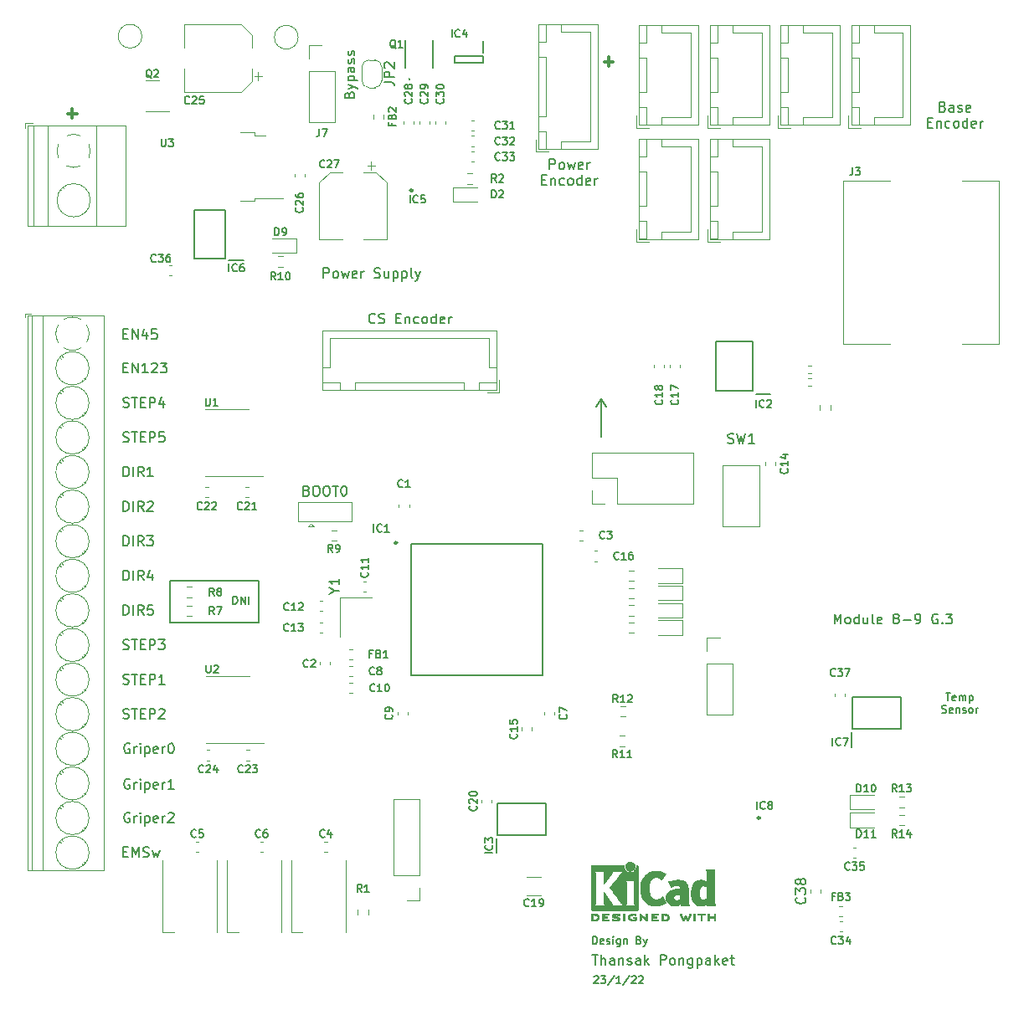
<source format=gbr>
%TF.GenerationSoftware,KiCad,Pcbnew,(6.0.0)*%
%TF.CreationDate,2022-01-23T23:40:48+07:00*%
%TF.ProjectId,NarwhelMainV2,4e617277-6865-46c4-9d61-696e56322e6b,rev?*%
%TF.SameCoordinates,Original*%
%TF.FileFunction,Legend,Top*%
%TF.FilePolarity,Positive*%
%FSLAX46Y46*%
G04 Gerber Fmt 4.6, Leading zero omitted, Abs format (unit mm)*
G04 Created by KiCad (PCBNEW (6.0.0)) date 2022-01-23 23:40:48*
%MOMM*%
%LPD*%
G01*
G04 APERTURE LIST*
%ADD10C,0.150000*%
%ADD11C,0.300000*%
%ADD12C,0.127000*%
%ADD13C,0.140000*%
%ADD14C,0.120000*%
%ADD15C,0.200000*%
%ADD16C,0.250000*%
%ADD17C,0.100000*%
%ADD18C,0.010000*%
G04 APERTURE END LIST*
D10*
X124112500Y-102600000D02*
X115112500Y-102600000D01*
X115112500Y-102600000D02*
X115112500Y-106800000D01*
X158750000Y-88000000D02*
X158750000Y-84250000D01*
X158750000Y-84250000D02*
X158250000Y-85000000D01*
X115112500Y-106800000D02*
X124112500Y-106800000D01*
X158750000Y-84250000D02*
X159250000Y-85000000D01*
X124112500Y-106800000D02*
X124112500Y-102600000D01*
X110404761Y-88504761D02*
X110547619Y-88552380D01*
X110785714Y-88552380D01*
X110880952Y-88504761D01*
X110928571Y-88457142D01*
X110976190Y-88361904D01*
X110976190Y-88266666D01*
X110928571Y-88171428D01*
X110880952Y-88123809D01*
X110785714Y-88076190D01*
X110595238Y-88028571D01*
X110500000Y-87980952D01*
X110452380Y-87933333D01*
X110404761Y-87838095D01*
X110404761Y-87742857D01*
X110452380Y-87647619D01*
X110500000Y-87600000D01*
X110595238Y-87552380D01*
X110833333Y-87552380D01*
X110976190Y-87600000D01*
X111261904Y-87552380D02*
X111833333Y-87552380D01*
X111547619Y-88552380D02*
X111547619Y-87552380D01*
X112166666Y-88028571D02*
X112500000Y-88028571D01*
X112642857Y-88552380D02*
X112166666Y-88552380D01*
X112166666Y-87552380D01*
X112642857Y-87552380D01*
X113071428Y-88552380D02*
X113071428Y-87552380D01*
X113452380Y-87552380D01*
X113547619Y-87600000D01*
X113595238Y-87647619D01*
X113642857Y-87742857D01*
X113642857Y-87885714D01*
X113595238Y-87980952D01*
X113547619Y-88028571D01*
X113452380Y-88076190D01*
X113071428Y-88076190D01*
X114547619Y-87552380D02*
X114071428Y-87552380D01*
X114023809Y-88028571D01*
X114071428Y-87980952D01*
X114166666Y-87933333D01*
X114404761Y-87933333D01*
X114500000Y-87980952D01*
X114547619Y-88028571D01*
X114595238Y-88123809D01*
X114595238Y-88361904D01*
X114547619Y-88457142D01*
X114500000Y-88504761D01*
X114404761Y-88552380D01*
X114166666Y-88552380D01*
X114071428Y-88504761D01*
X114023809Y-88457142D01*
X110414285Y-130028571D02*
X110747619Y-130028571D01*
X110890476Y-130552380D02*
X110414285Y-130552380D01*
X110414285Y-129552380D01*
X110890476Y-129552380D01*
X111319047Y-130552380D02*
X111319047Y-129552380D01*
X111652380Y-130266666D01*
X111985714Y-129552380D01*
X111985714Y-130552380D01*
X112414285Y-130504761D02*
X112557142Y-130552380D01*
X112795238Y-130552380D01*
X112890476Y-130504761D01*
X112938095Y-130457142D01*
X112985714Y-130361904D01*
X112985714Y-130266666D01*
X112938095Y-130171428D01*
X112890476Y-130123809D01*
X112795238Y-130076190D01*
X112604761Y-130028571D01*
X112509523Y-129980952D01*
X112461904Y-129933333D01*
X112414285Y-129838095D01*
X112414285Y-129742857D01*
X112461904Y-129647619D01*
X112509523Y-129600000D01*
X112604761Y-129552380D01*
X112842857Y-129552380D01*
X112985714Y-129600000D01*
X113319047Y-129885714D02*
X113509523Y-130552380D01*
X113700000Y-130076190D01*
X113890476Y-130552380D01*
X114080952Y-129885714D01*
D11*
X159042857Y-50085714D02*
X159957142Y-50085714D01*
X159500000Y-50542857D02*
X159500000Y-49628571D01*
D10*
X110409523Y-77628571D02*
X110742857Y-77628571D01*
X110885714Y-78152380D02*
X110409523Y-78152380D01*
X110409523Y-77152380D01*
X110885714Y-77152380D01*
X111314285Y-78152380D02*
X111314285Y-77152380D01*
X111885714Y-78152380D01*
X111885714Y-77152380D01*
X112790476Y-77485714D02*
X112790476Y-78152380D01*
X112552380Y-77104761D02*
X112314285Y-77819047D01*
X112933333Y-77819047D01*
X113790476Y-77152380D02*
X113314285Y-77152380D01*
X113266666Y-77628571D01*
X113314285Y-77580952D01*
X113409523Y-77533333D01*
X113647619Y-77533333D01*
X113742857Y-77580952D01*
X113790476Y-77628571D01*
X113838095Y-77723809D01*
X113838095Y-77961904D01*
X113790476Y-78057142D01*
X113742857Y-78104761D01*
X113647619Y-78152380D01*
X113409523Y-78152380D01*
X113314285Y-78104761D01*
X113266666Y-78057142D01*
X110423809Y-106052380D02*
X110423809Y-105052380D01*
X110661904Y-105052380D01*
X110804761Y-105100000D01*
X110900000Y-105195238D01*
X110947619Y-105290476D01*
X110995238Y-105480952D01*
X110995238Y-105623809D01*
X110947619Y-105814285D01*
X110900000Y-105909523D01*
X110804761Y-106004761D01*
X110661904Y-106052380D01*
X110423809Y-106052380D01*
X111423809Y-106052380D02*
X111423809Y-105052380D01*
X112471428Y-106052380D02*
X112138095Y-105576190D01*
X111900000Y-106052380D02*
X111900000Y-105052380D01*
X112280952Y-105052380D01*
X112376190Y-105100000D01*
X112423809Y-105147619D01*
X112471428Y-105242857D01*
X112471428Y-105385714D01*
X112423809Y-105480952D01*
X112376190Y-105528571D01*
X112280952Y-105576190D01*
X111900000Y-105576190D01*
X113376190Y-105052380D02*
X112900000Y-105052380D01*
X112852380Y-105528571D01*
X112900000Y-105480952D01*
X112995238Y-105433333D01*
X113233333Y-105433333D01*
X113328571Y-105480952D01*
X113376190Y-105528571D01*
X113423809Y-105623809D01*
X113423809Y-105861904D01*
X113376190Y-105957142D01*
X113328571Y-106004761D01*
X113233333Y-106052380D01*
X112995238Y-106052380D01*
X112900000Y-106004761D01*
X112852380Y-105957142D01*
D12*
X121524166Y-104948333D02*
X121524166Y-104178333D01*
X121707500Y-104178333D01*
X121817500Y-104215000D01*
X121890833Y-104288333D01*
X121927500Y-104361666D01*
X121964166Y-104508333D01*
X121964166Y-104618333D01*
X121927500Y-104765000D01*
X121890833Y-104838333D01*
X121817500Y-104911666D01*
X121707500Y-104948333D01*
X121524166Y-104948333D01*
X122294166Y-104948333D02*
X122294166Y-104178333D01*
X122734166Y-104948333D01*
X122734166Y-104178333D01*
X123100833Y-104948333D02*
X123100833Y-104178333D01*
X157905000Y-139348333D02*
X157905000Y-138578333D01*
X158088333Y-138578333D01*
X158198333Y-138615000D01*
X158271666Y-138688333D01*
X158308333Y-138761666D01*
X158345000Y-138908333D01*
X158345000Y-139018333D01*
X158308333Y-139165000D01*
X158271666Y-139238333D01*
X158198333Y-139311666D01*
X158088333Y-139348333D01*
X157905000Y-139348333D01*
X158968333Y-139311666D02*
X158895000Y-139348333D01*
X158748333Y-139348333D01*
X158675000Y-139311666D01*
X158638333Y-139238333D01*
X158638333Y-138945000D01*
X158675000Y-138871666D01*
X158748333Y-138835000D01*
X158895000Y-138835000D01*
X158968333Y-138871666D01*
X159005000Y-138945000D01*
X159005000Y-139018333D01*
X158638333Y-139091666D01*
X159298333Y-139311666D02*
X159371666Y-139348333D01*
X159518333Y-139348333D01*
X159591666Y-139311666D01*
X159628333Y-139238333D01*
X159628333Y-139201666D01*
X159591666Y-139128333D01*
X159518333Y-139091666D01*
X159408333Y-139091666D01*
X159335000Y-139055000D01*
X159298333Y-138981666D01*
X159298333Y-138945000D01*
X159335000Y-138871666D01*
X159408333Y-138835000D01*
X159518333Y-138835000D01*
X159591666Y-138871666D01*
X159958333Y-139348333D02*
X159958333Y-138835000D01*
X159958333Y-138578333D02*
X159921666Y-138615000D01*
X159958333Y-138651666D01*
X159995000Y-138615000D01*
X159958333Y-138578333D01*
X159958333Y-138651666D01*
X160655000Y-138835000D02*
X160655000Y-139458333D01*
X160618333Y-139531666D01*
X160581666Y-139568333D01*
X160508333Y-139605000D01*
X160398333Y-139605000D01*
X160325000Y-139568333D01*
X160655000Y-139311666D02*
X160581666Y-139348333D01*
X160435000Y-139348333D01*
X160361666Y-139311666D01*
X160325000Y-139275000D01*
X160288333Y-139201666D01*
X160288333Y-138981666D01*
X160325000Y-138908333D01*
X160361666Y-138871666D01*
X160435000Y-138835000D01*
X160581666Y-138835000D01*
X160655000Y-138871666D01*
X161021666Y-138835000D02*
X161021666Y-139348333D01*
X161021666Y-138908333D02*
X161058333Y-138871666D01*
X161131666Y-138835000D01*
X161241666Y-138835000D01*
X161315000Y-138871666D01*
X161351666Y-138945000D01*
X161351666Y-139348333D01*
X162561666Y-138945000D02*
X162671666Y-138981666D01*
X162708333Y-139018333D01*
X162745000Y-139091666D01*
X162745000Y-139201666D01*
X162708333Y-139275000D01*
X162671666Y-139311666D01*
X162598333Y-139348333D01*
X162305000Y-139348333D01*
X162305000Y-138578333D01*
X162561666Y-138578333D01*
X162635000Y-138615000D01*
X162671666Y-138651666D01*
X162708333Y-138725000D01*
X162708333Y-138798333D01*
X162671666Y-138871666D01*
X162635000Y-138908333D01*
X162561666Y-138945000D01*
X162305000Y-138945000D01*
X163001666Y-138835000D02*
X163185000Y-139348333D01*
X163368333Y-138835000D02*
X163185000Y-139348333D01*
X163111666Y-139531666D01*
X163075000Y-139568333D01*
X163001666Y-139605000D01*
D10*
X128966666Y-93478571D02*
X129109523Y-93526190D01*
X129157142Y-93573809D01*
X129204761Y-93669047D01*
X129204761Y-93811904D01*
X129157142Y-93907142D01*
X129109523Y-93954761D01*
X129014285Y-94002380D01*
X128633333Y-94002380D01*
X128633333Y-93002380D01*
X128966666Y-93002380D01*
X129061904Y-93050000D01*
X129109523Y-93097619D01*
X129157142Y-93192857D01*
X129157142Y-93288095D01*
X129109523Y-93383333D01*
X129061904Y-93430952D01*
X128966666Y-93478571D01*
X128633333Y-93478571D01*
X129823809Y-93002380D02*
X130014285Y-93002380D01*
X130109523Y-93050000D01*
X130204761Y-93145238D01*
X130252380Y-93335714D01*
X130252380Y-93669047D01*
X130204761Y-93859523D01*
X130109523Y-93954761D01*
X130014285Y-94002380D01*
X129823809Y-94002380D01*
X129728571Y-93954761D01*
X129633333Y-93859523D01*
X129585714Y-93669047D01*
X129585714Y-93335714D01*
X129633333Y-93145238D01*
X129728571Y-93050000D01*
X129823809Y-93002380D01*
X130871428Y-93002380D02*
X131061904Y-93002380D01*
X131157142Y-93050000D01*
X131252380Y-93145238D01*
X131300000Y-93335714D01*
X131300000Y-93669047D01*
X131252380Y-93859523D01*
X131157142Y-93954761D01*
X131061904Y-94002380D01*
X130871428Y-94002380D01*
X130776190Y-93954761D01*
X130680952Y-93859523D01*
X130633333Y-93669047D01*
X130633333Y-93335714D01*
X130680952Y-93145238D01*
X130776190Y-93050000D01*
X130871428Y-93002380D01*
X131585714Y-93002380D02*
X132157142Y-93002380D01*
X131871428Y-94002380D02*
X131871428Y-93002380D01*
X132680952Y-93002380D02*
X132776190Y-93002380D01*
X132871428Y-93050000D01*
X132919047Y-93097619D01*
X132966666Y-93192857D01*
X133014285Y-93383333D01*
X133014285Y-93621428D01*
X132966666Y-93811904D01*
X132919047Y-93907142D01*
X132871428Y-93954761D01*
X132776190Y-94002380D01*
X132680952Y-94002380D01*
X132585714Y-93954761D01*
X132538095Y-93907142D01*
X132490476Y-93811904D01*
X132442857Y-93621428D01*
X132442857Y-93383333D01*
X132490476Y-93192857D01*
X132538095Y-93097619D01*
X132585714Y-93050000D01*
X132680952Y-93002380D01*
X110423809Y-102552380D02*
X110423809Y-101552380D01*
X110661904Y-101552380D01*
X110804761Y-101600000D01*
X110900000Y-101695238D01*
X110947619Y-101790476D01*
X110995238Y-101980952D01*
X110995238Y-102123809D01*
X110947619Y-102314285D01*
X110900000Y-102409523D01*
X110804761Y-102504761D01*
X110661904Y-102552380D01*
X110423809Y-102552380D01*
X111423809Y-102552380D02*
X111423809Y-101552380D01*
X112471428Y-102552380D02*
X112138095Y-102076190D01*
X111900000Y-102552380D02*
X111900000Y-101552380D01*
X112280952Y-101552380D01*
X112376190Y-101600000D01*
X112423809Y-101647619D01*
X112471428Y-101742857D01*
X112471428Y-101885714D01*
X112423809Y-101980952D01*
X112376190Y-102028571D01*
X112280952Y-102076190D01*
X111900000Y-102076190D01*
X113328571Y-101885714D02*
X113328571Y-102552380D01*
X113090476Y-101504761D02*
X112852380Y-102219047D01*
X113471428Y-102219047D01*
X111047619Y-126100000D02*
X110952380Y-126052380D01*
X110809523Y-126052380D01*
X110666666Y-126100000D01*
X110571428Y-126195238D01*
X110523809Y-126290476D01*
X110476190Y-126480952D01*
X110476190Y-126623809D01*
X110523809Y-126814285D01*
X110571428Y-126909523D01*
X110666666Y-127004761D01*
X110809523Y-127052380D01*
X110904761Y-127052380D01*
X111047619Y-127004761D01*
X111095238Y-126957142D01*
X111095238Y-126623809D01*
X110904761Y-126623809D01*
X111523809Y-127052380D02*
X111523809Y-126385714D01*
X111523809Y-126576190D02*
X111571428Y-126480952D01*
X111619047Y-126433333D01*
X111714285Y-126385714D01*
X111809523Y-126385714D01*
X112142857Y-127052380D02*
X112142857Y-126385714D01*
X112142857Y-126052380D02*
X112095238Y-126100000D01*
X112142857Y-126147619D01*
X112190476Y-126100000D01*
X112142857Y-126052380D01*
X112142857Y-126147619D01*
X112619047Y-126385714D02*
X112619047Y-127385714D01*
X112619047Y-126433333D02*
X112714285Y-126385714D01*
X112904761Y-126385714D01*
X113000000Y-126433333D01*
X113047619Y-126480952D01*
X113095238Y-126576190D01*
X113095238Y-126861904D01*
X113047619Y-126957142D01*
X113000000Y-127004761D01*
X112904761Y-127052380D01*
X112714285Y-127052380D01*
X112619047Y-127004761D01*
X113904761Y-127004761D02*
X113809523Y-127052380D01*
X113619047Y-127052380D01*
X113523809Y-127004761D01*
X113476190Y-126909523D01*
X113476190Y-126528571D01*
X113523809Y-126433333D01*
X113619047Y-126385714D01*
X113809523Y-126385714D01*
X113904761Y-126433333D01*
X113952380Y-126528571D01*
X113952380Y-126623809D01*
X113476190Y-126719047D01*
X114380952Y-127052380D02*
X114380952Y-126385714D01*
X114380952Y-126576190D02*
X114428571Y-126480952D01*
X114476190Y-126433333D01*
X114571428Y-126385714D01*
X114666666Y-126385714D01*
X114952380Y-126147619D02*
X115000000Y-126100000D01*
X115095238Y-126052380D01*
X115333333Y-126052380D01*
X115428571Y-126100000D01*
X115476190Y-126147619D01*
X115523809Y-126242857D01*
X115523809Y-126338095D01*
X115476190Y-126480952D01*
X114904761Y-127052380D01*
X115523809Y-127052380D01*
X130666666Y-71952380D02*
X130666666Y-70952380D01*
X131047619Y-70952380D01*
X131142857Y-71000000D01*
X131190476Y-71047619D01*
X131238095Y-71142857D01*
X131238095Y-71285714D01*
X131190476Y-71380952D01*
X131142857Y-71428571D01*
X131047619Y-71476190D01*
X130666666Y-71476190D01*
X131809523Y-71952380D02*
X131714285Y-71904761D01*
X131666666Y-71857142D01*
X131619047Y-71761904D01*
X131619047Y-71476190D01*
X131666666Y-71380952D01*
X131714285Y-71333333D01*
X131809523Y-71285714D01*
X131952380Y-71285714D01*
X132047619Y-71333333D01*
X132095238Y-71380952D01*
X132142857Y-71476190D01*
X132142857Y-71761904D01*
X132095238Y-71857142D01*
X132047619Y-71904761D01*
X131952380Y-71952380D01*
X131809523Y-71952380D01*
X132476190Y-71285714D02*
X132666666Y-71952380D01*
X132857142Y-71476190D01*
X133047619Y-71952380D01*
X133238095Y-71285714D01*
X134000000Y-71904761D02*
X133904761Y-71952380D01*
X133714285Y-71952380D01*
X133619047Y-71904761D01*
X133571428Y-71809523D01*
X133571428Y-71428571D01*
X133619047Y-71333333D01*
X133714285Y-71285714D01*
X133904761Y-71285714D01*
X134000000Y-71333333D01*
X134047619Y-71428571D01*
X134047619Y-71523809D01*
X133571428Y-71619047D01*
X134476190Y-71952380D02*
X134476190Y-71285714D01*
X134476190Y-71476190D02*
X134523809Y-71380952D01*
X134571428Y-71333333D01*
X134666666Y-71285714D01*
X134761904Y-71285714D01*
X135809523Y-71904761D02*
X135952380Y-71952380D01*
X136190476Y-71952380D01*
X136285714Y-71904761D01*
X136333333Y-71857142D01*
X136380952Y-71761904D01*
X136380952Y-71666666D01*
X136333333Y-71571428D01*
X136285714Y-71523809D01*
X136190476Y-71476190D01*
X136000000Y-71428571D01*
X135904761Y-71380952D01*
X135857142Y-71333333D01*
X135809523Y-71238095D01*
X135809523Y-71142857D01*
X135857142Y-71047619D01*
X135904761Y-71000000D01*
X136000000Y-70952380D01*
X136238095Y-70952380D01*
X136380952Y-71000000D01*
X137238095Y-71285714D02*
X137238095Y-71952380D01*
X136809523Y-71285714D02*
X136809523Y-71809523D01*
X136857142Y-71904761D01*
X136952380Y-71952380D01*
X137095238Y-71952380D01*
X137190476Y-71904761D01*
X137238095Y-71857142D01*
X137714285Y-71285714D02*
X137714285Y-72285714D01*
X137714285Y-71333333D02*
X137809523Y-71285714D01*
X138000000Y-71285714D01*
X138095238Y-71333333D01*
X138142857Y-71380952D01*
X138190476Y-71476190D01*
X138190476Y-71761904D01*
X138142857Y-71857142D01*
X138095238Y-71904761D01*
X138000000Y-71952380D01*
X137809523Y-71952380D01*
X137714285Y-71904761D01*
X138619047Y-71285714D02*
X138619047Y-72285714D01*
X138619047Y-71333333D02*
X138714285Y-71285714D01*
X138904761Y-71285714D01*
X139000000Y-71333333D01*
X139047619Y-71380952D01*
X139095238Y-71476190D01*
X139095238Y-71761904D01*
X139047619Y-71857142D01*
X139000000Y-71904761D01*
X138904761Y-71952380D01*
X138714285Y-71952380D01*
X138619047Y-71904761D01*
X139666666Y-71952380D02*
X139571428Y-71904761D01*
X139523809Y-71809523D01*
X139523809Y-70952380D01*
X139952380Y-71285714D02*
X140190476Y-71952380D01*
X140428571Y-71285714D02*
X140190476Y-71952380D01*
X140095238Y-72190476D01*
X140047619Y-72238095D01*
X139952380Y-72285714D01*
D13*
X157833333Y-140452380D02*
X158404761Y-140452380D01*
X158119047Y-141452380D02*
X158119047Y-140452380D01*
X158738095Y-141452380D02*
X158738095Y-140452380D01*
X159166666Y-141452380D02*
X159166666Y-140928571D01*
X159119047Y-140833333D01*
X159023809Y-140785714D01*
X158880952Y-140785714D01*
X158785714Y-140833333D01*
X158738095Y-140880952D01*
X160071428Y-141452380D02*
X160071428Y-140928571D01*
X160023809Y-140833333D01*
X159928571Y-140785714D01*
X159738095Y-140785714D01*
X159642857Y-140833333D01*
X160071428Y-141404761D02*
X159976190Y-141452380D01*
X159738095Y-141452380D01*
X159642857Y-141404761D01*
X159595238Y-141309523D01*
X159595238Y-141214285D01*
X159642857Y-141119047D01*
X159738095Y-141071428D01*
X159976190Y-141071428D01*
X160071428Y-141023809D01*
X160547619Y-140785714D02*
X160547619Y-141452380D01*
X160547619Y-140880952D02*
X160595238Y-140833333D01*
X160690476Y-140785714D01*
X160833333Y-140785714D01*
X160928571Y-140833333D01*
X160976190Y-140928571D01*
X160976190Y-141452380D01*
X161404761Y-141404761D02*
X161500000Y-141452380D01*
X161690476Y-141452380D01*
X161785714Y-141404761D01*
X161833333Y-141309523D01*
X161833333Y-141261904D01*
X161785714Y-141166666D01*
X161690476Y-141119047D01*
X161547619Y-141119047D01*
X161452380Y-141071428D01*
X161404761Y-140976190D01*
X161404761Y-140928571D01*
X161452380Y-140833333D01*
X161547619Y-140785714D01*
X161690476Y-140785714D01*
X161785714Y-140833333D01*
X162690476Y-141452380D02*
X162690476Y-140928571D01*
X162642857Y-140833333D01*
X162547619Y-140785714D01*
X162357142Y-140785714D01*
X162261904Y-140833333D01*
X162690476Y-141404761D02*
X162595238Y-141452380D01*
X162357142Y-141452380D01*
X162261904Y-141404761D01*
X162214285Y-141309523D01*
X162214285Y-141214285D01*
X162261904Y-141119047D01*
X162357142Y-141071428D01*
X162595238Y-141071428D01*
X162690476Y-141023809D01*
X163166666Y-141452380D02*
X163166666Y-140452380D01*
X163261904Y-141071428D02*
X163547619Y-141452380D01*
X163547619Y-140785714D02*
X163166666Y-141166666D01*
X164738095Y-141452380D02*
X164738095Y-140452380D01*
X165119047Y-140452380D01*
X165214285Y-140500000D01*
X165261904Y-140547619D01*
X165309523Y-140642857D01*
X165309523Y-140785714D01*
X165261904Y-140880952D01*
X165214285Y-140928571D01*
X165119047Y-140976190D01*
X164738095Y-140976190D01*
X165880952Y-141452380D02*
X165785714Y-141404761D01*
X165738095Y-141357142D01*
X165690476Y-141261904D01*
X165690476Y-140976190D01*
X165738095Y-140880952D01*
X165785714Y-140833333D01*
X165880952Y-140785714D01*
X166023809Y-140785714D01*
X166119047Y-140833333D01*
X166166666Y-140880952D01*
X166214285Y-140976190D01*
X166214285Y-141261904D01*
X166166666Y-141357142D01*
X166119047Y-141404761D01*
X166023809Y-141452380D01*
X165880952Y-141452380D01*
X166642857Y-140785714D02*
X166642857Y-141452380D01*
X166642857Y-140880952D02*
X166690476Y-140833333D01*
X166785714Y-140785714D01*
X166928571Y-140785714D01*
X167023809Y-140833333D01*
X167071428Y-140928571D01*
X167071428Y-141452380D01*
X167976190Y-140785714D02*
X167976190Y-141595238D01*
X167928571Y-141690476D01*
X167880952Y-141738095D01*
X167785714Y-141785714D01*
X167642857Y-141785714D01*
X167547619Y-141738095D01*
X167976190Y-141404761D02*
X167880952Y-141452380D01*
X167690476Y-141452380D01*
X167595238Y-141404761D01*
X167547619Y-141357142D01*
X167500000Y-141261904D01*
X167500000Y-140976190D01*
X167547619Y-140880952D01*
X167595238Y-140833333D01*
X167690476Y-140785714D01*
X167880952Y-140785714D01*
X167976190Y-140833333D01*
X168452380Y-140785714D02*
X168452380Y-141785714D01*
X168452380Y-140833333D02*
X168547619Y-140785714D01*
X168738095Y-140785714D01*
X168833333Y-140833333D01*
X168880952Y-140880952D01*
X168928571Y-140976190D01*
X168928571Y-141261904D01*
X168880952Y-141357142D01*
X168833333Y-141404761D01*
X168738095Y-141452380D01*
X168547619Y-141452380D01*
X168452380Y-141404761D01*
X169785714Y-141452380D02*
X169785714Y-140928571D01*
X169738095Y-140833333D01*
X169642857Y-140785714D01*
X169452380Y-140785714D01*
X169357142Y-140833333D01*
X169785714Y-141404761D02*
X169690476Y-141452380D01*
X169452380Y-141452380D01*
X169357142Y-141404761D01*
X169309523Y-141309523D01*
X169309523Y-141214285D01*
X169357142Y-141119047D01*
X169452380Y-141071428D01*
X169690476Y-141071428D01*
X169785714Y-141023809D01*
X170261904Y-141452380D02*
X170261904Y-140452380D01*
X170357142Y-141071428D02*
X170642857Y-141452380D01*
X170642857Y-140785714D02*
X170261904Y-141166666D01*
X171452380Y-141404761D02*
X171357142Y-141452380D01*
X171166666Y-141452380D01*
X171071428Y-141404761D01*
X171023809Y-141309523D01*
X171023809Y-140928571D01*
X171071428Y-140833333D01*
X171166666Y-140785714D01*
X171357142Y-140785714D01*
X171452380Y-140833333D01*
X171500000Y-140928571D01*
X171500000Y-141023809D01*
X171023809Y-141119047D01*
X171785714Y-140785714D02*
X172166666Y-140785714D01*
X171928571Y-140452380D02*
X171928571Y-141309523D01*
X171976190Y-141404761D01*
X172071428Y-141452380D01*
X172166666Y-141452380D01*
D10*
X110423809Y-99052380D02*
X110423809Y-98052380D01*
X110661904Y-98052380D01*
X110804761Y-98100000D01*
X110900000Y-98195238D01*
X110947619Y-98290476D01*
X110995238Y-98480952D01*
X110995238Y-98623809D01*
X110947619Y-98814285D01*
X110900000Y-98909523D01*
X110804761Y-99004761D01*
X110661904Y-99052380D01*
X110423809Y-99052380D01*
X111423809Y-99052380D02*
X111423809Y-98052380D01*
X112471428Y-99052380D02*
X112138095Y-98576190D01*
X111900000Y-99052380D02*
X111900000Y-98052380D01*
X112280952Y-98052380D01*
X112376190Y-98100000D01*
X112423809Y-98147619D01*
X112471428Y-98242857D01*
X112471428Y-98385714D01*
X112423809Y-98480952D01*
X112376190Y-98528571D01*
X112280952Y-98576190D01*
X111900000Y-98576190D01*
X112804761Y-98052380D02*
X113423809Y-98052380D01*
X113090476Y-98433333D01*
X113233333Y-98433333D01*
X113328571Y-98480952D01*
X113376190Y-98528571D01*
X113423809Y-98623809D01*
X113423809Y-98861904D01*
X113376190Y-98957142D01*
X113328571Y-99004761D01*
X113233333Y-99052380D01*
X112947619Y-99052380D01*
X112852380Y-99004761D01*
X112804761Y-98957142D01*
X110423809Y-92052380D02*
X110423809Y-91052380D01*
X110661904Y-91052380D01*
X110804761Y-91100000D01*
X110900000Y-91195238D01*
X110947619Y-91290476D01*
X110995238Y-91480952D01*
X110995238Y-91623809D01*
X110947619Y-91814285D01*
X110900000Y-91909523D01*
X110804761Y-92004761D01*
X110661904Y-92052380D01*
X110423809Y-92052380D01*
X111423809Y-92052380D02*
X111423809Y-91052380D01*
X112471428Y-92052380D02*
X112138095Y-91576190D01*
X111900000Y-92052380D02*
X111900000Y-91052380D01*
X112280952Y-91052380D01*
X112376190Y-91100000D01*
X112423809Y-91147619D01*
X112471428Y-91242857D01*
X112471428Y-91385714D01*
X112423809Y-91480952D01*
X112376190Y-91528571D01*
X112280952Y-91576190D01*
X111900000Y-91576190D01*
X113423809Y-92052380D02*
X112852380Y-92052380D01*
X113138095Y-92052380D02*
X113138095Y-91052380D01*
X113042857Y-91195238D01*
X112947619Y-91290476D01*
X112852380Y-91338095D01*
X110404761Y-85004761D02*
X110547619Y-85052380D01*
X110785714Y-85052380D01*
X110880952Y-85004761D01*
X110928571Y-84957142D01*
X110976190Y-84861904D01*
X110976190Y-84766666D01*
X110928571Y-84671428D01*
X110880952Y-84623809D01*
X110785714Y-84576190D01*
X110595238Y-84528571D01*
X110500000Y-84480952D01*
X110452380Y-84433333D01*
X110404761Y-84338095D01*
X110404761Y-84242857D01*
X110452380Y-84147619D01*
X110500000Y-84100000D01*
X110595238Y-84052380D01*
X110833333Y-84052380D01*
X110976190Y-84100000D01*
X111261904Y-84052380D02*
X111833333Y-84052380D01*
X111547619Y-85052380D02*
X111547619Y-84052380D01*
X112166666Y-84528571D02*
X112500000Y-84528571D01*
X112642857Y-85052380D02*
X112166666Y-85052380D01*
X112166666Y-84052380D01*
X112642857Y-84052380D01*
X113071428Y-85052380D02*
X113071428Y-84052380D01*
X113452380Y-84052380D01*
X113547619Y-84100000D01*
X113595238Y-84147619D01*
X113642857Y-84242857D01*
X113642857Y-84385714D01*
X113595238Y-84480952D01*
X113547619Y-84528571D01*
X113452380Y-84576190D01*
X113071428Y-84576190D01*
X114500000Y-84385714D02*
X114500000Y-85052380D01*
X114261904Y-84004761D02*
X114023809Y-84719047D01*
X114642857Y-84719047D01*
X110423809Y-95552380D02*
X110423809Y-94552380D01*
X110661904Y-94552380D01*
X110804761Y-94600000D01*
X110900000Y-94695238D01*
X110947619Y-94790476D01*
X110995238Y-94980952D01*
X110995238Y-95123809D01*
X110947619Y-95314285D01*
X110900000Y-95409523D01*
X110804761Y-95504761D01*
X110661904Y-95552380D01*
X110423809Y-95552380D01*
X111423809Y-95552380D02*
X111423809Y-94552380D01*
X112471428Y-95552380D02*
X112138095Y-95076190D01*
X111900000Y-95552380D02*
X111900000Y-94552380D01*
X112280952Y-94552380D01*
X112376190Y-94600000D01*
X112423809Y-94647619D01*
X112471428Y-94742857D01*
X112471428Y-94885714D01*
X112423809Y-94980952D01*
X112376190Y-95028571D01*
X112280952Y-95076190D01*
X111900000Y-95076190D01*
X112852380Y-94647619D02*
X112900000Y-94600000D01*
X112995238Y-94552380D01*
X113233333Y-94552380D01*
X113328571Y-94600000D01*
X113376190Y-94647619D01*
X113423809Y-94742857D01*
X113423809Y-94838095D01*
X113376190Y-94980952D01*
X112804761Y-95552380D01*
X113423809Y-95552380D01*
X133278571Y-53423809D02*
X133326190Y-53280952D01*
X133373809Y-53233333D01*
X133469047Y-53185714D01*
X133611904Y-53185714D01*
X133707142Y-53233333D01*
X133754761Y-53280952D01*
X133802380Y-53376190D01*
X133802380Y-53757142D01*
X132802380Y-53757142D01*
X132802380Y-53423809D01*
X132850000Y-53328571D01*
X132897619Y-53280952D01*
X132992857Y-53233333D01*
X133088095Y-53233333D01*
X133183333Y-53280952D01*
X133230952Y-53328571D01*
X133278571Y-53423809D01*
X133278571Y-53757142D01*
X133135714Y-52852380D02*
X133802380Y-52614285D01*
X133135714Y-52376190D02*
X133802380Y-52614285D01*
X134040476Y-52709523D01*
X134088095Y-52757142D01*
X134135714Y-52852380D01*
X133135714Y-51995238D02*
X134135714Y-51995238D01*
X133183333Y-51995238D02*
X133135714Y-51900000D01*
X133135714Y-51709523D01*
X133183333Y-51614285D01*
X133230952Y-51566666D01*
X133326190Y-51519047D01*
X133611904Y-51519047D01*
X133707142Y-51566666D01*
X133754761Y-51614285D01*
X133802380Y-51709523D01*
X133802380Y-51900000D01*
X133754761Y-51995238D01*
X133802380Y-50661904D02*
X133278571Y-50661904D01*
X133183333Y-50709523D01*
X133135714Y-50804761D01*
X133135714Y-50995238D01*
X133183333Y-51090476D01*
X133754761Y-50661904D02*
X133802380Y-50757142D01*
X133802380Y-50995238D01*
X133754761Y-51090476D01*
X133659523Y-51138095D01*
X133564285Y-51138095D01*
X133469047Y-51090476D01*
X133421428Y-50995238D01*
X133421428Y-50757142D01*
X133373809Y-50661904D01*
X133754761Y-50233333D02*
X133802380Y-50138095D01*
X133802380Y-49947619D01*
X133754761Y-49852380D01*
X133659523Y-49804761D01*
X133611904Y-49804761D01*
X133516666Y-49852380D01*
X133469047Y-49947619D01*
X133469047Y-50090476D01*
X133421428Y-50185714D01*
X133326190Y-50233333D01*
X133278571Y-50233333D01*
X133183333Y-50185714D01*
X133135714Y-50090476D01*
X133135714Y-49947619D01*
X133183333Y-49852380D01*
X133754761Y-49423809D02*
X133802380Y-49328571D01*
X133802380Y-49138095D01*
X133754761Y-49042857D01*
X133659523Y-48995238D01*
X133611904Y-48995238D01*
X133516666Y-49042857D01*
X133469047Y-49138095D01*
X133469047Y-49280952D01*
X133421428Y-49376190D01*
X133326190Y-49423809D01*
X133278571Y-49423809D01*
X133183333Y-49376190D01*
X133135714Y-49280952D01*
X133135714Y-49138095D01*
X133183333Y-49042857D01*
X110404761Y-113004761D02*
X110547619Y-113052380D01*
X110785714Y-113052380D01*
X110880952Y-113004761D01*
X110928571Y-112957142D01*
X110976190Y-112861904D01*
X110976190Y-112766666D01*
X110928571Y-112671428D01*
X110880952Y-112623809D01*
X110785714Y-112576190D01*
X110595238Y-112528571D01*
X110500000Y-112480952D01*
X110452380Y-112433333D01*
X110404761Y-112338095D01*
X110404761Y-112242857D01*
X110452380Y-112147619D01*
X110500000Y-112100000D01*
X110595238Y-112052380D01*
X110833333Y-112052380D01*
X110976190Y-112100000D01*
X111261904Y-112052380D02*
X111833333Y-112052380D01*
X111547619Y-113052380D02*
X111547619Y-112052380D01*
X112166666Y-112528571D02*
X112500000Y-112528571D01*
X112642857Y-113052380D02*
X112166666Y-113052380D01*
X112166666Y-112052380D01*
X112642857Y-112052380D01*
X113071428Y-113052380D02*
X113071428Y-112052380D01*
X113452380Y-112052380D01*
X113547619Y-112100000D01*
X113595238Y-112147619D01*
X113642857Y-112242857D01*
X113642857Y-112385714D01*
X113595238Y-112480952D01*
X113547619Y-112528571D01*
X113452380Y-112576190D01*
X113071428Y-112576190D01*
X114595238Y-113052380D02*
X114023809Y-113052380D01*
X114309523Y-113052380D02*
X114309523Y-112052380D01*
X114214285Y-112195238D01*
X114119047Y-112290476D01*
X114023809Y-112338095D01*
D11*
X104792857Y-55335714D02*
X105707142Y-55335714D01*
X105250000Y-55792857D02*
X105250000Y-54878571D01*
D10*
X111047619Y-119100000D02*
X110952380Y-119052380D01*
X110809523Y-119052380D01*
X110666666Y-119100000D01*
X110571428Y-119195238D01*
X110523809Y-119290476D01*
X110476190Y-119480952D01*
X110476190Y-119623809D01*
X110523809Y-119814285D01*
X110571428Y-119909523D01*
X110666666Y-120004761D01*
X110809523Y-120052380D01*
X110904761Y-120052380D01*
X111047619Y-120004761D01*
X111095238Y-119957142D01*
X111095238Y-119623809D01*
X110904761Y-119623809D01*
X111523809Y-120052380D02*
X111523809Y-119385714D01*
X111523809Y-119576190D02*
X111571428Y-119480952D01*
X111619047Y-119433333D01*
X111714285Y-119385714D01*
X111809523Y-119385714D01*
X112142857Y-120052380D02*
X112142857Y-119385714D01*
X112142857Y-119052380D02*
X112095238Y-119100000D01*
X112142857Y-119147619D01*
X112190476Y-119100000D01*
X112142857Y-119052380D01*
X112142857Y-119147619D01*
X112619047Y-119385714D02*
X112619047Y-120385714D01*
X112619047Y-119433333D02*
X112714285Y-119385714D01*
X112904761Y-119385714D01*
X113000000Y-119433333D01*
X113047619Y-119480952D01*
X113095238Y-119576190D01*
X113095238Y-119861904D01*
X113047619Y-119957142D01*
X113000000Y-120004761D01*
X112904761Y-120052380D01*
X112714285Y-120052380D01*
X112619047Y-120004761D01*
X113904761Y-120004761D02*
X113809523Y-120052380D01*
X113619047Y-120052380D01*
X113523809Y-120004761D01*
X113476190Y-119909523D01*
X113476190Y-119528571D01*
X113523809Y-119433333D01*
X113619047Y-119385714D01*
X113809523Y-119385714D01*
X113904761Y-119433333D01*
X113952380Y-119528571D01*
X113952380Y-119623809D01*
X113476190Y-119719047D01*
X114380952Y-120052380D02*
X114380952Y-119385714D01*
X114380952Y-119576190D02*
X114428571Y-119480952D01*
X114476190Y-119433333D01*
X114571428Y-119385714D01*
X114666666Y-119385714D01*
X115190476Y-119052380D02*
X115285714Y-119052380D01*
X115380952Y-119100000D01*
X115428571Y-119147619D01*
X115476190Y-119242857D01*
X115523809Y-119433333D01*
X115523809Y-119671428D01*
X115476190Y-119861904D01*
X115428571Y-119957142D01*
X115380952Y-120004761D01*
X115285714Y-120052380D01*
X115190476Y-120052380D01*
X115095238Y-120004761D01*
X115047619Y-119957142D01*
X115000000Y-119861904D01*
X114952380Y-119671428D01*
X114952380Y-119433333D01*
X115000000Y-119242857D01*
X115047619Y-119147619D01*
X115095238Y-119100000D01*
X115190476Y-119052380D01*
X110404761Y-116504761D02*
X110547619Y-116552380D01*
X110785714Y-116552380D01*
X110880952Y-116504761D01*
X110928571Y-116457142D01*
X110976190Y-116361904D01*
X110976190Y-116266666D01*
X110928571Y-116171428D01*
X110880952Y-116123809D01*
X110785714Y-116076190D01*
X110595238Y-116028571D01*
X110500000Y-115980952D01*
X110452380Y-115933333D01*
X110404761Y-115838095D01*
X110404761Y-115742857D01*
X110452380Y-115647619D01*
X110500000Y-115600000D01*
X110595238Y-115552380D01*
X110833333Y-115552380D01*
X110976190Y-115600000D01*
X111261904Y-115552380D02*
X111833333Y-115552380D01*
X111547619Y-116552380D02*
X111547619Y-115552380D01*
X112166666Y-116028571D02*
X112500000Y-116028571D01*
X112642857Y-116552380D02*
X112166666Y-116552380D01*
X112166666Y-115552380D01*
X112642857Y-115552380D01*
X113071428Y-116552380D02*
X113071428Y-115552380D01*
X113452380Y-115552380D01*
X113547619Y-115600000D01*
X113595238Y-115647619D01*
X113642857Y-115742857D01*
X113642857Y-115885714D01*
X113595238Y-115980952D01*
X113547619Y-116028571D01*
X113452380Y-116076190D01*
X113071428Y-116076190D01*
X114023809Y-115647619D02*
X114071428Y-115600000D01*
X114166666Y-115552380D01*
X114404761Y-115552380D01*
X114500000Y-115600000D01*
X114547619Y-115647619D01*
X114595238Y-115742857D01*
X114595238Y-115838095D01*
X114547619Y-115980952D01*
X113976190Y-116552380D01*
X114595238Y-116552380D01*
X111047619Y-122700000D02*
X110952380Y-122652380D01*
X110809523Y-122652380D01*
X110666666Y-122700000D01*
X110571428Y-122795238D01*
X110523809Y-122890476D01*
X110476190Y-123080952D01*
X110476190Y-123223809D01*
X110523809Y-123414285D01*
X110571428Y-123509523D01*
X110666666Y-123604761D01*
X110809523Y-123652380D01*
X110904761Y-123652380D01*
X111047619Y-123604761D01*
X111095238Y-123557142D01*
X111095238Y-123223809D01*
X110904761Y-123223809D01*
X111523809Y-123652380D02*
X111523809Y-122985714D01*
X111523809Y-123176190D02*
X111571428Y-123080952D01*
X111619047Y-123033333D01*
X111714285Y-122985714D01*
X111809523Y-122985714D01*
X112142857Y-123652380D02*
X112142857Y-122985714D01*
X112142857Y-122652380D02*
X112095238Y-122700000D01*
X112142857Y-122747619D01*
X112190476Y-122700000D01*
X112142857Y-122652380D01*
X112142857Y-122747619D01*
X112619047Y-122985714D02*
X112619047Y-123985714D01*
X112619047Y-123033333D02*
X112714285Y-122985714D01*
X112904761Y-122985714D01*
X113000000Y-123033333D01*
X113047619Y-123080952D01*
X113095238Y-123176190D01*
X113095238Y-123461904D01*
X113047619Y-123557142D01*
X113000000Y-123604761D01*
X112904761Y-123652380D01*
X112714285Y-123652380D01*
X112619047Y-123604761D01*
X113904761Y-123604761D02*
X113809523Y-123652380D01*
X113619047Y-123652380D01*
X113523809Y-123604761D01*
X113476190Y-123509523D01*
X113476190Y-123128571D01*
X113523809Y-123033333D01*
X113619047Y-122985714D01*
X113809523Y-122985714D01*
X113904761Y-123033333D01*
X113952380Y-123128571D01*
X113952380Y-123223809D01*
X113476190Y-123319047D01*
X114380952Y-123652380D02*
X114380952Y-122985714D01*
X114380952Y-123176190D02*
X114428571Y-123080952D01*
X114476190Y-123033333D01*
X114571428Y-122985714D01*
X114666666Y-122985714D01*
X115523809Y-123652380D02*
X114952380Y-123652380D01*
X115238095Y-123652380D02*
X115238095Y-122652380D01*
X115142857Y-122795238D01*
X115047619Y-122890476D01*
X114952380Y-122938095D01*
X193285714Y-54623571D02*
X193428571Y-54671190D01*
X193476190Y-54718809D01*
X193523809Y-54814047D01*
X193523809Y-54956904D01*
X193476190Y-55052142D01*
X193428571Y-55099761D01*
X193333333Y-55147380D01*
X192952380Y-55147380D01*
X192952380Y-54147380D01*
X193285714Y-54147380D01*
X193380952Y-54195000D01*
X193428571Y-54242619D01*
X193476190Y-54337857D01*
X193476190Y-54433095D01*
X193428571Y-54528333D01*
X193380952Y-54575952D01*
X193285714Y-54623571D01*
X192952380Y-54623571D01*
X194380952Y-55147380D02*
X194380952Y-54623571D01*
X194333333Y-54528333D01*
X194238095Y-54480714D01*
X194047619Y-54480714D01*
X193952380Y-54528333D01*
X194380952Y-55099761D02*
X194285714Y-55147380D01*
X194047619Y-55147380D01*
X193952380Y-55099761D01*
X193904761Y-55004523D01*
X193904761Y-54909285D01*
X193952380Y-54814047D01*
X194047619Y-54766428D01*
X194285714Y-54766428D01*
X194380952Y-54718809D01*
X194809523Y-55099761D02*
X194904761Y-55147380D01*
X195095238Y-55147380D01*
X195190476Y-55099761D01*
X195238095Y-55004523D01*
X195238095Y-54956904D01*
X195190476Y-54861666D01*
X195095238Y-54814047D01*
X194952380Y-54814047D01*
X194857142Y-54766428D01*
X194809523Y-54671190D01*
X194809523Y-54623571D01*
X194857142Y-54528333D01*
X194952380Y-54480714D01*
X195095238Y-54480714D01*
X195190476Y-54528333D01*
X196047619Y-55099761D02*
X195952380Y-55147380D01*
X195761904Y-55147380D01*
X195666666Y-55099761D01*
X195619047Y-55004523D01*
X195619047Y-54623571D01*
X195666666Y-54528333D01*
X195761904Y-54480714D01*
X195952380Y-54480714D01*
X196047619Y-54528333D01*
X196095238Y-54623571D01*
X196095238Y-54718809D01*
X195619047Y-54814047D01*
X191761904Y-56233571D02*
X192095238Y-56233571D01*
X192238095Y-56757380D02*
X191761904Y-56757380D01*
X191761904Y-55757380D01*
X192238095Y-55757380D01*
X192666666Y-56090714D02*
X192666666Y-56757380D01*
X192666666Y-56185952D02*
X192714285Y-56138333D01*
X192809523Y-56090714D01*
X192952380Y-56090714D01*
X193047619Y-56138333D01*
X193095238Y-56233571D01*
X193095238Y-56757380D01*
X194000000Y-56709761D02*
X193904761Y-56757380D01*
X193714285Y-56757380D01*
X193619047Y-56709761D01*
X193571428Y-56662142D01*
X193523809Y-56566904D01*
X193523809Y-56281190D01*
X193571428Y-56185952D01*
X193619047Y-56138333D01*
X193714285Y-56090714D01*
X193904761Y-56090714D01*
X194000000Y-56138333D01*
X194571428Y-56757380D02*
X194476190Y-56709761D01*
X194428571Y-56662142D01*
X194380952Y-56566904D01*
X194380952Y-56281190D01*
X194428571Y-56185952D01*
X194476190Y-56138333D01*
X194571428Y-56090714D01*
X194714285Y-56090714D01*
X194809523Y-56138333D01*
X194857142Y-56185952D01*
X194904761Y-56281190D01*
X194904761Y-56566904D01*
X194857142Y-56662142D01*
X194809523Y-56709761D01*
X194714285Y-56757380D01*
X194571428Y-56757380D01*
X195761904Y-56757380D02*
X195761904Y-55757380D01*
X195761904Y-56709761D02*
X195666666Y-56757380D01*
X195476190Y-56757380D01*
X195380952Y-56709761D01*
X195333333Y-56662142D01*
X195285714Y-56566904D01*
X195285714Y-56281190D01*
X195333333Y-56185952D01*
X195380952Y-56138333D01*
X195476190Y-56090714D01*
X195666666Y-56090714D01*
X195761904Y-56138333D01*
X196619047Y-56709761D02*
X196523809Y-56757380D01*
X196333333Y-56757380D01*
X196238095Y-56709761D01*
X196190476Y-56614523D01*
X196190476Y-56233571D01*
X196238095Y-56138333D01*
X196333333Y-56090714D01*
X196523809Y-56090714D01*
X196619047Y-56138333D01*
X196666666Y-56233571D01*
X196666666Y-56328809D01*
X196190476Y-56424047D01*
X197095238Y-56757380D02*
X197095238Y-56090714D01*
X197095238Y-56281190D02*
X197142857Y-56185952D01*
X197190476Y-56138333D01*
X197285714Y-56090714D01*
X197380952Y-56090714D01*
X153523809Y-60947380D02*
X153523809Y-59947380D01*
X153904761Y-59947380D01*
X154000000Y-59995000D01*
X154047619Y-60042619D01*
X154095238Y-60137857D01*
X154095238Y-60280714D01*
X154047619Y-60375952D01*
X154000000Y-60423571D01*
X153904761Y-60471190D01*
X153523809Y-60471190D01*
X154666666Y-60947380D02*
X154571428Y-60899761D01*
X154523809Y-60852142D01*
X154476190Y-60756904D01*
X154476190Y-60471190D01*
X154523809Y-60375952D01*
X154571428Y-60328333D01*
X154666666Y-60280714D01*
X154809523Y-60280714D01*
X154904761Y-60328333D01*
X154952380Y-60375952D01*
X155000000Y-60471190D01*
X155000000Y-60756904D01*
X154952380Y-60852142D01*
X154904761Y-60899761D01*
X154809523Y-60947380D01*
X154666666Y-60947380D01*
X155333333Y-60280714D02*
X155523809Y-60947380D01*
X155714285Y-60471190D01*
X155904761Y-60947380D01*
X156095238Y-60280714D01*
X156857142Y-60899761D02*
X156761904Y-60947380D01*
X156571428Y-60947380D01*
X156476190Y-60899761D01*
X156428571Y-60804523D01*
X156428571Y-60423571D01*
X156476190Y-60328333D01*
X156571428Y-60280714D01*
X156761904Y-60280714D01*
X156857142Y-60328333D01*
X156904761Y-60423571D01*
X156904761Y-60518809D01*
X156428571Y-60614047D01*
X157333333Y-60947380D02*
X157333333Y-60280714D01*
X157333333Y-60471190D02*
X157380952Y-60375952D01*
X157428571Y-60328333D01*
X157523809Y-60280714D01*
X157619047Y-60280714D01*
X152761904Y-62033571D02*
X153095238Y-62033571D01*
X153238095Y-62557380D02*
X152761904Y-62557380D01*
X152761904Y-61557380D01*
X153238095Y-61557380D01*
X153666666Y-61890714D02*
X153666666Y-62557380D01*
X153666666Y-61985952D02*
X153714285Y-61938333D01*
X153809523Y-61890714D01*
X153952380Y-61890714D01*
X154047619Y-61938333D01*
X154095238Y-62033571D01*
X154095238Y-62557380D01*
X155000000Y-62509761D02*
X154904761Y-62557380D01*
X154714285Y-62557380D01*
X154619047Y-62509761D01*
X154571428Y-62462142D01*
X154523809Y-62366904D01*
X154523809Y-62081190D01*
X154571428Y-61985952D01*
X154619047Y-61938333D01*
X154714285Y-61890714D01*
X154904761Y-61890714D01*
X155000000Y-61938333D01*
X155571428Y-62557380D02*
X155476190Y-62509761D01*
X155428571Y-62462142D01*
X155380952Y-62366904D01*
X155380952Y-62081190D01*
X155428571Y-61985952D01*
X155476190Y-61938333D01*
X155571428Y-61890714D01*
X155714285Y-61890714D01*
X155809523Y-61938333D01*
X155857142Y-61985952D01*
X155904761Y-62081190D01*
X155904761Y-62366904D01*
X155857142Y-62462142D01*
X155809523Y-62509761D01*
X155714285Y-62557380D01*
X155571428Y-62557380D01*
X156761904Y-62557380D02*
X156761904Y-61557380D01*
X156761904Y-62509761D02*
X156666666Y-62557380D01*
X156476190Y-62557380D01*
X156380952Y-62509761D01*
X156333333Y-62462142D01*
X156285714Y-62366904D01*
X156285714Y-62081190D01*
X156333333Y-61985952D01*
X156380952Y-61938333D01*
X156476190Y-61890714D01*
X156666666Y-61890714D01*
X156761904Y-61938333D01*
X157619047Y-62509761D02*
X157523809Y-62557380D01*
X157333333Y-62557380D01*
X157238095Y-62509761D01*
X157190476Y-62414523D01*
X157190476Y-62033571D01*
X157238095Y-61938333D01*
X157333333Y-61890714D01*
X157523809Y-61890714D01*
X157619047Y-61938333D01*
X157666666Y-62033571D01*
X157666666Y-62128809D01*
X157190476Y-62224047D01*
X158095238Y-62557380D02*
X158095238Y-61890714D01*
X158095238Y-62081190D02*
X158142857Y-61985952D01*
X158190476Y-61938333D01*
X158285714Y-61890714D01*
X158380952Y-61890714D01*
D13*
X182321428Y-106952380D02*
X182321428Y-105952380D01*
X182654761Y-106666666D01*
X182988095Y-105952380D01*
X182988095Y-106952380D01*
X183607142Y-106952380D02*
X183511904Y-106904761D01*
X183464285Y-106857142D01*
X183416666Y-106761904D01*
X183416666Y-106476190D01*
X183464285Y-106380952D01*
X183511904Y-106333333D01*
X183607142Y-106285714D01*
X183750000Y-106285714D01*
X183845238Y-106333333D01*
X183892857Y-106380952D01*
X183940476Y-106476190D01*
X183940476Y-106761904D01*
X183892857Y-106857142D01*
X183845238Y-106904761D01*
X183750000Y-106952380D01*
X183607142Y-106952380D01*
X184797619Y-106952380D02*
X184797619Y-105952380D01*
X184797619Y-106904761D02*
X184702380Y-106952380D01*
X184511904Y-106952380D01*
X184416666Y-106904761D01*
X184369047Y-106857142D01*
X184321428Y-106761904D01*
X184321428Y-106476190D01*
X184369047Y-106380952D01*
X184416666Y-106333333D01*
X184511904Y-106285714D01*
X184702380Y-106285714D01*
X184797619Y-106333333D01*
X185702380Y-106285714D02*
X185702380Y-106952380D01*
X185273809Y-106285714D02*
X185273809Y-106809523D01*
X185321428Y-106904761D01*
X185416666Y-106952380D01*
X185559523Y-106952380D01*
X185654761Y-106904761D01*
X185702380Y-106857142D01*
X186321428Y-106952380D02*
X186226190Y-106904761D01*
X186178571Y-106809523D01*
X186178571Y-105952380D01*
X187083333Y-106904761D02*
X186988095Y-106952380D01*
X186797619Y-106952380D01*
X186702380Y-106904761D01*
X186654761Y-106809523D01*
X186654761Y-106428571D01*
X186702380Y-106333333D01*
X186797619Y-106285714D01*
X186988095Y-106285714D01*
X187083333Y-106333333D01*
X187130952Y-106428571D01*
X187130952Y-106523809D01*
X186654761Y-106619047D01*
X188464285Y-106380952D02*
X188369047Y-106333333D01*
X188321428Y-106285714D01*
X188273809Y-106190476D01*
X188273809Y-106142857D01*
X188321428Y-106047619D01*
X188369047Y-106000000D01*
X188464285Y-105952380D01*
X188654761Y-105952380D01*
X188750000Y-106000000D01*
X188797619Y-106047619D01*
X188845238Y-106142857D01*
X188845238Y-106190476D01*
X188797619Y-106285714D01*
X188750000Y-106333333D01*
X188654761Y-106380952D01*
X188464285Y-106380952D01*
X188369047Y-106428571D01*
X188321428Y-106476190D01*
X188273809Y-106571428D01*
X188273809Y-106761904D01*
X188321428Y-106857142D01*
X188369047Y-106904761D01*
X188464285Y-106952380D01*
X188654761Y-106952380D01*
X188750000Y-106904761D01*
X188797619Y-106857142D01*
X188845238Y-106761904D01*
X188845238Y-106571428D01*
X188797619Y-106476190D01*
X188750000Y-106428571D01*
X188654761Y-106380952D01*
X189273809Y-106571428D02*
X190035714Y-106571428D01*
X190559523Y-106952380D02*
X190750000Y-106952380D01*
X190845238Y-106904761D01*
X190892857Y-106857142D01*
X190988095Y-106714285D01*
X191035714Y-106523809D01*
X191035714Y-106142857D01*
X190988095Y-106047619D01*
X190940476Y-106000000D01*
X190845238Y-105952380D01*
X190654761Y-105952380D01*
X190559523Y-106000000D01*
X190511904Y-106047619D01*
X190464285Y-106142857D01*
X190464285Y-106380952D01*
X190511904Y-106476190D01*
X190559523Y-106523809D01*
X190654761Y-106571428D01*
X190845238Y-106571428D01*
X190940476Y-106523809D01*
X190988095Y-106476190D01*
X191035714Y-106380952D01*
X192750000Y-106000000D02*
X192654761Y-105952380D01*
X192511904Y-105952380D01*
X192369047Y-106000000D01*
X192273809Y-106095238D01*
X192226190Y-106190476D01*
X192178571Y-106380952D01*
X192178571Y-106523809D01*
X192226190Y-106714285D01*
X192273809Y-106809523D01*
X192369047Y-106904761D01*
X192511904Y-106952380D01*
X192607142Y-106952380D01*
X192750000Y-106904761D01*
X192797619Y-106857142D01*
X192797619Y-106523809D01*
X192607142Y-106523809D01*
X193226190Y-106857142D02*
X193273809Y-106904761D01*
X193226190Y-106952380D01*
X193178571Y-106904761D01*
X193226190Y-106857142D01*
X193226190Y-106952380D01*
X193607142Y-105952380D02*
X194226190Y-105952380D01*
X193892857Y-106333333D01*
X194035714Y-106333333D01*
X194130952Y-106380952D01*
X194178571Y-106428571D01*
X194226190Y-106523809D01*
X194226190Y-106761904D01*
X194178571Y-106857142D01*
X194130952Y-106904761D01*
X194035714Y-106952380D01*
X193750000Y-106952380D01*
X193654761Y-106904761D01*
X193607142Y-106857142D01*
D10*
X135876190Y-76457142D02*
X135828571Y-76504761D01*
X135685714Y-76552380D01*
X135590476Y-76552380D01*
X135447619Y-76504761D01*
X135352380Y-76409523D01*
X135304761Y-76314285D01*
X135257142Y-76123809D01*
X135257142Y-75980952D01*
X135304761Y-75790476D01*
X135352380Y-75695238D01*
X135447619Y-75600000D01*
X135590476Y-75552380D01*
X135685714Y-75552380D01*
X135828571Y-75600000D01*
X135876190Y-75647619D01*
X136257142Y-76504761D02*
X136400000Y-76552380D01*
X136638095Y-76552380D01*
X136733333Y-76504761D01*
X136780952Y-76457142D01*
X136828571Y-76361904D01*
X136828571Y-76266666D01*
X136780952Y-76171428D01*
X136733333Y-76123809D01*
X136638095Y-76076190D01*
X136447619Y-76028571D01*
X136352380Y-75980952D01*
X136304761Y-75933333D01*
X136257142Y-75838095D01*
X136257142Y-75742857D01*
X136304761Y-75647619D01*
X136352380Y-75600000D01*
X136447619Y-75552380D01*
X136685714Y-75552380D01*
X136828571Y-75600000D01*
X138019047Y-76028571D02*
X138352380Y-76028571D01*
X138495238Y-76552380D02*
X138019047Y-76552380D01*
X138019047Y-75552380D01*
X138495238Y-75552380D01*
X138923809Y-75885714D02*
X138923809Y-76552380D01*
X138923809Y-75980952D02*
X138971428Y-75933333D01*
X139066666Y-75885714D01*
X139209523Y-75885714D01*
X139304761Y-75933333D01*
X139352380Y-76028571D01*
X139352380Y-76552380D01*
X140257142Y-76504761D02*
X140161904Y-76552380D01*
X139971428Y-76552380D01*
X139876190Y-76504761D01*
X139828571Y-76457142D01*
X139780952Y-76361904D01*
X139780952Y-76076190D01*
X139828571Y-75980952D01*
X139876190Y-75933333D01*
X139971428Y-75885714D01*
X140161904Y-75885714D01*
X140257142Y-75933333D01*
X140828571Y-76552380D02*
X140733333Y-76504761D01*
X140685714Y-76457142D01*
X140638095Y-76361904D01*
X140638095Y-76076190D01*
X140685714Y-75980952D01*
X140733333Y-75933333D01*
X140828571Y-75885714D01*
X140971428Y-75885714D01*
X141066666Y-75933333D01*
X141114285Y-75980952D01*
X141161904Y-76076190D01*
X141161904Y-76361904D01*
X141114285Y-76457142D01*
X141066666Y-76504761D01*
X140971428Y-76552380D01*
X140828571Y-76552380D01*
X142019047Y-76552380D02*
X142019047Y-75552380D01*
X142019047Y-76504761D02*
X141923809Y-76552380D01*
X141733333Y-76552380D01*
X141638095Y-76504761D01*
X141590476Y-76457142D01*
X141542857Y-76361904D01*
X141542857Y-76076190D01*
X141590476Y-75980952D01*
X141638095Y-75933333D01*
X141733333Y-75885714D01*
X141923809Y-75885714D01*
X142019047Y-75933333D01*
X142876190Y-76504761D02*
X142780952Y-76552380D01*
X142590476Y-76552380D01*
X142495238Y-76504761D01*
X142447619Y-76409523D01*
X142447619Y-76028571D01*
X142495238Y-75933333D01*
X142590476Y-75885714D01*
X142780952Y-75885714D01*
X142876190Y-75933333D01*
X142923809Y-76028571D01*
X142923809Y-76123809D01*
X142447619Y-76219047D01*
X143352380Y-76552380D02*
X143352380Y-75885714D01*
X143352380Y-76076190D02*
X143400000Y-75980952D01*
X143447619Y-75933333D01*
X143542857Y-75885714D01*
X143638095Y-75885714D01*
D12*
X193588333Y-113958483D02*
X194028333Y-113958483D01*
X193808333Y-114728483D02*
X193808333Y-113958483D01*
X194578333Y-114691816D02*
X194505000Y-114728483D01*
X194358333Y-114728483D01*
X194285000Y-114691816D01*
X194248333Y-114618483D01*
X194248333Y-114325150D01*
X194285000Y-114251816D01*
X194358333Y-114215150D01*
X194505000Y-114215150D01*
X194578333Y-114251816D01*
X194615000Y-114325150D01*
X194615000Y-114398483D01*
X194248333Y-114471816D01*
X194945000Y-114728483D02*
X194945000Y-114215150D01*
X194945000Y-114288483D02*
X194981666Y-114251816D01*
X195055000Y-114215150D01*
X195165000Y-114215150D01*
X195238333Y-114251816D01*
X195275000Y-114325150D01*
X195275000Y-114728483D01*
X195275000Y-114325150D02*
X195311666Y-114251816D01*
X195385000Y-114215150D01*
X195495000Y-114215150D01*
X195568333Y-114251816D01*
X195605000Y-114325150D01*
X195605000Y-114728483D01*
X195971666Y-114215150D02*
X195971666Y-114985150D01*
X195971666Y-114251816D02*
X196045000Y-114215150D01*
X196191666Y-114215150D01*
X196265000Y-114251816D01*
X196301666Y-114288483D01*
X196338333Y-114361816D01*
X196338333Y-114581816D01*
X196301666Y-114655150D01*
X196265000Y-114691816D01*
X196191666Y-114728483D01*
X196045000Y-114728483D01*
X195971666Y-114691816D01*
X193203333Y-115931516D02*
X193313333Y-115968183D01*
X193496666Y-115968183D01*
X193570000Y-115931516D01*
X193606666Y-115894850D01*
X193643333Y-115821516D01*
X193643333Y-115748183D01*
X193606666Y-115674850D01*
X193570000Y-115638183D01*
X193496666Y-115601516D01*
X193350000Y-115564850D01*
X193276666Y-115528183D01*
X193240000Y-115491516D01*
X193203333Y-115418183D01*
X193203333Y-115344850D01*
X193240000Y-115271516D01*
X193276666Y-115234850D01*
X193350000Y-115198183D01*
X193533333Y-115198183D01*
X193643333Y-115234850D01*
X194266666Y-115931516D02*
X194193333Y-115968183D01*
X194046666Y-115968183D01*
X193973333Y-115931516D01*
X193936666Y-115858183D01*
X193936666Y-115564850D01*
X193973333Y-115491516D01*
X194046666Y-115454850D01*
X194193333Y-115454850D01*
X194266666Y-115491516D01*
X194303333Y-115564850D01*
X194303333Y-115638183D01*
X193936666Y-115711516D01*
X194633333Y-115454850D02*
X194633333Y-115968183D01*
X194633333Y-115528183D02*
X194670000Y-115491516D01*
X194743333Y-115454850D01*
X194853333Y-115454850D01*
X194926666Y-115491516D01*
X194963333Y-115564850D01*
X194963333Y-115968183D01*
X195293333Y-115931516D02*
X195366666Y-115968183D01*
X195513333Y-115968183D01*
X195586666Y-115931516D01*
X195623333Y-115858183D01*
X195623333Y-115821516D01*
X195586666Y-115748183D01*
X195513333Y-115711516D01*
X195403333Y-115711516D01*
X195330000Y-115674850D01*
X195293333Y-115601516D01*
X195293333Y-115564850D01*
X195330000Y-115491516D01*
X195403333Y-115454850D01*
X195513333Y-115454850D01*
X195586666Y-115491516D01*
X196063333Y-115968183D02*
X195990000Y-115931516D01*
X195953333Y-115894850D01*
X195916666Y-115821516D01*
X195916666Y-115601516D01*
X195953333Y-115528183D01*
X195990000Y-115491516D01*
X196063333Y-115454850D01*
X196173333Y-115454850D01*
X196246666Y-115491516D01*
X196283333Y-115528183D01*
X196320000Y-115601516D01*
X196320000Y-115821516D01*
X196283333Y-115894850D01*
X196246666Y-115931516D01*
X196173333Y-115968183D01*
X196063333Y-115968183D01*
X196650000Y-115968183D02*
X196650000Y-115454850D01*
X196650000Y-115601516D02*
X196686666Y-115528183D01*
X196723333Y-115491516D01*
X196796666Y-115454850D01*
X196870000Y-115454850D01*
D10*
X110404761Y-109504761D02*
X110547619Y-109552380D01*
X110785714Y-109552380D01*
X110880952Y-109504761D01*
X110928571Y-109457142D01*
X110976190Y-109361904D01*
X110976190Y-109266666D01*
X110928571Y-109171428D01*
X110880952Y-109123809D01*
X110785714Y-109076190D01*
X110595238Y-109028571D01*
X110500000Y-108980952D01*
X110452380Y-108933333D01*
X110404761Y-108838095D01*
X110404761Y-108742857D01*
X110452380Y-108647619D01*
X110500000Y-108600000D01*
X110595238Y-108552380D01*
X110833333Y-108552380D01*
X110976190Y-108600000D01*
X111261904Y-108552380D02*
X111833333Y-108552380D01*
X111547619Y-109552380D02*
X111547619Y-108552380D01*
X112166666Y-109028571D02*
X112500000Y-109028571D01*
X112642857Y-109552380D02*
X112166666Y-109552380D01*
X112166666Y-108552380D01*
X112642857Y-108552380D01*
X113071428Y-109552380D02*
X113071428Y-108552380D01*
X113452380Y-108552380D01*
X113547619Y-108600000D01*
X113595238Y-108647619D01*
X113642857Y-108742857D01*
X113642857Y-108885714D01*
X113595238Y-108980952D01*
X113547619Y-109028571D01*
X113452380Y-109076190D01*
X113071428Y-109076190D01*
X113976190Y-108552380D02*
X114595238Y-108552380D01*
X114261904Y-108933333D01*
X114404761Y-108933333D01*
X114500000Y-108980952D01*
X114547619Y-109028571D01*
X114595238Y-109123809D01*
X114595238Y-109361904D01*
X114547619Y-109457142D01*
X114500000Y-109504761D01*
X114404761Y-109552380D01*
X114119047Y-109552380D01*
X114023809Y-109504761D01*
X113976190Y-109457142D01*
D12*
X158006666Y-142651666D02*
X158043333Y-142615000D01*
X158116666Y-142578333D01*
X158300000Y-142578333D01*
X158373333Y-142615000D01*
X158410000Y-142651666D01*
X158446666Y-142725000D01*
X158446666Y-142798333D01*
X158410000Y-142908333D01*
X157970000Y-143348333D01*
X158446666Y-143348333D01*
X158703333Y-142578333D02*
X159180000Y-142578333D01*
X158923333Y-142871666D01*
X159033333Y-142871666D01*
X159106666Y-142908333D01*
X159143333Y-142945000D01*
X159180000Y-143018333D01*
X159180000Y-143201666D01*
X159143333Y-143275000D01*
X159106666Y-143311666D01*
X159033333Y-143348333D01*
X158813333Y-143348333D01*
X158740000Y-143311666D01*
X158703333Y-143275000D01*
X160060000Y-142541666D02*
X159400000Y-143531666D01*
X160720000Y-143348333D02*
X160280000Y-143348333D01*
X160500000Y-143348333D02*
X160500000Y-142578333D01*
X160426666Y-142688333D01*
X160353333Y-142761666D01*
X160280000Y-142798333D01*
X161600000Y-142541666D02*
X160940000Y-143531666D01*
X161820000Y-142651666D02*
X161856666Y-142615000D01*
X161930000Y-142578333D01*
X162113333Y-142578333D01*
X162186666Y-142615000D01*
X162223333Y-142651666D01*
X162260000Y-142725000D01*
X162260000Y-142798333D01*
X162223333Y-142908333D01*
X161783333Y-143348333D01*
X162260000Y-143348333D01*
X162553333Y-142651666D02*
X162590000Y-142615000D01*
X162663333Y-142578333D01*
X162846666Y-142578333D01*
X162920000Y-142615000D01*
X162956666Y-142651666D01*
X162993333Y-142725000D01*
X162993333Y-142798333D01*
X162956666Y-142908333D01*
X162516666Y-143348333D01*
X162993333Y-143348333D01*
D10*
X110433333Y-81028571D02*
X110766666Y-81028571D01*
X110909523Y-81552380D02*
X110433333Y-81552380D01*
X110433333Y-80552380D01*
X110909523Y-80552380D01*
X111338095Y-81552380D02*
X111338095Y-80552380D01*
X111909523Y-81552380D01*
X111909523Y-80552380D01*
X112909523Y-81552380D02*
X112338095Y-81552380D01*
X112623809Y-81552380D02*
X112623809Y-80552380D01*
X112528571Y-80695238D01*
X112433333Y-80790476D01*
X112338095Y-80838095D01*
X113290476Y-80647619D02*
X113338095Y-80600000D01*
X113433333Y-80552380D01*
X113671428Y-80552380D01*
X113766666Y-80600000D01*
X113814285Y-80647619D01*
X113861904Y-80742857D01*
X113861904Y-80838095D01*
X113814285Y-80980952D01*
X113242857Y-81552380D01*
X113861904Y-81552380D01*
X114195238Y-80552380D02*
X114814285Y-80552380D01*
X114480952Y-80933333D01*
X114623809Y-80933333D01*
X114719047Y-80980952D01*
X114766666Y-81028571D01*
X114814285Y-81123809D01*
X114814285Y-81361904D01*
X114766666Y-81457142D01*
X114719047Y-81504761D01*
X114623809Y-81552380D01*
X114338095Y-81552380D01*
X114242857Y-81504761D01*
X114195238Y-81457142D01*
D12*
%TO.C,C37*%
X182405000Y-112175000D02*
X182368333Y-112211666D01*
X182258333Y-112248333D01*
X182185000Y-112248333D01*
X182075000Y-112211666D01*
X182001666Y-112138333D01*
X181965000Y-112065000D01*
X181928333Y-111918333D01*
X181928333Y-111808333D01*
X181965000Y-111661666D01*
X182001666Y-111588333D01*
X182075000Y-111515000D01*
X182185000Y-111478333D01*
X182258333Y-111478333D01*
X182368333Y-111515000D01*
X182405000Y-111551666D01*
X182661666Y-111478333D02*
X183138333Y-111478333D01*
X182881666Y-111771666D01*
X182991666Y-111771666D01*
X183065000Y-111808333D01*
X183101666Y-111845000D01*
X183138333Y-111918333D01*
X183138333Y-112101666D01*
X183101666Y-112175000D01*
X183065000Y-112211666D01*
X182991666Y-112248333D01*
X182771666Y-112248333D01*
X182698333Y-112211666D01*
X182661666Y-112175000D01*
X183395000Y-111478333D02*
X183908333Y-111478333D01*
X183578333Y-112248333D01*
%TO.C,C33*%
X148492500Y-59980000D02*
X148455833Y-60016666D01*
X148345833Y-60053333D01*
X148272500Y-60053333D01*
X148162500Y-60016666D01*
X148089166Y-59943333D01*
X148052500Y-59870000D01*
X148015833Y-59723333D01*
X148015833Y-59613333D01*
X148052500Y-59466666D01*
X148089166Y-59393333D01*
X148162500Y-59320000D01*
X148272500Y-59283333D01*
X148345833Y-59283333D01*
X148455833Y-59320000D01*
X148492500Y-59356666D01*
X148749166Y-59283333D02*
X149225833Y-59283333D01*
X148969166Y-59576666D01*
X149079166Y-59576666D01*
X149152500Y-59613333D01*
X149189166Y-59650000D01*
X149225833Y-59723333D01*
X149225833Y-59906666D01*
X149189166Y-59980000D01*
X149152500Y-60016666D01*
X149079166Y-60053333D01*
X148859166Y-60053333D01*
X148785833Y-60016666D01*
X148749166Y-59980000D01*
X149482500Y-59283333D02*
X149959166Y-59283333D01*
X149702500Y-59576666D01*
X149812500Y-59576666D01*
X149885833Y-59613333D01*
X149922500Y-59650000D01*
X149959166Y-59723333D01*
X149959166Y-59906666D01*
X149922500Y-59980000D01*
X149885833Y-60016666D01*
X149812500Y-60053333D01*
X149592500Y-60053333D01*
X149519166Y-60016666D01*
X149482500Y-59980000D01*
%TO.C,R8*%
X119596666Y-104098333D02*
X119340000Y-103731666D01*
X119156666Y-104098333D02*
X119156666Y-103328333D01*
X119450000Y-103328333D01*
X119523333Y-103365000D01*
X119560000Y-103401666D01*
X119596666Y-103475000D01*
X119596666Y-103585000D01*
X119560000Y-103658333D01*
X119523333Y-103695000D01*
X119450000Y-103731666D01*
X119156666Y-103731666D01*
X120036666Y-103658333D02*
X119963333Y-103621666D01*
X119926666Y-103585000D01*
X119890000Y-103511666D01*
X119890000Y-103475000D01*
X119926666Y-103401666D01*
X119963333Y-103365000D01*
X120036666Y-103328333D01*
X120183333Y-103328333D01*
X120256666Y-103365000D01*
X120293333Y-103401666D01*
X120330000Y-103475000D01*
X120330000Y-103511666D01*
X120293333Y-103585000D01*
X120256666Y-103621666D01*
X120183333Y-103658333D01*
X120036666Y-103658333D01*
X119963333Y-103695000D01*
X119926666Y-103731666D01*
X119890000Y-103805000D01*
X119890000Y-103951666D01*
X119926666Y-104025000D01*
X119963333Y-104061666D01*
X120036666Y-104098333D01*
X120183333Y-104098333D01*
X120256666Y-104061666D01*
X120293333Y-104025000D01*
X120330000Y-103951666D01*
X120330000Y-103805000D01*
X120293333Y-103731666D01*
X120256666Y-103695000D01*
X120183333Y-103658333D01*
%TO.C,C6*%
X124271666Y-128475000D02*
X124235000Y-128511666D01*
X124125000Y-128548333D01*
X124051666Y-128548333D01*
X123941666Y-128511666D01*
X123868333Y-128438333D01*
X123831666Y-128365000D01*
X123795000Y-128218333D01*
X123795000Y-128108333D01*
X123831666Y-127961666D01*
X123868333Y-127888333D01*
X123941666Y-127815000D01*
X124051666Y-127778333D01*
X124125000Y-127778333D01*
X124235000Y-127815000D01*
X124271666Y-127851666D01*
X124931666Y-127778333D02*
X124785000Y-127778333D01*
X124711666Y-127815000D01*
X124675000Y-127851666D01*
X124601666Y-127961666D01*
X124565000Y-128108333D01*
X124565000Y-128401666D01*
X124601666Y-128475000D01*
X124638333Y-128511666D01*
X124711666Y-128548333D01*
X124858333Y-128548333D01*
X124931666Y-128511666D01*
X124968333Y-128475000D01*
X125005000Y-128401666D01*
X125005000Y-128218333D01*
X124968333Y-128145000D01*
X124931666Y-128108333D01*
X124858333Y-128071666D01*
X124711666Y-128071666D01*
X124638333Y-128108333D01*
X124601666Y-128145000D01*
X124565000Y-128218333D01*
%TO.C,J7*%
X130243333Y-56858333D02*
X130243333Y-57408333D01*
X130206666Y-57518333D01*
X130133333Y-57591666D01*
X130023333Y-57628333D01*
X129950000Y-57628333D01*
X130536666Y-56858333D02*
X131050000Y-56858333D01*
X130720000Y-57628333D01*
%TO.C,C2*%
X129096666Y-111262500D02*
X129060000Y-111299166D01*
X128950000Y-111335833D01*
X128876666Y-111335833D01*
X128766666Y-111299166D01*
X128693333Y-111225833D01*
X128656666Y-111152500D01*
X128620000Y-111005833D01*
X128620000Y-110895833D01*
X128656666Y-110749166D01*
X128693333Y-110675833D01*
X128766666Y-110602500D01*
X128876666Y-110565833D01*
X128950000Y-110565833D01*
X129060000Y-110602500D01*
X129096666Y-110639166D01*
X129390000Y-110639166D02*
X129426666Y-110602500D01*
X129500000Y-110565833D01*
X129683333Y-110565833D01*
X129756666Y-110602500D01*
X129793333Y-110639166D01*
X129830000Y-110712500D01*
X129830000Y-110785833D01*
X129793333Y-110895833D01*
X129353333Y-111335833D01*
X129830000Y-111335833D01*
%TO.C,IC7*%
X182148333Y-119248333D02*
X182148333Y-118478333D01*
X182955000Y-119175000D02*
X182918333Y-119211666D01*
X182808333Y-119248333D01*
X182735000Y-119248333D01*
X182625000Y-119211666D01*
X182551666Y-119138333D01*
X182515000Y-119065000D01*
X182478333Y-118918333D01*
X182478333Y-118808333D01*
X182515000Y-118661666D01*
X182551666Y-118588333D01*
X182625000Y-118515000D01*
X182735000Y-118478333D01*
X182808333Y-118478333D01*
X182918333Y-118515000D01*
X182955000Y-118551666D01*
X183211666Y-118478333D02*
X183725000Y-118478333D01*
X183395000Y-119248333D01*
%TO.C,R7*%
X119596666Y-105998333D02*
X119340000Y-105631666D01*
X119156666Y-105998333D02*
X119156666Y-105228333D01*
X119450000Y-105228333D01*
X119523333Y-105265000D01*
X119560000Y-105301666D01*
X119596666Y-105375000D01*
X119596666Y-105485000D01*
X119560000Y-105558333D01*
X119523333Y-105595000D01*
X119450000Y-105631666D01*
X119156666Y-105631666D01*
X119853333Y-105228333D02*
X120366666Y-105228333D01*
X120036666Y-105998333D01*
%TO.C,C32*%
X148492500Y-58390000D02*
X148455833Y-58426666D01*
X148345833Y-58463333D01*
X148272500Y-58463333D01*
X148162500Y-58426666D01*
X148089166Y-58353333D01*
X148052500Y-58280000D01*
X148015833Y-58133333D01*
X148015833Y-58023333D01*
X148052500Y-57876666D01*
X148089166Y-57803333D01*
X148162500Y-57730000D01*
X148272500Y-57693333D01*
X148345833Y-57693333D01*
X148455833Y-57730000D01*
X148492500Y-57766666D01*
X148749166Y-57693333D02*
X149225833Y-57693333D01*
X148969166Y-57986666D01*
X149079166Y-57986666D01*
X149152500Y-58023333D01*
X149189166Y-58060000D01*
X149225833Y-58133333D01*
X149225833Y-58316666D01*
X149189166Y-58390000D01*
X149152500Y-58426666D01*
X149079166Y-58463333D01*
X148859166Y-58463333D01*
X148785833Y-58426666D01*
X148749166Y-58390000D01*
X149519166Y-57766666D02*
X149555833Y-57730000D01*
X149629166Y-57693333D01*
X149812500Y-57693333D01*
X149885833Y-57730000D01*
X149922500Y-57766666D01*
X149959166Y-57840000D01*
X149959166Y-57913333D01*
X149922500Y-58023333D01*
X149482500Y-58463333D01*
X149959166Y-58463333D01*
%TO.C,C20*%
X146100000Y-125395000D02*
X146136666Y-125431666D01*
X146173333Y-125541666D01*
X146173333Y-125615000D01*
X146136666Y-125725000D01*
X146063333Y-125798333D01*
X145990000Y-125835000D01*
X145843333Y-125871666D01*
X145733333Y-125871666D01*
X145586666Y-125835000D01*
X145513333Y-125798333D01*
X145440000Y-125725000D01*
X145403333Y-125615000D01*
X145403333Y-125541666D01*
X145440000Y-125431666D01*
X145476666Y-125395000D01*
X145476666Y-125101666D02*
X145440000Y-125065000D01*
X145403333Y-124991666D01*
X145403333Y-124808333D01*
X145440000Y-124735000D01*
X145476666Y-124698333D01*
X145550000Y-124661666D01*
X145623333Y-124661666D01*
X145733333Y-124698333D01*
X146173333Y-125138333D01*
X146173333Y-124661666D01*
X145403333Y-124185000D02*
X145403333Y-124111666D01*
X145440000Y-124038333D01*
X145476666Y-124001666D01*
X145550000Y-123965000D01*
X145696666Y-123928333D01*
X145880000Y-123928333D01*
X146026666Y-123965000D01*
X146100000Y-124001666D01*
X146136666Y-124038333D01*
X146173333Y-124111666D01*
X146173333Y-124185000D01*
X146136666Y-124258333D01*
X146100000Y-124295000D01*
X146026666Y-124331666D01*
X145880000Y-124368333D01*
X145696666Y-124368333D01*
X145550000Y-124331666D01*
X145476666Y-124295000D01*
X145440000Y-124258333D01*
X145403333Y-124185000D01*
%TO.C,C34*%
X182480000Y-139275000D02*
X182443333Y-139311666D01*
X182333333Y-139348333D01*
X182260000Y-139348333D01*
X182150000Y-139311666D01*
X182076666Y-139238333D01*
X182040000Y-139165000D01*
X182003333Y-139018333D01*
X182003333Y-138908333D01*
X182040000Y-138761666D01*
X182076666Y-138688333D01*
X182150000Y-138615000D01*
X182260000Y-138578333D01*
X182333333Y-138578333D01*
X182443333Y-138615000D01*
X182480000Y-138651666D01*
X182736666Y-138578333D02*
X183213333Y-138578333D01*
X182956666Y-138871666D01*
X183066666Y-138871666D01*
X183140000Y-138908333D01*
X183176666Y-138945000D01*
X183213333Y-139018333D01*
X183213333Y-139201666D01*
X183176666Y-139275000D01*
X183140000Y-139311666D01*
X183066666Y-139348333D01*
X182846666Y-139348333D01*
X182773333Y-139311666D01*
X182736666Y-139275000D01*
X183873333Y-138835000D02*
X183873333Y-139348333D01*
X183690000Y-138541666D02*
X183506666Y-139091666D01*
X183983333Y-139091666D01*
%TO.C,C10*%
X135830000Y-113725000D02*
X135793333Y-113761666D01*
X135683333Y-113798333D01*
X135610000Y-113798333D01*
X135500000Y-113761666D01*
X135426666Y-113688333D01*
X135390000Y-113615000D01*
X135353333Y-113468333D01*
X135353333Y-113358333D01*
X135390000Y-113211666D01*
X135426666Y-113138333D01*
X135500000Y-113065000D01*
X135610000Y-113028333D01*
X135683333Y-113028333D01*
X135793333Y-113065000D01*
X135830000Y-113101666D01*
X136563333Y-113798333D02*
X136123333Y-113798333D01*
X136343333Y-113798333D02*
X136343333Y-113028333D01*
X136270000Y-113138333D01*
X136196666Y-113211666D01*
X136123333Y-113248333D01*
X137040000Y-113028333D02*
X137113333Y-113028333D01*
X137186666Y-113065000D01*
X137223333Y-113101666D01*
X137260000Y-113175000D01*
X137296666Y-113321666D01*
X137296666Y-113505000D01*
X137260000Y-113651666D01*
X137223333Y-113725000D01*
X137186666Y-113761666D01*
X137113333Y-113798333D01*
X137040000Y-113798333D01*
X136966666Y-113761666D01*
X136930000Y-113725000D01*
X136893333Y-113651666D01*
X136856666Y-113505000D01*
X136856666Y-113321666D01*
X136893333Y-113175000D01*
X136930000Y-113101666D01*
X136966666Y-113065000D01*
X137040000Y-113028333D01*
%TO.C,C17*%
X166475000Y-84295000D02*
X166511666Y-84331666D01*
X166548333Y-84441666D01*
X166548333Y-84515000D01*
X166511666Y-84625000D01*
X166438333Y-84698333D01*
X166365000Y-84735000D01*
X166218333Y-84771666D01*
X166108333Y-84771666D01*
X165961666Y-84735000D01*
X165888333Y-84698333D01*
X165815000Y-84625000D01*
X165778333Y-84515000D01*
X165778333Y-84441666D01*
X165815000Y-84331666D01*
X165851666Y-84295000D01*
X166548333Y-83561666D02*
X166548333Y-84001666D01*
X166548333Y-83781666D02*
X165778333Y-83781666D01*
X165888333Y-83855000D01*
X165961666Y-83928333D01*
X165998333Y-84001666D01*
X165778333Y-83305000D02*
X165778333Y-82791666D01*
X166548333Y-83121666D01*
%TO.C,D11*%
X184603750Y-128548333D02*
X184603750Y-127778333D01*
X184787083Y-127778333D01*
X184897083Y-127815000D01*
X184970416Y-127888333D01*
X185007083Y-127961666D01*
X185043750Y-128108333D01*
X185043750Y-128218333D01*
X185007083Y-128365000D01*
X184970416Y-128438333D01*
X184897083Y-128511666D01*
X184787083Y-128548333D01*
X184603750Y-128548333D01*
X185777083Y-128548333D02*
X185337083Y-128548333D01*
X185557083Y-128548333D02*
X185557083Y-127778333D01*
X185483750Y-127888333D01*
X185410416Y-127961666D01*
X185337083Y-127998333D01*
X186510416Y-128548333D02*
X186070416Y-128548333D01*
X186290416Y-128548333D02*
X186290416Y-127778333D01*
X186217083Y-127888333D01*
X186143750Y-127961666D01*
X186070416Y-127998333D01*
%TO.C,D10*%
X184583750Y-123948333D02*
X184583750Y-123178333D01*
X184767083Y-123178333D01*
X184877083Y-123215000D01*
X184950416Y-123288333D01*
X184987083Y-123361666D01*
X185023750Y-123508333D01*
X185023750Y-123618333D01*
X184987083Y-123765000D01*
X184950416Y-123838333D01*
X184877083Y-123911666D01*
X184767083Y-123948333D01*
X184583750Y-123948333D01*
X185757083Y-123948333D02*
X185317083Y-123948333D01*
X185537083Y-123948333D02*
X185537083Y-123178333D01*
X185463750Y-123288333D01*
X185390416Y-123361666D01*
X185317083Y-123398333D01*
X186233750Y-123178333D02*
X186307083Y-123178333D01*
X186380416Y-123215000D01*
X186417083Y-123251666D01*
X186453750Y-123325000D01*
X186490416Y-123471666D01*
X186490416Y-123655000D01*
X186453750Y-123801666D01*
X186417083Y-123875000D01*
X186380416Y-123911666D01*
X186307083Y-123948333D01*
X186233750Y-123948333D01*
X186160416Y-123911666D01*
X186123750Y-123875000D01*
X186087083Y-123801666D01*
X186050416Y-123655000D01*
X186050416Y-123471666D01*
X186087083Y-123325000D01*
X186123750Y-123251666D01*
X186160416Y-123215000D01*
X186233750Y-123178333D01*
%TO.C,FB1*%
X135583333Y-109995000D02*
X135326666Y-109995000D01*
X135326666Y-110398333D02*
X135326666Y-109628333D01*
X135693333Y-109628333D01*
X136243333Y-109995000D02*
X136353333Y-110031666D01*
X136390000Y-110068333D01*
X136426666Y-110141666D01*
X136426666Y-110251666D01*
X136390000Y-110325000D01*
X136353333Y-110361666D01*
X136280000Y-110398333D01*
X135986666Y-110398333D01*
X135986666Y-109628333D01*
X136243333Y-109628333D01*
X136316666Y-109665000D01*
X136353333Y-109701666D01*
X136390000Y-109775000D01*
X136390000Y-109848333D01*
X136353333Y-109921666D01*
X136316666Y-109958333D01*
X136243333Y-109995000D01*
X135986666Y-109995000D01*
X137160000Y-110398333D02*
X136720000Y-110398333D01*
X136940000Y-110398333D02*
X136940000Y-109628333D01*
X136866666Y-109738333D01*
X136793333Y-109811666D01*
X136720000Y-109848333D01*
%TO.C,C14*%
X177555000Y-91245000D02*
X177591666Y-91281666D01*
X177628333Y-91391666D01*
X177628333Y-91465000D01*
X177591666Y-91575000D01*
X177518333Y-91648333D01*
X177445000Y-91685000D01*
X177298333Y-91721666D01*
X177188333Y-91721666D01*
X177041666Y-91685000D01*
X176968333Y-91648333D01*
X176895000Y-91575000D01*
X176858333Y-91465000D01*
X176858333Y-91391666D01*
X176895000Y-91281666D01*
X176931666Y-91245000D01*
X177628333Y-90511666D02*
X177628333Y-90951666D01*
X177628333Y-90731666D02*
X176858333Y-90731666D01*
X176968333Y-90805000D01*
X177041666Y-90878333D01*
X177078333Y-90951666D01*
X177115000Y-89851666D02*
X177628333Y-89851666D01*
X176821666Y-90035000D02*
X177371666Y-90218333D01*
X177371666Y-89741666D01*
%TO.C,R9*%
X131584166Y-99698333D02*
X131327500Y-99331666D01*
X131144166Y-99698333D02*
X131144166Y-98928333D01*
X131437500Y-98928333D01*
X131510833Y-98965000D01*
X131547500Y-99001666D01*
X131584166Y-99075000D01*
X131584166Y-99185000D01*
X131547500Y-99258333D01*
X131510833Y-99295000D01*
X131437500Y-99331666D01*
X131144166Y-99331666D01*
X131950833Y-99698333D02*
X132097500Y-99698333D01*
X132170833Y-99661666D01*
X132207500Y-99625000D01*
X132280833Y-99515000D01*
X132317500Y-99368333D01*
X132317500Y-99075000D01*
X132280833Y-99001666D01*
X132244166Y-98965000D01*
X132170833Y-98928333D01*
X132024166Y-98928333D01*
X131950833Y-98965000D01*
X131914166Y-99001666D01*
X131877500Y-99075000D01*
X131877500Y-99258333D01*
X131914166Y-99331666D01*
X131950833Y-99368333D01*
X132024166Y-99405000D01*
X132170833Y-99405000D01*
X132244166Y-99368333D01*
X132280833Y-99331666D01*
X132317500Y-99258333D01*
%TO.C,C1*%
X138671666Y-93075000D02*
X138635000Y-93111666D01*
X138525000Y-93148333D01*
X138451666Y-93148333D01*
X138341666Y-93111666D01*
X138268333Y-93038333D01*
X138231666Y-92965000D01*
X138195000Y-92818333D01*
X138195000Y-92708333D01*
X138231666Y-92561666D01*
X138268333Y-92488333D01*
X138341666Y-92415000D01*
X138451666Y-92378333D01*
X138525000Y-92378333D01*
X138635000Y-92415000D01*
X138671666Y-92451666D01*
X139405000Y-93148333D02*
X138965000Y-93148333D01*
X139185000Y-93148333D02*
X139185000Y-92378333D01*
X139111666Y-92488333D01*
X139038333Y-92561666D01*
X138965000Y-92598333D01*
D10*
%TO.C,Y1*%
X131776190Y-103576190D02*
X132252380Y-103576190D01*
X131252380Y-103909523D02*
X131776190Y-103576190D01*
X131252380Y-103242857D01*
X132252380Y-102385714D02*
X132252380Y-102957142D01*
X132252380Y-102671428D02*
X131252380Y-102671428D01*
X131395238Y-102766666D01*
X131490476Y-102861904D01*
X131538095Y-102957142D01*
D12*
%TO.C,C24*%
X118505000Y-121925000D02*
X118468333Y-121961666D01*
X118358333Y-121998333D01*
X118285000Y-121998333D01*
X118175000Y-121961666D01*
X118101666Y-121888333D01*
X118065000Y-121815000D01*
X118028333Y-121668333D01*
X118028333Y-121558333D01*
X118065000Y-121411666D01*
X118101666Y-121338333D01*
X118175000Y-121265000D01*
X118285000Y-121228333D01*
X118358333Y-121228333D01*
X118468333Y-121265000D01*
X118505000Y-121301666D01*
X118798333Y-121301666D02*
X118835000Y-121265000D01*
X118908333Y-121228333D01*
X119091666Y-121228333D01*
X119165000Y-121265000D01*
X119201666Y-121301666D01*
X119238333Y-121375000D01*
X119238333Y-121448333D01*
X119201666Y-121558333D01*
X118761666Y-121998333D01*
X119238333Y-121998333D01*
X119898333Y-121485000D02*
X119898333Y-121998333D01*
X119715000Y-121191666D02*
X119531666Y-121741666D01*
X120008333Y-121741666D01*
%TO.C,C25*%
X117105000Y-54275000D02*
X117068333Y-54311666D01*
X116958333Y-54348333D01*
X116885000Y-54348333D01*
X116775000Y-54311666D01*
X116701666Y-54238333D01*
X116665000Y-54165000D01*
X116628333Y-54018333D01*
X116628333Y-53908333D01*
X116665000Y-53761666D01*
X116701666Y-53688333D01*
X116775000Y-53615000D01*
X116885000Y-53578333D01*
X116958333Y-53578333D01*
X117068333Y-53615000D01*
X117105000Y-53651666D01*
X117398333Y-53651666D02*
X117435000Y-53615000D01*
X117508333Y-53578333D01*
X117691666Y-53578333D01*
X117765000Y-53615000D01*
X117801666Y-53651666D01*
X117838333Y-53725000D01*
X117838333Y-53798333D01*
X117801666Y-53908333D01*
X117361666Y-54348333D01*
X117838333Y-54348333D01*
X118535000Y-53578333D02*
X118168333Y-53578333D01*
X118131666Y-53945000D01*
X118168333Y-53908333D01*
X118241666Y-53871666D01*
X118425000Y-53871666D01*
X118498333Y-53908333D01*
X118535000Y-53945000D01*
X118571666Y-54018333D01*
X118571666Y-54201666D01*
X118535000Y-54275000D01*
X118498333Y-54311666D01*
X118425000Y-54348333D01*
X118241666Y-54348333D01*
X118168333Y-54311666D01*
X118131666Y-54275000D01*
%TO.C,C8*%
X135796666Y-112025000D02*
X135760000Y-112061666D01*
X135650000Y-112098333D01*
X135576666Y-112098333D01*
X135466666Y-112061666D01*
X135393333Y-111988333D01*
X135356666Y-111915000D01*
X135320000Y-111768333D01*
X135320000Y-111658333D01*
X135356666Y-111511666D01*
X135393333Y-111438333D01*
X135466666Y-111365000D01*
X135576666Y-111328333D01*
X135650000Y-111328333D01*
X135760000Y-111365000D01*
X135796666Y-111401666D01*
X136236666Y-111658333D02*
X136163333Y-111621666D01*
X136126666Y-111585000D01*
X136090000Y-111511666D01*
X136090000Y-111475000D01*
X136126666Y-111401666D01*
X136163333Y-111365000D01*
X136236666Y-111328333D01*
X136383333Y-111328333D01*
X136456666Y-111365000D01*
X136493333Y-111401666D01*
X136530000Y-111475000D01*
X136530000Y-111511666D01*
X136493333Y-111585000D01*
X136456666Y-111621666D01*
X136383333Y-111658333D01*
X136236666Y-111658333D01*
X136163333Y-111695000D01*
X136126666Y-111731666D01*
X136090000Y-111805000D01*
X136090000Y-111951666D01*
X136126666Y-112025000D01*
X136163333Y-112061666D01*
X136236666Y-112098333D01*
X136383333Y-112098333D01*
X136456666Y-112061666D01*
X136493333Y-112025000D01*
X136530000Y-111951666D01*
X136530000Y-111805000D01*
X136493333Y-111731666D01*
X136456666Y-111695000D01*
X136383333Y-111658333D01*
%TO.C,C26*%
X128525000Y-64857500D02*
X128561666Y-64894166D01*
X128598333Y-65004166D01*
X128598333Y-65077500D01*
X128561666Y-65187500D01*
X128488333Y-65260833D01*
X128415000Y-65297500D01*
X128268333Y-65334166D01*
X128158333Y-65334166D01*
X128011666Y-65297500D01*
X127938333Y-65260833D01*
X127865000Y-65187500D01*
X127828333Y-65077500D01*
X127828333Y-65004166D01*
X127865000Y-64894166D01*
X127901666Y-64857500D01*
X127901666Y-64564166D02*
X127865000Y-64527500D01*
X127828333Y-64454166D01*
X127828333Y-64270833D01*
X127865000Y-64197500D01*
X127901666Y-64160833D01*
X127975000Y-64124166D01*
X128048333Y-64124166D01*
X128158333Y-64160833D01*
X128598333Y-64600833D01*
X128598333Y-64124166D01*
X127828333Y-63464166D02*
X127828333Y-63610833D01*
X127865000Y-63684166D01*
X127901666Y-63720833D01*
X128011666Y-63794166D01*
X128158333Y-63830833D01*
X128451666Y-63830833D01*
X128525000Y-63794166D01*
X128561666Y-63757500D01*
X128598333Y-63684166D01*
X128598333Y-63537500D01*
X128561666Y-63464166D01*
X128525000Y-63427500D01*
X128451666Y-63390833D01*
X128268333Y-63390833D01*
X128195000Y-63427500D01*
X128158333Y-63464166D01*
X128121666Y-63537500D01*
X128121666Y-63684166D01*
X128158333Y-63757500D01*
X128195000Y-63794166D01*
X128268333Y-63830833D01*
%TO.C,C29*%
X141150000Y-53845000D02*
X141186666Y-53881666D01*
X141223333Y-53991666D01*
X141223333Y-54065000D01*
X141186666Y-54175000D01*
X141113333Y-54248333D01*
X141040000Y-54285000D01*
X140893333Y-54321666D01*
X140783333Y-54321666D01*
X140636666Y-54285000D01*
X140563333Y-54248333D01*
X140490000Y-54175000D01*
X140453333Y-54065000D01*
X140453333Y-53991666D01*
X140490000Y-53881666D01*
X140526666Y-53845000D01*
X140526666Y-53551666D02*
X140490000Y-53515000D01*
X140453333Y-53441666D01*
X140453333Y-53258333D01*
X140490000Y-53185000D01*
X140526666Y-53148333D01*
X140600000Y-53111666D01*
X140673333Y-53111666D01*
X140783333Y-53148333D01*
X141223333Y-53588333D01*
X141223333Y-53111666D01*
X141223333Y-52745000D02*
X141223333Y-52598333D01*
X141186666Y-52525000D01*
X141150000Y-52488333D01*
X141040000Y-52415000D01*
X140893333Y-52378333D01*
X140600000Y-52378333D01*
X140526666Y-52415000D01*
X140490000Y-52451666D01*
X140453333Y-52525000D01*
X140453333Y-52671666D01*
X140490000Y-52745000D01*
X140526666Y-52781666D01*
X140600000Y-52818333D01*
X140783333Y-52818333D01*
X140856666Y-52781666D01*
X140893333Y-52745000D01*
X140930000Y-52671666D01*
X140930000Y-52525000D01*
X140893333Y-52451666D01*
X140856666Y-52415000D01*
X140783333Y-52378333D01*
%TO.C,C7*%
X155205000Y-116128333D02*
X155241666Y-116165000D01*
X155278333Y-116275000D01*
X155278333Y-116348333D01*
X155241666Y-116458333D01*
X155168333Y-116531666D01*
X155095000Y-116568333D01*
X154948333Y-116605000D01*
X154838333Y-116605000D01*
X154691666Y-116568333D01*
X154618333Y-116531666D01*
X154545000Y-116458333D01*
X154508333Y-116348333D01*
X154508333Y-116275000D01*
X154545000Y-116165000D01*
X154581666Y-116128333D01*
X154508333Y-115871666D02*
X154508333Y-115358333D01*
X155278333Y-115688333D01*
%TO.C,IC8*%
X174498333Y-125698333D02*
X174498333Y-124928333D01*
X175305000Y-125625000D02*
X175268333Y-125661666D01*
X175158333Y-125698333D01*
X175085000Y-125698333D01*
X174975000Y-125661666D01*
X174901666Y-125588333D01*
X174865000Y-125515000D01*
X174828333Y-125368333D01*
X174828333Y-125258333D01*
X174865000Y-125111666D01*
X174901666Y-125038333D01*
X174975000Y-124965000D01*
X175085000Y-124928333D01*
X175158333Y-124928333D01*
X175268333Y-124965000D01*
X175305000Y-125001666D01*
X175745000Y-125258333D02*
X175671666Y-125221666D01*
X175635000Y-125185000D01*
X175598333Y-125111666D01*
X175598333Y-125075000D01*
X175635000Y-125001666D01*
X175671666Y-124965000D01*
X175745000Y-124928333D01*
X175891666Y-124928333D01*
X175965000Y-124965000D01*
X176001666Y-125001666D01*
X176038333Y-125075000D01*
X176038333Y-125111666D01*
X176001666Y-125185000D01*
X175965000Y-125221666D01*
X175891666Y-125258333D01*
X175745000Y-125258333D01*
X175671666Y-125295000D01*
X175635000Y-125331666D01*
X175598333Y-125405000D01*
X175598333Y-125551666D01*
X175635000Y-125625000D01*
X175671666Y-125661666D01*
X175745000Y-125698333D01*
X175891666Y-125698333D01*
X175965000Y-125661666D01*
X176001666Y-125625000D01*
X176038333Y-125551666D01*
X176038333Y-125405000D01*
X176001666Y-125331666D01*
X175965000Y-125295000D01*
X175891666Y-125258333D01*
%TO.C,J3*%
X184143333Y-60778333D02*
X184143333Y-61328333D01*
X184106666Y-61438333D01*
X184033333Y-61511666D01*
X183923333Y-61548333D01*
X183850000Y-61548333D01*
X184436666Y-60778333D02*
X184913333Y-60778333D01*
X184656666Y-61071666D01*
X184766666Y-61071666D01*
X184840000Y-61108333D01*
X184876666Y-61145000D01*
X184913333Y-61218333D01*
X184913333Y-61401666D01*
X184876666Y-61475000D01*
X184840000Y-61511666D01*
X184766666Y-61548333D01*
X184546666Y-61548333D01*
X184473333Y-61511666D01*
X184436666Y-61475000D01*
%TO.C,C16*%
X160505000Y-100375000D02*
X160468333Y-100411666D01*
X160358333Y-100448333D01*
X160285000Y-100448333D01*
X160175000Y-100411666D01*
X160101666Y-100338333D01*
X160065000Y-100265000D01*
X160028333Y-100118333D01*
X160028333Y-100008333D01*
X160065000Y-99861666D01*
X160101666Y-99788333D01*
X160175000Y-99715000D01*
X160285000Y-99678333D01*
X160358333Y-99678333D01*
X160468333Y-99715000D01*
X160505000Y-99751666D01*
X161238333Y-100448333D02*
X160798333Y-100448333D01*
X161018333Y-100448333D02*
X161018333Y-99678333D01*
X160945000Y-99788333D01*
X160871666Y-99861666D01*
X160798333Y-99898333D01*
X161898333Y-99678333D02*
X161751666Y-99678333D01*
X161678333Y-99715000D01*
X161641666Y-99751666D01*
X161568333Y-99861666D01*
X161531666Y-100008333D01*
X161531666Y-100301666D01*
X161568333Y-100375000D01*
X161605000Y-100411666D01*
X161678333Y-100448333D01*
X161825000Y-100448333D01*
X161898333Y-100411666D01*
X161935000Y-100375000D01*
X161971666Y-100301666D01*
X161971666Y-100118333D01*
X161935000Y-100045000D01*
X161898333Y-100008333D01*
X161825000Y-99971666D01*
X161678333Y-99971666D01*
X161605000Y-100008333D01*
X161568333Y-100045000D01*
X161531666Y-100118333D01*
%TO.C,R11*%
X160355000Y-120498333D02*
X160098333Y-120131666D01*
X159915000Y-120498333D02*
X159915000Y-119728333D01*
X160208333Y-119728333D01*
X160281666Y-119765000D01*
X160318333Y-119801666D01*
X160355000Y-119875000D01*
X160355000Y-119985000D01*
X160318333Y-120058333D01*
X160281666Y-120095000D01*
X160208333Y-120131666D01*
X159915000Y-120131666D01*
X161088333Y-120498333D02*
X160648333Y-120498333D01*
X160868333Y-120498333D02*
X160868333Y-119728333D01*
X160795000Y-119838333D01*
X160721666Y-119911666D01*
X160648333Y-119948333D01*
X161821666Y-120498333D02*
X161381666Y-120498333D01*
X161601666Y-120498333D02*
X161601666Y-119728333D01*
X161528333Y-119838333D01*
X161455000Y-119911666D01*
X161381666Y-119948333D01*
%TO.C,IC6*%
X121098333Y-71298333D02*
X121098333Y-70528333D01*
X121905000Y-71225000D02*
X121868333Y-71261666D01*
X121758333Y-71298333D01*
X121685000Y-71298333D01*
X121575000Y-71261666D01*
X121501666Y-71188333D01*
X121465000Y-71115000D01*
X121428333Y-70968333D01*
X121428333Y-70858333D01*
X121465000Y-70711666D01*
X121501666Y-70638333D01*
X121575000Y-70565000D01*
X121685000Y-70528333D01*
X121758333Y-70528333D01*
X121868333Y-70565000D01*
X121905000Y-70601666D01*
X122565000Y-70528333D02*
X122418333Y-70528333D01*
X122345000Y-70565000D01*
X122308333Y-70601666D01*
X122235000Y-70711666D01*
X122198333Y-70858333D01*
X122198333Y-71151666D01*
X122235000Y-71225000D01*
X122271666Y-71261666D01*
X122345000Y-71298333D01*
X122491666Y-71298333D01*
X122565000Y-71261666D01*
X122601666Y-71225000D01*
X122638333Y-71151666D01*
X122638333Y-70968333D01*
X122601666Y-70895000D01*
X122565000Y-70858333D01*
X122491666Y-70821666D01*
X122345000Y-70821666D01*
X122271666Y-70858333D01*
X122235000Y-70895000D01*
X122198333Y-70968333D01*
%TO.C,IC4*%
X143633333Y-47593333D02*
X143633333Y-46823333D01*
X144440000Y-47520000D02*
X144403333Y-47556666D01*
X144293333Y-47593333D01*
X144220000Y-47593333D01*
X144110000Y-47556666D01*
X144036666Y-47483333D01*
X144000000Y-47410000D01*
X143963333Y-47263333D01*
X143963333Y-47153333D01*
X144000000Y-47006666D01*
X144036666Y-46933333D01*
X144110000Y-46860000D01*
X144220000Y-46823333D01*
X144293333Y-46823333D01*
X144403333Y-46860000D01*
X144440000Y-46896666D01*
X145100000Y-47080000D02*
X145100000Y-47593333D01*
X144916666Y-46786666D02*
X144733333Y-47336666D01*
X145210000Y-47336666D01*
%TO.C,C30*%
X142750000Y-53845000D02*
X142786666Y-53881666D01*
X142823333Y-53991666D01*
X142823333Y-54065000D01*
X142786666Y-54175000D01*
X142713333Y-54248333D01*
X142640000Y-54285000D01*
X142493333Y-54321666D01*
X142383333Y-54321666D01*
X142236666Y-54285000D01*
X142163333Y-54248333D01*
X142090000Y-54175000D01*
X142053333Y-54065000D01*
X142053333Y-53991666D01*
X142090000Y-53881666D01*
X142126666Y-53845000D01*
X142053333Y-53588333D02*
X142053333Y-53111666D01*
X142346666Y-53368333D01*
X142346666Y-53258333D01*
X142383333Y-53185000D01*
X142420000Y-53148333D01*
X142493333Y-53111666D01*
X142676666Y-53111666D01*
X142750000Y-53148333D01*
X142786666Y-53185000D01*
X142823333Y-53258333D01*
X142823333Y-53478333D01*
X142786666Y-53551666D01*
X142750000Y-53588333D01*
X142053333Y-52635000D02*
X142053333Y-52561666D01*
X142090000Y-52488333D01*
X142126666Y-52451666D01*
X142200000Y-52415000D01*
X142346666Y-52378333D01*
X142530000Y-52378333D01*
X142676666Y-52415000D01*
X142750000Y-52451666D01*
X142786666Y-52488333D01*
X142823333Y-52561666D01*
X142823333Y-52635000D01*
X142786666Y-52708333D01*
X142750000Y-52745000D01*
X142676666Y-52781666D01*
X142530000Y-52818333D01*
X142346666Y-52818333D01*
X142200000Y-52781666D01*
X142126666Y-52745000D01*
X142090000Y-52708333D01*
X142053333Y-52635000D01*
%TO.C,C12*%
X127130000Y-105525000D02*
X127093333Y-105561666D01*
X126983333Y-105598333D01*
X126910000Y-105598333D01*
X126800000Y-105561666D01*
X126726666Y-105488333D01*
X126690000Y-105415000D01*
X126653333Y-105268333D01*
X126653333Y-105158333D01*
X126690000Y-105011666D01*
X126726666Y-104938333D01*
X126800000Y-104865000D01*
X126910000Y-104828333D01*
X126983333Y-104828333D01*
X127093333Y-104865000D01*
X127130000Y-104901666D01*
X127863333Y-105598333D02*
X127423333Y-105598333D01*
X127643333Y-105598333D02*
X127643333Y-104828333D01*
X127570000Y-104938333D01*
X127496666Y-105011666D01*
X127423333Y-105048333D01*
X128156666Y-104901666D02*
X128193333Y-104865000D01*
X128266666Y-104828333D01*
X128450000Y-104828333D01*
X128523333Y-104865000D01*
X128560000Y-104901666D01*
X128596666Y-104975000D01*
X128596666Y-105048333D01*
X128560000Y-105158333D01*
X128120000Y-105598333D01*
X128596666Y-105598333D01*
D10*
%TO.C,JP2*%
X136802380Y-52133333D02*
X137516666Y-52133333D01*
X137659523Y-52180952D01*
X137754761Y-52276190D01*
X137802380Y-52419047D01*
X137802380Y-52514285D01*
X137802380Y-51657142D02*
X136802380Y-51657142D01*
X136802380Y-51276190D01*
X136850000Y-51180952D01*
X136897619Y-51133333D01*
X136992857Y-51085714D01*
X137135714Y-51085714D01*
X137230952Y-51133333D01*
X137278571Y-51180952D01*
X137326190Y-51276190D01*
X137326190Y-51657142D01*
X136897619Y-50704761D02*
X136850000Y-50657142D01*
X136802380Y-50561904D01*
X136802380Y-50323809D01*
X136850000Y-50228571D01*
X136897619Y-50180952D01*
X136992857Y-50133333D01*
X137088095Y-50133333D01*
X137230952Y-50180952D01*
X137802380Y-50752380D01*
X137802380Y-50133333D01*
D12*
%TO.C,D9*%
X125731666Y-67648333D02*
X125731666Y-66878333D01*
X125915000Y-66878333D01*
X126025000Y-66915000D01*
X126098333Y-66988333D01*
X126135000Y-67061666D01*
X126171666Y-67208333D01*
X126171666Y-67318333D01*
X126135000Y-67465000D01*
X126098333Y-67538333D01*
X126025000Y-67611666D01*
X125915000Y-67648333D01*
X125731666Y-67648333D01*
X126538333Y-67648333D02*
X126685000Y-67648333D01*
X126758333Y-67611666D01*
X126795000Y-67575000D01*
X126868333Y-67465000D01*
X126905000Y-67318333D01*
X126905000Y-67025000D01*
X126868333Y-66951666D01*
X126831666Y-66915000D01*
X126758333Y-66878333D01*
X126611666Y-66878333D01*
X126538333Y-66915000D01*
X126501666Y-66951666D01*
X126465000Y-67025000D01*
X126465000Y-67208333D01*
X126501666Y-67281666D01*
X126538333Y-67318333D01*
X126611666Y-67355000D01*
X126758333Y-67355000D01*
X126831666Y-67318333D01*
X126868333Y-67281666D01*
X126905000Y-67208333D01*
%TO.C,C22*%
X118367500Y-95325000D02*
X118330833Y-95361666D01*
X118220833Y-95398333D01*
X118147500Y-95398333D01*
X118037500Y-95361666D01*
X117964166Y-95288333D01*
X117927500Y-95215000D01*
X117890833Y-95068333D01*
X117890833Y-94958333D01*
X117927500Y-94811666D01*
X117964166Y-94738333D01*
X118037500Y-94665000D01*
X118147500Y-94628333D01*
X118220833Y-94628333D01*
X118330833Y-94665000D01*
X118367500Y-94701666D01*
X118660833Y-94701666D02*
X118697500Y-94665000D01*
X118770833Y-94628333D01*
X118954166Y-94628333D01*
X119027500Y-94665000D01*
X119064166Y-94701666D01*
X119100833Y-94775000D01*
X119100833Y-94848333D01*
X119064166Y-94958333D01*
X118624166Y-95398333D01*
X119100833Y-95398333D01*
X119394166Y-94701666D02*
X119430833Y-94665000D01*
X119504166Y-94628333D01*
X119687500Y-94628333D01*
X119760833Y-94665000D01*
X119797500Y-94701666D01*
X119834166Y-94775000D01*
X119834166Y-94848333D01*
X119797500Y-94958333D01*
X119357500Y-95398333D01*
X119834166Y-95398333D01*
%TO.C,C21*%
X122430000Y-95325000D02*
X122393333Y-95361666D01*
X122283333Y-95398333D01*
X122210000Y-95398333D01*
X122100000Y-95361666D01*
X122026666Y-95288333D01*
X121990000Y-95215000D01*
X121953333Y-95068333D01*
X121953333Y-94958333D01*
X121990000Y-94811666D01*
X122026666Y-94738333D01*
X122100000Y-94665000D01*
X122210000Y-94628333D01*
X122283333Y-94628333D01*
X122393333Y-94665000D01*
X122430000Y-94701666D01*
X122723333Y-94701666D02*
X122760000Y-94665000D01*
X122833333Y-94628333D01*
X123016666Y-94628333D01*
X123090000Y-94665000D01*
X123126666Y-94701666D01*
X123163333Y-94775000D01*
X123163333Y-94848333D01*
X123126666Y-94958333D01*
X122686666Y-95398333D01*
X123163333Y-95398333D01*
X123896666Y-95398333D02*
X123456666Y-95398333D01*
X123676666Y-95398333D02*
X123676666Y-94628333D01*
X123603333Y-94738333D01*
X123530000Y-94811666D01*
X123456666Y-94848333D01*
%TO.C,C11*%
X135100000Y-101745000D02*
X135136666Y-101781666D01*
X135173333Y-101891666D01*
X135173333Y-101965000D01*
X135136666Y-102075000D01*
X135063333Y-102148333D01*
X134990000Y-102185000D01*
X134843333Y-102221666D01*
X134733333Y-102221666D01*
X134586666Y-102185000D01*
X134513333Y-102148333D01*
X134440000Y-102075000D01*
X134403333Y-101965000D01*
X134403333Y-101891666D01*
X134440000Y-101781666D01*
X134476666Y-101745000D01*
X135173333Y-101011666D02*
X135173333Y-101451666D01*
X135173333Y-101231666D02*
X134403333Y-101231666D01*
X134513333Y-101305000D01*
X134586666Y-101378333D01*
X134623333Y-101451666D01*
X135173333Y-100278333D02*
X135173333Y-100718333D01*
X135173333Y-100498333D02*
X134403333Y-100498333D01*
X134513333Y-100571666D01*
X134586666Y-100645000D01*
X134623333Y-100718333D01*
%TO.C,IC5*%
X139398333Y-64368333D02*
X139398333Y-63598333D01*
X140205000Y-64295000D02*
X140168333Y-64331666D01*
X140058333Y-64368333D01*
X139985000Y-64368333D01*
X139875000Y-64331666D01*
X139801666Y-64258333D01*
X139765000Y-64185000D01*
X139728333Y-64038333D01*
X139728333Y-63928333D01*
X139765000Y-63781666D01*
X139801666Y-63708333D01*
X139875000Y-63635000D01*
X139985000Y-63598333D01*
X140058333Y-63598333D01*
X140168333Y-63635000D01*
X140205000Y-63671666D01*
X140901666Y-63598333D02*
X140535000Y-63598333D01*
X140498333Y-63965000D01*
X140535000Y-63928333D01*
X140608333Y-63891666D01*
X140791666Y-63891666D01*
X140865000Y-63928333D01*
X140901666Y-63965000D01*
X140938333Y-64038333D01*
X140938333Y-64221666D01*
X140901666Y-64295000D01*
X140865000Y-64331666D01*
X140791666Y-64368333D01*
X140608333Y-64368333D01*
X140535000Y-64331666D01*
X140498333Y-64295000D01*
%TO.C,C15*%
X150175000Y-118095000D02*
X150211666Y-118131666D01*
X150248333Y-118241666D01*
X150248333Y-118315000D01*
X150211666Y-118425000D01*
X150138333Y-118498333D01*
X150065000Y-118535000D01*
X149918333Y-118571666D01*
X149808333Y-118571666D01*
X149661666Y-118535000D01*
X149588333Y-118498333D01*
X149515000Y-118425000D01*
X149478333Y-118315000D01*
X149478333Y-118241666D01*
X149515000Y-118131666D01*
X149551666Y-118095000D01*
X150248333Y-117361666D02*
X150248333Y-117801666D01*
X150248333Y-117581666D02*
X149478333Y-117581666D01*
X149588333Y-117655000D01*
X149661666Y-117728333D01*
X149698333Y-117801666D01*
X149478333Y-116665000D02*
X149478333Y-117031666D01*
X149845000Y-117068333D01*
X149808333Y-117031666D01*
X149771666Y-116958333D01*
X149771666Y-116775000D01*
X149808333Y-116701666D01*
X149845000Y-116665000D01*
X149918333Y-116628333D01*
X150101666Y-116628333D01*
X150175000Y-116665000D01*
X150211666Y-116701666D01*
X150248333Y-116775000D01*
X150248333Y-116958333D01*
X150211666Y-117031666D01*
X150175000Y-117068333D01*
%TO.C,FB3*%
X182333333Y-134515000D02*
X182076666Y-134515000D01*
X182076666Y-134918333D02*
X182076666Y-134148333D01*
X182443333Y-134148333D01*
X182993333Y-134515000D02*
X183103333Y-134551666D01*
X183140000Y-134588333D01*
X183176666Y-134661666D01*
X183176666Y-134771666D01*
X183140000Y-134845000D01*
X183103333Y-134881666D01*
X183030000Y-134918333D01*
X182736666Y-134918333D01*
X182736666Y-134148333D01*
X182993333Y-134148333D01*
X183066666Y-134185000D01*
X183103333Y-134221666D01*
X183140000Y-134295000D01*
X183140000Y-134368333D01*
X183103333Y-134441666D01*
X183066666Y-134478333D01*
X182993333Y-134515000D01*
X182736666Y-134515000D01*
X183433333Y-134148333D02*
X183910000Y-134148333D01*
X183653333Y-134441666D01*
X183763333Y-134441666D01*
X183836666Y-134478333D01*
X183873333Y-134515000D01*
X183910000Y-134588333D01*
X183910000Y-134771666D01*
X183873333Y-134845000D01*
X183836666Y-134881666D01*
X183763333Y-134918333D01*
X183543333Y-134918333D01*
X183470000Y-134881666D01*
X183433333Y-134845000D01*
%TO.C,C13*%
X127130000Y-107625000D02*
X127093333Y-107661666D01*
X126983333Y-107698333D01*
X126910000Y-107698333D01*
X126800000Y-107661666D01*
X126726666Y-107588333D01*
X126690000Y-107515000D01*
X126653333Y-107368333D01*
X126653333Y-107258333D01*
X126690000Y-107111666D01*
X126726666Y-107038333D01*
X126800000Y-106965000D01*
X126910000Y-106928333D01*
X126983333Y-106928333D01*
X127093333Y-106965000D01*
X127130000Y-107001666D01*
X127863333Y-107698333D02*
X127423333Y-107698333D01*
X127643333Y-107698333D02*
X127643333Y-106928333D01*
X127570000Y-107038333D01*
X127496666Y-107111666D01*
X127423333Y-107148333D01*
X128120000Y-106928333D02*
X128596666Y-106928333D01*
X128340000Y-107221666D01*
X128450000Y-107221666D01*
X128523333Y-107258333D01*
X128560000Y-107295000D01*
X128596666Y-107368333D01*
X128596666Y-107551666D01*
X128560000Y-107625000D01*
X128523333Y-107661666D01*
X128450000Y-107698333D01*
X128230000Y-107698333D01*
X128156666Y-107661666D01*
X128120000Y-107625000D01*
%TO.C,R12*%
X160405000Y-114898333D02*
X160148333Y-114531666D01*
X159965000Y-114898333D02*
X159965000Y-114128333D01*
X160258333Y-114128333D01*
X160331666Y-114165000D01*
X160368333Y-114201666D01*
X160405000Y-114275000D01*
X160405000Y-114385000D01*
X160368333Y-114458333D01*
X160331666Y-114495000D01*
X160258333Y-114531666D01*
X159965000Y-114531666D01*
X161138333Y-114898333D02*
X160698333Y-114898333D01*
X160918333Y-114898333D02*
X160918333Y-114128333D01*
X160845000Y-114238333D01*
X160771666Y-114311666D01*
X160698333Y-114348333D01*
X161431666Y-114201666D02*
X161468333Y-114165000D01*
X161541666Y-114128333D01*
X161725000Y-114128333D01*
X161798333Y-114165000D01*
X161835000Y-114201666D01*
X161871666Y-114275000D01*
X161871666Y-114348333D01*
X161835000Y-114458333D01*
X161395000Y-114898333D01*
X161871666Y-114898333D01*
%TO.C,U2*%
X118813333Y-111128333D02*
X118813333Y-111751666D01*
X118850000Y-111825000D01*
X118886666Y-111861666D01*
X118960000Y-111898333D01*
X119106666Y-111898333D01*
X119180000Y-111861666D01*
X119216666Y-111825000D01*
X119253333Y-111751666D01*
X119253333Y-111128333D01*
X119583333Y-111201666D02*
X119620000Y-111165000D01*
X119693333Y-111128333D01*
X119876666Y-111128333D01*
X119950000Y-111165000D01*
X119986666Y-111201666D01*
X120023333Y-111275000D01*
X120023333Y-111348333D01*
X119986666Y-111458333D01*
X119546666Y-111898333D01*
X120023333Y-111898333D01*
%TO.C,C35*%
X183855000Y-131775000D02*
X183818333Y-131811666D01*
X183708333Y-131848333D01*
X183635000Y-131848333D01*
X183525000Y-131811666D01*
X183451666Y-131738333D01*
X183415000Y-131665000D01*
X183378333Y-131518333D01*
X183378333Y-131408333D01*
X183415000Y-131261666D01*
X183451666Y-131188333D01*
X183525000Y-131115000D01*
X183635000Y-131078333D01*
X183708333Y-131078333D01*
X183818333Y-131115000D01*
X183855000Y-131151666D01*
X184111666Y-131078333D02*
X184588333Y-131078333D01*
X184331666Y-131371666D01*
X184441666Y-131371666D01*
X184515000Y-131408333D01*
X184551666Y-131445000D01*
X184588333Y-131518333D01*
X184588333Y-131701666D01*
X184551666Y-131775000D01*
X184515000Y-131811666D01*
X184441666Y-131848333D01*
X184221666Y-131848333D01*
X184148333Y-131811666D01*
X184111666Y-131775000D01*
X185285000Y-131078333D02*
X184918333Y-131078333D01*
X184881666Y-131445000D01*
X184918333Y-131408333D01*
X184991666Y-131371666D01*
X185175000Y-131371666D01*
X185248333Y-131408333D01*
X185285000Y-131445000D01*
X185321666Y-131518333D01*
X185321666Y-131701666D01*
X185285000Y-131775000D01*
X185248333Y-131811666D01*
X185175000Y-131848333D01*
X184991666Y-131848333D01*
X184918333Y-131811666D01*
X184881666Y-131775000D01*
%TO.C,C36*%
X113705000Y-70275000D02*
X113668333Y-70311666D01*
X113558333Y-70348333D01*
X113485000Y-70348333D01*
X113375000Y-70311666D01*
X113301666Y-70238333D01*
X113265000Y-70165000D01*
X113228333Y-70018333D01*
X113228333Y-69908333D01*
X113265000Y-69761666D01*
X113301666Y-69688333D01*
X113375000Y-69615000D01*
X113485000Y-69578333D01*
X113558333Y-69578333D01*
X113668333Y-69615000D01*
X113705000Y-69651666D01*
X113961666Y-69578333D02*
X114438333Y-69578333D01*
X114181666Y-69871666D01*
X114291666Y-69871666D01*
X114365000Y-69908333D01*
X114401666Y-69945000D01*
X114438333Y-70018333D01*
X114438333Y-70201666D01*
X114401666Y-70275000D01*
X114365000Y-70311666D01*
X114291666Y-70348333D01*
X114071666Y-70348333D01*
X113998333Y-70311666D01*
X113961666Y-70275000D01*
X115098333Y-69578333D02*
X114951666Y-69578333D01*
X114878333Y-69615000D01*
X114841666Y-69651666D01*
X114768333Y-69761666D01*
X114731666Y-69908333D01*
X114731666Y-70201666D01*
X114768333Y-70275000D01*
X114805000Y-70311666D01*
X114878333Y-70348333D01*
X115025000Y-70348333D01*
X115098333Y-70311666D01*
X115135000Y-70275000D01*
X115171666Y-70201666D01*
X115171666Y-70018333D01*
X115135000Y-69945000D01*
X115098333Y-69908333D01*
X115025000Y-69871666D01*
X114878333Y-69871666D01*
X114805000Y-69908333D01*
X114768333Y-69945000D01*
X114731666Y-70018333D01*
%TO.C,C5*%
X117771666Y-128475000D02*
X117735000Y-128511666D01*
X117625000Y-128548333D01*
X117551666Y-128548333D01*
X117441666Y-128511666D01*
X117368333Y-128438333D01*
X117331666Y-128365000D01*
X117295000Y-128218333D01*
X117295000Y-128108333D01*
X117331666Y-127961666D01*
X117368333Y-127888333D01*
X117441666Y-127815000D01*
X117551666Y-127778333D01*
X117625000Y-127778333D01*
X117735000Y-127815000D01*
X117771666Y-127851666D01*
X118468333Y-127778333D02*
X118101666Y-127778333D01*
X118065000Y-128145000D01*
X118101666Y-128108333D01*
X118175000Y-128071666D01*
X118358333Y-128071666D01*
X118431666Y-128108333D01*
X118468333Y-128145000D01*
X118505000Y-128218333D01*
X118505000Y-128401666D01*
X118468333Y-128475000D01*
X118431666Y-128511666D01*
X118358333Y-128548333D01*
X118175000Y-128548333D01*
X118101666Y-128511666D01*
X118065000Y-128475000D01*
%TO.C,U1*%
X118738333Y-84128333D02*
X118738333Y-84751666D01*
X118775000Y-84825000D01*
X118811666Y-84861666D01*
X118885000Y-84898333D01*
X119031666Y-84898333D01*
X119105000Y-84861666D01*
X119141666Y-84825000D01*
X119178333Y-84751666D01*
X119178333Y-84128333D01*
X119948333Y-84898333D02*
X119508333Y-84898333D01*
X119728333Y-84898333D02*
X119728333Y-84128333D01*
X119655000Y-84238333D01*
X119581666Y-84311666D01*
X119508333Y-84348333D01*
%TO.C,C4*%
X130771666Y-128475000D02*
X130735000Y-128511666D01*
X130625000Y-128548333D01*
X130551666Y-128548333D01*
X130441666Y-128511666D01*
X130368333Y-128438333D01*
X130331666Y-128365000D01*
X130295000Y-128218333D01*
X130295000Y-128108333D01*
X130331666Y-127961666D01*
X130368333Y-127888333D01*
X130441666Y-127815000D01*
X130551666Y-127778333D01*
X130625000Y-127778333D01*
X130735000Y-127815000D01*
X130771666Y-127851666D01*
X131431666Y-128035000D02*
X131431666Y-128548333D01*
X131248333Y-127741666D02*
X131065000Y-128291666D01*
X131541666Y-128291666D01*
%TO.C,Q1*%
X137961666Y-48716666D02*
X137888333Y-48680000D01*
X137815000Y-48606666D01*
X137705000Y-48496666D01*
X137631666Y-48460000D01*
X137558333Y-48460000D01*
X137595000Y-48643333D02*
X137521666Y-48606666D01*
X137448333Y-48533333D01*
X137411666Y-48386666D01*
X137411666Y-48130000D01*
X137448333Y-47983333D01*
X137521666Y-47910000D01*
X137595000Y-47873333D01*
X137741666Y-47873333D01*
X137815000Y-47910000D01*
X137888333Y-47983333D01*
X137925000Y-48130000D01*
X137925000Y-48386666D01*
X137888333Y-48533333D01*
X137815000Y-48606666D01*
X137741666Y-48643333D01*
X137595000Y-48643333D01*
X138658333Y-48643333D02*
X138218333Y-48643333D01*
X138438333Y-48643333D02*
X138438333Y-47873333D01*
X138365000Y-47983333D01*
X138291666Y-48056666D01*
X138218333Y-48093333D01*
%TO.C,R14*%
X188623750Y-128548333D02*
X188367083Y-128181666D01*
X188183750Y-128548333D02*
X188183750Y-127778333D01*
X188477083Y-127778333D01*
X188550416Y-127815000D01*
X188587083Y-127851666D01*
X188623750Y-127925000D01*
X188623750Y-128035000D01*
X188587083Y-128108333D01*
X188550416Y-128145000D01*
X188477083Y-128181666D01*
X188183750Y-128181666D01*
X189357083Y-128548333D02*
X188917083Y-128548333D01*
X189137083Y-128548333D02*
X189137083Y-127778333D01*
X189063750Y-127888333D01*
X188990416Y-127961666D01*
X188917083Y-127998333D01*
X190017083Y-128035000D02*
X190017083Y-128548333D01*
X189833750Y-127741666D02*
X189650416Y-128291666D01*
X190127083Y-128291666D01*
D10*
%TO.C,C38*%
X179327142Y-134642857D02*
X179374761Y-134690476D01*
X179422380Y-134833333D01*
X179422380Y-134928571D01*
X179374761Y-135071428D01*
X179279523Y-135166666D01*
X179184285Y-135214285D01*
X178993809Y-135261904D01*
X178850952Y-135261904D01*
X178660476Y-135214285D01*
X178565238Y-135166666D01*
X178470000Y-135071428D01*
X178422380Y-134928571D01*
X178422380Y-134833333D01*
X178470000Y-134690476D01*
X178517619Y-134642857D01*
X178422380Y-134309523D02*
X178422380Y-133690476D01*
X178803333Y-134023809D01*
X178803333Y-133880952D01*
X178850952Y-133785714D01*
X178898571Y-133738095D01*
X178993809Y-133690476D01*
X179231904Y-133690476D01*
X179327142Y-133738095D01*
X179374761Y-133785714D01*
X179422380Y-133880952D01*
X179422380Y-134166666D01*
X179374761Y-134261904D01*
X179327142Y-134309523D01*
X178850952Y-133119047D02*
X178803333Y-133214285D01*
X178755714Y-133261904D01*
X178660476Y-133309523D01*
X178612857Y-133309523D01*
X178517619Y-133261904D01*
X178470000Y-133214285D01*
X178422380Y-133119047D01*
X178422380Y-132928571D01*
X178470000Y-132833333D01*
X178517619Y-132785714D01*
X178612857Y-132738095D01*
X178660476Y-132738095D01*
X178755714Y-132785714D01*
X178803333Y-132833333D01*
X178850952Y-132928571D01*
X178850952Y-133119047D01*
X178898571Y-133214285D01*
X178946190Y-133261904D01*
X179041428Y-133309523D01*
X179231904Y-133309523D01*
X179327142Y-133261904D01*
X179374761Y-133214285D01*
X179422380Y-133119047D01*
X179422380Y-132928571D01*
X179374761Y-132833333D01*
X179327142Y-132785714D01*
X179231904Y-132738095D01*
X179041428Y-132738095D01*
X178946190Y-132785714D01*
X178898571Y-132833333D01*
X178850952Y-132928571D01*
D12*
%TO.C,IC2*%
X174398333Y-85048333D02*
X174398333Y-84278333D01*
X175205000Y-84975000D02*
X175168333Y-85011666D01*
X175058333Y-85048333D01*
X174985000Y-85048333D01*
X174875000Y-85011666D01*
X174801666Y-84938333D01*
X174765000Y-84865000D01*
X174728333Y-84718333D01*
X174728333Y-84608333D01*
X174765000Y-84461666D01*
X174801666Y-84388333D01*
X174875000Y-84315000D01*
X174985000Y-84278333D01*
X175058333Y-84278333D01*
X175168333Y-84315000D01*
X175205000Y-84351666D01*
X175498333Y-84351666D02*
X175535000Y-84315000D01*
X175608333Y-84278333D01*
X175791666Y-84278333D01*
X175865000Y-84315000D01*
X175901666Y-84351666D01*
X175938333Y-84425000D01*
X175938333Y-84498333D01*
X175901666Y-84608333D01*
X175461666Y-85048333D01*
X175938333Y-85048333D01*
%TO.C,C3*%
X159071666Y-98275000D02*
X159035000Y-98311666D01*
X158925000Y-98348333D01*
X158851666Y-98348333D01*
X158741666Y-98311666D01*
X158668333Y-98238333D01*
X158631666Y-98165000D01*
X158595000Y-98018333D01*
X158595000Y-97908333D01*
X158631666Y-97761666D01*
X158668333Y-97688333D01*
X158741666Y-97615000D01*
X158851666Y-97578333D01*
X158925000Y-97578333D01*
X159035000Y-97615000D01*
X159071666Y-97651666D01*
X159328333Y-97578333D02*
X159805000Y-97578333D01*
X159548333Y-97871666D01*
X159658333Y-97871666D01*
X159731666Y-97908333D01*
X159768333Y-97945000D01*
X159805000Y-98018333D01*
X159805000Y-98201666D01*
X159768333Y-98275000D01*
X159731666Y-98311666D01*
X159658333Y-98348333D01*
X159438333Y-98348333D01*
X159365000Y-98311666D01*
X159328333Y-98275000D01*
%TO.C,C18*%
X164875000Y-84295000D02*
X164911666Y-84331666D01*
X164948333Y-84441666D01*
X164948333Y-84515000D01*
X164911666Y-84625000D01*
X164838333Y-84698333D01*
X164765000Y-84735000D01*
X164618333Y-84771666D01*
X164508333Y-84771666D01*
X164361666Y-84735000D01*
X164288333Y-84698333D01*
X164215000Y-84625000D01*
X164178333Y-84515000D01*
X164178333Y-84441666D01*
X164215000Y-84331666D01*
X164251666Y-84295000D01*
X164948333Y-83561666D02*
X164948333Y-84001666D01*
X164948333Y-83781666D02*
X164178333Y-83781666D01*
X164288333Y-83855000D01*
X164361666Y-83928333D01*
X164398333Y-84001666D01*
X164508333Y-83121666D02*
X164471666Y-83195000D01*
X164435000Y-83231666D01*
X164361666Y-83268333D01*
X164325000Y-83268333D01*
X164251666Y-83231666D01*
X164215000Y-83195000D01*
X164178333Y-83121666D01*
X164178333Y-82975000D01*
X164215000Y-82901666D01*
X164251666Y-82865000D01*
X164325000Y-82828333D01*
X164361666Y-82828333D01*
X164435000Y-82865000D01*
X164471666Y-82901666D01*
X164508333Y-82975000D01*
X164508333Y-83121666D01*
X164545000Y-83195000D01*
X164581666Y-83231666D01*
X164655000Y-83268333D01*
X164801666Y-83268333D01*
X164875000Y-83231666D01*
X164911666Y-83195000D01*
X164948333Y-83121666D01*
X164948333Y-82975000D01*
X164911666Y-82901666D01*
X164875000Y-82865000D01*
X164801666Y-82828333D01*
X164655000Y-82828333D01*
X164581666Y-82865000D01*
X164545000Y-82901666D01*
X164508333Y-82975000D01*
%TO.C,C19*%
X151430000Y-135475000D02*
X151393333Y-135511666D01*
X151283333Y-135548333D01*
X151210000Y-135548333D01*
X151100000Y-135511666D01*
X151026666Y-135438333D01*
X150990000Y-135365000D01*
X150953333Y-135218333D01*
X150953333Y-135108333D01*
X150990000Y-134961666D01*
X151026666Y-134888333D01*
X151100000Y-134815000D01*
X151210000Y-134778333D01*
X151283333Y-134778333D01*
X151393333Y-134815000D01*
X151430000Y-134851666D01*
X152163333Y-135548333D02*
X151723333Y-135548333D01*
X151943333Y-135548333D02*
X151943333Y-134778333D01*
X151870000Y-134888333D01*
X151796666Y-134961666D01*
X151723333Y-134998333D01*
X152530000Y-135548333D02*
X152676666Y-135548333D01*
X152750000Y-135511666D01*
X152786666Y-135475000D01*
X152860000Y-135365000D01*
X152896666Y-135218333D01*
X152896666Y-134925000D01*
X152860000Y-134851666D01*
X152823333Y-134815000D01*
X152750000Y-134778333D01*
X152603333Y-134778333D01*
X152530000Y-134815000D01*
X152493333Y-134851666D01*
X152456666Y-134925000D01*
X152456666Y-135108333D01*
X152493333Y-135181666D01*
X152530000Y-135218333D01*
X152603333Y-135255000D01*
X152750000Y-135255000D01*
X152823333Y-135218333D01*
X152860000Y-135181666D01*
X152896666Y-135108333D01*
%TO.C,C28*%
X139550000Y-53845000D02*
X139586666Y-53881666D01*
X139623333Y-53991666D01*
X139623333Y-54065000D01*
X139586666Y-54175000D01*
X139513333Y-54248333D01*
X139440000Y-54285000D01*
X139293333Y-54321666D01*
X139183333Y-54321666D01*
X139036666Y-54285000D01*
X138963333Y-54248333D01*
X138890000Y-54175000D01*
X138853333Y-54065000D01*
X138853333Y-53991666D01*
X138890000Y-53881666D01*
X138926666Y-53845000D01*
X138926666Y-53551666D02*
X138890000Y-53515000D01*
X138853333Y-53441666D01*
X138853333Y-53258333D01*
X138890000Y-53185000D01*
X138926666Y-53148333D01*
X139000000Y-53111666D01*
X139073333Y-53111666D01*
X139183333Y-53148333D01*
X139623333Y-53588333D01*
X139623333Y-53111666D01*
X139183333Y-52671666D02*
X139146666Y-52745000D01*
X139110000Y-52781666D01*
X139036666Y-52818333D01*
X139000000Y-52818333D01*
X138926666Y-52781666D01*
X138890000Y-52745000D01*
X138853333Y-52671666D01*
X138853333Y-52525000D01*
X138890000Y-52451666D01*
X138926666Y-52415000D01*
X139000000Y-52378333D01*
X139036666Y-52378333D01*
X139110000Y-52415000D01*
X139146666Y-52451666D01*
X139183333Y-52525000D01*
X139183333Y-52671666D01*
X139220000Y-52745000D01*
X139256666Y-52781666D01*
X139330000Y-52818333D01*
X139476666Y-52818333D01*
X139550000Y-52781666D01*
X139586666Y-52745000D01*
X139623333Y-52671666D01*
X139623333Y-52525000D01*
X139586666Y-52451666D01*
X139550000Y-52415000D01*
X139476666Y-52378333D01*
X139330000Y-52378333D01*
X139256666Y-52415000D01*
X139220000Y-52451666D01*
X139183333Y-52525000D01*
%TO.C,D2*%
X147681666Y-63853333D02*
X147681666Y-63083333D01*
X147865000Y-63083333D01*
X147975000Y-63120000D01*
X148048333Y-63193333D01*
X148085000Y-63266666D01*
X148121666Y-63413333D01*
X148121666Y-63523333D01*
X148085000Y-63670000D01*
X148048333Y-63743333D01*
X147975000Y-63816666D01*
X147865000Y-63853333D01*
X147681666Y-63853333D01*
X148415000Y-63156666D02*
X148451666Y-63120000D01*
X148525000Y-63083333D01*
X148708333Y-63083333D01*
X148781666Y-63120000D01*
X148818333Y-63156666D01*
X148855000Y-63230000D01*
X148855000Y-63303333D01*
X148818333Y-63413333D01*
X148378333Y-63853333D01*
X148855000Y-63853333D01*
%TO.C,R10*%
X125805000Y-72148333D02*
X125548333Y-71781666D01*
X125365000Y-72148333D02*
X125365000Y-71378333D01*
X125658333Y-71378333D01*
X125731666Y-71415000D01*
X125768333Y-71451666D01*
X125805000Y-71525000D01*
X125805000Y-71635000D01*
X125768333Y-71708333D01*
X125731666Y-71745000D01*
X125658333Y-71781666D01*
X125365000Y-71781666D01*
X126538333Y-72148333D02*
X126098333Y-72148333D01*
X126318333Y-72148333D02*
X126318333Y-71378333D01*
X126245000Y-71488333D01*
X126171666Y-71561666D01*
X126098333Y-71598333D01*
X127015000Y-71378333D02*
X127088333Y-71378333D01*
X127161666Y-71415000D01*
X127198333Y-71451666D01*
X127235000Y-71525000D01*
X127271666Y-71671666D01*
X127271666Y-71855000D01*
X127235000Y-72001666D01*
X127198333Y-72075000D01*
X127161666Y-72111666D01*
X127088333Y-72148333D01*
X127015000Y-72148333D01*
X126941666Y-72111666D01*
X126905000Y-72075000D01*
X126868333Y-72001666D01*
X126831666Y-71855000D01*
X126831666Y-71671666D01*
X126868333Y-71525000D01*
X126905000Y-71451666D01*
X126941666Y-71415000D01*
X127015000Y-71378333D01*
%TO.C,R13*%
X188623750Y-123948333D02*
X188367083Y-123581666D01*
X188183750Y-123948333D02*
X188183750Y-123178333D01*
X188477083Y-123178333D01*
X188550416Y-123215000D01*
X188587083Y-123251666D01*
X188623750Y-123325000D01*
X188623750Y-123435000D01*
X188587083Y-123508333D01*
X188550416Y-123545000D01*
X188477083Y-123581666D01*
X188183750Y-123581666D01*
X189357083Y-123948333D02*
X188917083Y-123948333D01*
X189137083Y-123948333D02*
X189137083Y-123178333D01*
X189063750Y-123288333D01*
X188990416Y-123361666D01*
X188917083Y-123398333D01*
X189613750Y-123178333D02*
X190090416Y-123178333D01*
X189833750Y-123471666D01*
X189943750Y-123471666D01*
X190017083Y-123508333D01*
X190053750Y-123545000D01*
X190090416Y-123618333D01*
X190090416Y-123801666D01*
X190053750Y-123875000D01*
X190017083Y-123911666D01*
X189943750Y-123948333D01*
X189723750Y-123948333D01*
X189650416Y-123911666D01*
X189613750Y-123875000D01*
%TO.C,R2*%
X148121666Y-62253333D02*
X147865000Y-61886666D01*
X147681666Y-62253333D02*
X147681666Y-61483333D01*
X147975000Y-61483333D01*
X148048333Y-61520000D01*
X148085000Y-61556666D01*
X148121666Y-61630000D01*
X148121666Y-61740000D01*
X148085000Y-61813333D01*
X148048333Y-61850000D01*
X147975000Y-61886666D01*
X147681666Y-61886666D01*
X148415000Y-61556666D02*
X148451666Y-61520000D01*
X148525000Y-61483333D01*
X148708333Y-61483333D01*
X148781666Y-61520000D01*
X148818333Y-61556666D01*
X148855000Y-61630000D01*
X148855000Y-61703333D01*
X148818333Y-61813333D01*
X148378333Y-62253333D01*
X148855000Y-62253333D01*
%TO.C,C31*%
X148492500Y-56800000D02*
X148455833Y-56836666D01*
X148345833Y-56873333D01*
X148272500Y-56873333D01*
X148162500Y-56836666D01*
X148089166Y-56763333D01*
X148052500Y-56690000D01*
X148015833Y-56543333D01*
X148015833Y-56433333D01*
X148052500Y-56286666D01*
X148089166Y-56213333D01*
X148162500Y-56140000D01*
X148272500Y-56103333D01*
X148345833Y-56103333D01*
X148455833Y-56140000D01*
X148492500Y-56176666D01*
X148749166Y-56103333D02*
X149225833Y-56103333D01*
X148969166Y-56396666D01*
X149079166Y-56396666D01*
X149152500Y-56433333D01*
X149189166Y-56470000D01*
X149225833Y-56543333D01*
X149225833Y-56726666D01*
X149189166Y-56800000D01*
X149152500Y-56836666D01*
X149079166Y-56873333D01*
X148859166Y-56873333D01*
X148785833Y-56836666D01*
X148749166Y-56800000D01*
X149959166Y-56873333D02*
X149519166Y-56873333D01*
X149739166Y-56873333D02*
X149739166Y-56103333D01*
X149665833Y-56213333D01*
X149592500Y-56286666D01*
X149519166Y-56323333D01*
%TO.C,C9*%
X137575000Y-116128333D02*
X137611666Y-116165000D01*
X137648333Y-116275000D01*
X137648333Y-116348333D01*
X137611666Y-116458333D01*
X137538333Y-116531666D01*
X137465000Y-116568333D01*
X137318333Y-116605000D01*
X137208333Y-116605000D01*
X137061666Y-116568333D01*
X136988333Y-116531666D01*
X136915000Y-116458333D01*
X136878333Y-116348333D01*
X136878333Y-116275000D01*
X136915000Y-116165000D01*
X136951666Y-116128333D01*
X137648333Y-115761666D02*
X137648333Y-115615000D01*
X137611666Y-115541666D01*
X137575000Y-115505000D01*
X137465000Y-115431666D01*
X137318333Y-115395000D01*
X137025000Y-115395000D01*
X136951666Y-115431666D01*
X136915000Y-115468333D01*
X136878333Y-115541666D01*
X136878333Y-115688333D01*
X136915000Y-115761666D01*
X136951666Y-115798333D01*
X137025000Y-115835000D01*
X137208333Y-115835000D01*
X137281666Y-115798333D01*
X137318333Y-115761666D01*
X137355000Y-115688333D01*
X137355000Y-115541666D01*
X137318333Y-115468333D01*
X137281666Y-115431666D01*
X137208333Y-115395000D01*
%TO.C,R1*%
X134521666Y-134098333D02*
X134265000Y-133731666D01*
X134081666Y-134098333D02*
X134081666Y-133328333D01*
X134375000Y-133328333D01*
X134448333Y-133365000D01*
X134485000Y-133401666D01*
X134521666Y-133475000D01*
X134521666Y-133585000D01*
X134485000Y-133658333D01*
X134448333Y-133695000D01*
X134375000Y-133731666D01*
X134081666Y-133731666D01*
X135255000Y-134098333D02*
X134815000Y-134098333D01*
X135035000Y-134098333D02*
X135035000Y-133328333D01*
X134961666Y-133438333D01*
X134888333Y-133511666D01*
X134815000Y-133548333D01*
%TO.C,IC1*%
X135748333Y-97648333D02*
X135748333Y-96878333D01*
X136555000Y-97575000D02*
X136518333Y-97611666D01*
X136408333Y-97648333D01*
X136335000Y-97648333D01*
X136225000Y-97611666D01*
X136151666Y-97538333D01*
X136115000Y-97465000D01*
X136078333Y-97318333D01*
X136078333Y-97208333D01*
X136115000Y-97061666D01*
X136151666Y-96988333D01*
X136225000Y-96915000D01*
X136335000Y-96878333D01*
X136408333Y-96878333D01*
X136518333Y-96915000D01*
X136555000Y-96951666D01*
X137288333Y-97648333D02*
X136848333Y-97648333D01*
X137068333Y-97648333D02*
X137068333Y-96878333D01*
X136995000Y-96988333D01*
X136921666Y-97061666D01*
X136848333Y-97098333D01*
D10*
%TO.C,SW1*%
X171566666Y-88654761D02*
X171709523Y-88702380D01*
X171947619Y-88702380D01*
X172042857Y-88654761D01*
X172090476Y-88607142D01*
X172138095Y-88511904D01*
X172138095Y-88416666D01*
X172090476Y-88321428D01*
X172042857Y-88273809D01*
X171947619Y-88226190D01*
X171757142Y-88178571D01*
X171661904Y-88130952D01*
X171614285Y-88083333D01*
X171566666Y-87988095D01*
X171566666Y-87892857D01*
X171614285Y-87797619D01*
X171661904Y-87750000D01*
X171757142Y-87702380D01*
X171995238Y-87702380D01*
X172138095Y-87750000D01*
X172471428Y-87702380D02*
X172709523Y-88702380D01*
X172900000Y-87988095D01*
X173090476Y-88702380D01*
X173328571Y-87702380D01*
X174233333Y-88702380D02*
X173661904Y-88702380D01*
X173947619Y-88702380D02*
X173947619Y-87702380D01*
X173852380Y-87845238D01*
X173757142Y-87940476D01*
X173661904Y-87988095D01*
D12*
%TO.C,FB2*%
X137575000Y-56291666D02*
X137575000Y-56548333D01*
X137978333Y-56548333D02*
X137208333Y-56548333D01*
X137208333Y-56181666D01*
X137575000Y-55631666D02*
X137611666Y-55521666D01*
X137648333Y-55485000D01*
X137721666Y-55448333D01*
X137831666Y-55448333D01*
X137905000Y-55485000D01*
X137941666Y-55521666D01*
X137978333Y-55595000D01*
X137978333Y-55888333D01*
X137208333Y-55888333D01*
X137208333Y-55631666D01*
X137245000Y-55558333D01*
X137281666Y-55521666D01*
X137355000Y-55485000D01*
X137428333Y-55485000D01*
X137501666Y-55521666D01*
X137538333Y-55558333D01*
X137575000Y-55631666D01*
X137575000Y-55888333D01*
X137281666Y-55155000D02*
X137245000Y-55118333D01*
X137208333Y-55045000D01*
X137208333Y-54861666D01*
X137245000Y-54788333D01*
X137281666Y-54751666D01*
X137355000Y-54715000D01*
X137428333Y-54715000D01*
X137538333Y-54751666D01*
X137978333Y-55191666D01*
X137978333Y-54715000D01*
%TO.C,IC3*%
X147773333Y-130151666D02*
X147003333Y-130151666D01*
X147700000Y-129345000D02*
X147736666Y-129381666D01*
X147773333Y-129491666D01*
X147773333Y-129565000D01*
X147736666Y-129675000D01*
X147663333Y-129748333D01*
X147590000Y-129785000D01*
X147443333Y-129821666D01*
X147333333Y-129821666D01*
X147186666Y-129785000D01*
X147113333Y-129748333D01*
X147040000Y-129675000D01*
X147003333Y-129565000D01*
X147003333Y-129491666D01*
X147040000Y-129381666D01*
X147076666Y-129345000D01*
X147003333Y-129088333D02*
X147003333Y-128611666D01*
X147296666Y-128868333D01*
X147296666Y-128758333D01*
X147333333Y-128685000D01*
X147370000Y-128648333D01*
X147443333Y-128611666D01*
X147626666Y-128611666D01*
X147700000Y-128648333D01*
X147736666Y-128685000D01*
X147773333Y-128758333D01*
X147773333Y-128978333D01*
X147736666Y-129051666D01*
X147700000Y-129088333D01*
%TO.C,C27*%
X130755000Y-60725000D02*
X130718333Y-60761666D01*
X130608333Y-60798333D01*
X130535000Y-60798333D01*
X130425000Y-60761666D01*
X130351666Y-60688333D01*
X130315000Y-60615000D01*
X130278333Y-60468333D01*
X130278333Y-60358333D01*
X130315000Y-60211666D01*
X130351666Y-60138333D01*
X130425000Y-60065000D01*
X130535000Y-60028333D01*
X130608333Y-60028333D01*
X130718333Y-60065000D01*
X130755000Y-60101666D01*
X131048333Y-60101666D02*
X131085000Y-60065000D01*
X131158333Y-60028333D01*
X131341666Y-60028333D01*
X131415000Y-60065000D01*
X131451666Y-60101666D01*
X131488333Y-60175000D01*
X131488333Y-60248333D01*
X131451666Y-60358333D01*
X131011666Y-60798333D01*
X131488333Y-60798333D01*
X131745000Y-60028333D02*
X132258333Y-60028333D01*
X131928333Y-60798333D01*
%TO.C,U3*%
X114263333Y-57878333D02*
X114263333Y-58501666D01*
X114300000Y-58575000D01*
X114336666Y-58611666D01*
X114410000Y-58648333D01*
X114556666Y-58648333D01*
X114630000Y-58611666D01*
X114666666Y-58575000D01*
X114703333Y-58501666D01*
X114703333Y-57878333D01*
X114996666Y-57878333D02*
X115473333Y-57878333D01*
X115216666Y-58171666D01*
X115326666Y-58171666D01*
X115400000Y-58208333D01*
X115436666Y-58245000D01*
X115473333Y-58318333D01*
X115473333Y-58501666D01*
X115436666Y-58575000D01*
X115400000Y-58611666D01*
X115326666Y-58648333D01*
X115106666Y-58648333D01*
X115033333Y-58611666D01*
X114996666Y-58575000D01*
%TO.C,C23*%
X122505000Y-121925000D02*
X122468333Y-121961666D01*
X122358333Y-121998333D01*
X122285000Y-121998333D01*
X122175000Y-121961666D01*
X122101666Y-121888333D01*
X122065000Y-121815000D01*
X122028333Y-121668333D01*
X122028333Y-121558333D01*
X122065000Y-121411666D01*
X122101666Y-121338333D01*
X122175000Y-121265000D01*
X122285000Y-121228333D01*
X122358333Y-121228333D01*
X122468333Y-121265000D01*
X122505000Y-121301666D01*
X122798333Y-121301666D02*
X122835000Y-121265000D01*
X122908333Y-121228333D01*
X123091666Y-121228333D01*
X123165000Y-121265000D01*
X123201666Y-121301666D01*
X123238333Y-121375000D01*
X123238333Y-121448333D01*
X123201666Y-121558333D01*
X122761666Y-121998333D01*
X123238333Y-121998333D01*
X123495000Y-121228333D02*
X123971666Y-121228333D01*
X123715000Y-121521666D01*
X123825000Y-121521666D01*
X123898333Y-121558333D01*
X123935000Y-121595000D01*
X123971666Y-121668333D01*
X123971666Y-121851666D01*
X123935000Y-121925000D01*
X123898333Y-121961666D01*
X123825000Y-121998333D01*
X123605000Y-121998333D01*
X123531666Y-121961666D01*
X123495000Y-121925000D01*
%TO.C,Q2*%
X113276666Y-51721666D02*
X113203333Y-51685000D01*
X113130000Y-51611666D01*
X113020000Y-51501666D01*
X112946666Y-51465000D01*
X112873333Y-51465000D01*
X112910000Y-51648333D02*
X112836666Y-51611666D01*
X112763333Y-51538333D01*
X112726666Y-51391666D01*
X112726666Y-51135000D01*
X112763333Y-50988333D01*
X112836666Y-50915000D01*
X112910000Y-50878333D01*
X113056666Y-50878333D01*
X113130000Y-50915000D01*
X113203333Y-50988333D01*
X113240000Y-51135000D01*
X113240000Y-51391666D01*
X113203333Y-51538333D01*
X113130000Y-51611666D01*
X113056666Y-51648333D01*
X112910000Y-51648333D01*
X113533333Y-50951666D02*
X113570000Y-50915000D01*
X113643333Y-50878333D01*
X113826666Y-50878333D01*
X113900000Y-50915000D01*
X113936666Y-50951666D01*
X113973333Y-51025000D01*
X113973333Y-51098333D01*
X113936666Y-51208333D01*
X113496666Y-51648333D01*
X113973333Y-51648333D01*
D14*
%TO.C,C37*%
X183360000Y-114028733D02*
X183360000Y-114321267D01*
X182340000Y-114028733D02*
X182340000Y-114321267D01*
%TO.C,C33*%
X145591233Y-60215000D02*
X145883767Y-60215000D01*
X145591233Y-59195000D02*
X145883767Y-59195000D01*
%TO.C,R5*%
X161520276Y-106122500D02*
X162029724Y-106122500D01*
X161520276Y-105077500D02*
X162029724Y-105077500D01*
%TO.C,J8*%
X162575000Y-68000000D02*
X163325000Y-68000000D01*
X167775000Y-58650000D02*
X167775000Y-62950000D01*
X164825000Y-58650000D02*
X167775000Y-58650000D01*
X162575000Y-57900000D02*
X162575000Y-59700000D01*
X163325000Y-68000000D02*
X163325000Y-66200000D01*
X163325000Y-61200000D02*
X162575000Y-61200000D01*
X162275000Y-68300000D02*
X163525000Y-68300000D01*
X163325000Y-66200000D02*
X162575000Y-66200000D01*
X163325000Y-64700000D02*
X163325000Y-61200000D01*
X167775000Y-67250000D02*
X167775000Y-62950000D01*
X168535000Y-57890000D02*
X162565000Y-57890000D01*
X168535000Y-68010000D02*
X168535000Y-57890000D01*
X164825000Y-68000000D02*
X164825000Y-67250000D01*
X164825000Y-57900000D02*
X164825000Y-58650000D01*
X163325000Y-59700000D02*
X163325000Y-57900000D01*
X162275000Y-67050000D02*
X162275000Y-68300000D01*
X162575000Y-66200000D02*
X162575000Y-68000000D01*
X162575000Y-61200000D02*
X162575000Y-64700000D01*
X162575000Y-64700000D02*
X163325000Y-64700000D01*
X164825000Y-67250000D02*
X167775000Y-67250000D01*
X162565000Y-57890000D02*
X162565000Y-68010000D01*
X163325000Y-57900000D02*
X162575000Y-57900000D01*
X162575000Y-59700000D02*
X163325000Y-59700000D01*
X162565000Y-68010000D02*
X168535000Y-68010000D01*
%TO.C,R8*%
X117379724Y-104272500D02*
X116870276Y-104272500D01*
X117379724Y-103227500D02*
X116870276Y-103227500D01*
%TO.C,C6*%
X124533767Y-130010000D02*
X124241233Y-130010000D01*
X124533767Y-128990000D02*
X124241233Y-128990000D01*
%TO.C,R16*%
X179632379Y-82880000D02*
X179967621Y-82880000D01*
X179632379Y-82120000D02*
X179967621Y-82120000D01*
%TO.C,J7*%
X129170000Y-51030000D02*
X129170000Y-56170000D01*
X131830000Y-51030000D02*
X131830000Y-56170000D01*
X129170000Y-48430000D02*
X130500000Y-48430000D01*
X129170000Y-56170000D02*
X131830000Y-56170000D01*
X129170000Y-49760000D02*
X129170000Y-48430000D01*
X129170000Y-51030000D02*
X131830000Y-51030000D01*
%TO.C,C2*%
X130315000Y-110803733D02*
X130315000Y-111096267D01*
X131335000Y-110803733D02*
X131335000Y-111096267D01*
%TO.C,R17*%
X179632379Y-80820000D02*
X179967621Y-80820000D01*
X179632379Y-81580000D02*
X179967621Y-81580000D01*
D15*
%TO.C,IC7*%
X189050000Y-114400000D02*
X189050000Y-117600000D01*
X184150000Y-114400000D02*
X189050000Y-114400000D01*
X184150000Y-117600000D02*
X184150000Y-114400000D01*
X184020000Y-119450000D02*
X184020000Y-117950000D01*
X189050000Y-117600000D02*
X184150000Y-117600000D01*
D14*
%TO.C,R7*%
X116870276Y-105127500D02*
X117379724Y-105127500D01*
X116870276Y-106172500D02*
X117379724Y-106172500D01*
%TO.C,C32*%
X145591233Y-57595000D02*
X145883767Y-57595000D01*
X145591233Y-58615000D02*
X145883767Y-58615000D01*
%TO.C,C20*%
X146615000Y-124753733D02*
X146615000Y-125046267D01*
X147635000Y-124753733D02*
X147635000Y-125046267D01*
%TO.C,C34*%
X182828733Y-138110000D02*
X183121267Y-138110000D01*
X182828733Y-137090000D02*
X183121267Y-137090000D01*
%TO.C,R3*%
X161520276Y-101577500D02*
X162029724Y-101577500D01*
X161520276Y-102622500D02*
X162029724Y-102622500D01*
%TO.C,J12*%
X176900000Y-54650000D02*
X176900000Y-56450000D01*
X176900000Y-48150000D02*
X177650000Y-48150000D01*
X176900000Y-46350000D02*
X176900000Y-48150000D01*
X182860000Y-46340000D02*
X176890000Y-46340000D01*
X179150000Y-46350000D02*
X179150000Y-47100000D01*
X177650000Y-54650000D02*
X176900000Y-54650000D01*
X177650000Y-48150000D02*
X177650000Y-46350000D01*
X179150000Y-47100000D02*
X182100000Y-47100000D01*
X176600000Y-56750000D02*
X177850000Y-56750000D01*
X177650000Y-53150000D02*
X177650000Y-49650000D01*
X177650000Y-56450000D02*
X177650000Y-54650000D01*
X179150000Y-56450000D02*
X179150000Y-55700000D01*
X177650000Y-49650000D02*
X176900000Y-49650000D01*
X182100000Y-55700000D02*
X182100000Y-51400000D01*
X176890000Y-46340000D02*
X176890000Y-56460000D01*
X176890000Y-56460000D02*
X182860000Y-56460000D01*
X176900000Y-53150000D02*
X177650000Y-53150000D01*
X176600000Y-55500000D02*
X176600000Y-56750000D01*
X179150000Y-55700000D02*
X182100000Y-55700000D01*
X182100000Y-47100000D02*
X182100000Y-51400000D01*
X176900000Y-49650000D02*
X176900000Y-53150000D01*
X182860000Y-56460000D02*
X182860000Y-46340000D01*
X176900000Y-56450000D02*
X177650000Y-56450000D01*
X177650000Y-46350000D02*
X176900000Y-46350000D01*
%TO.C,C10*%
X133571267Y-112940000D02*
X133278733Y-112940000D01*
X133571267Y-113960000D02*
X133278733Y-113960000D01*
%TO.C,J4*%
X104094000Y-125625000D02*
X104001000Y-125531000D01*
X108435000Y-75790000D02*
X100715000Y-75790000D01*
X106550000Y-103170000D02*
X106456000Y-103076000D01*
X106344000Y-110375000D02*
X106216000Y-110246000D01*
X106550000Y-106670000D02*
X106456000Y-106576000D01*
X106550000Y-96170000D02*
X106456000Y-96076000D01*
X106344000Y-117375000D02*
X106216000Y-117246000D01*
X104094000Y-83625000D02*
X104001000Y-83531000D01*
X106344000Y-113875000D02*
X106216000Y-113746000D01*
X104334000Y-111455000D02*
X104206000Y-111326000D01*
X106550000Y-127670000D02*
X106456000Y-127576000D01*
X106344000Y-96375000D02*
X106216000Y-96246000D01*
X104094000Y-80125000D02*
X104001000Y-80031000D01*
X108435000Y-75790000D02*
X108435000Y-131910000D01*
X104094000Y-111625000D02*
X104001000Y-111531000D01*
X106550000Y-85670000D02*
X106456000Y-85576000D01*
X101175000Y-75790000D02*
X101175000Y-131910000D01*
X106550000Y-110170000D02*
X106456000Y-110076000D01*
X108435000Y-131910000D02*
X100715000Y-131910000D01*
X106550000Y-120670000D02*
X106456000Y-120576000D01*
X104094000Y-94125000D02*
X104001000Y-94031000D01*
X106550000Y-113670000D02*
X106456000Y-113576000D01*
X106344000Y-85875000D02*
X106216000Y-85746000D01*
X104334000Y-83455000D02*
X104206000Y-83326000D01*
X106344000Y-92875000D02*
X106216000Y-92746000D01*
X104334000Y-118455000D02*
X104206000Y-118326000D01*
X104094000Y-87125000D02*
X104001000Y-87031000D01*
X104334000Y-104455000D02*
X104206000Y-104326000D01*
X104094000Y-115125000D02*
X104001000Y-115031000D01*
X106344000Y-82375000D02*
X106216000Y-82246000D01*
X101115000Y-75550000D02*
X100475000Y-75550000D01*
X106550000Y-92670000D02*
X106456000Y-92576000D01*
X106344000Y-124375000D02*
X106216000Y-124246000D01*
X104334000Y-97455000D02*
X104206000Y-97326000D01*
X106344000Y-99875000D02*
X106216000Y-99746000D01*
X100715000Y-75790000D02*
X100715000Y-131910000D01*
X104334000Y-79955000D02*
X104206000Y-79826000D01*
X106344000Y-127875000D02*
X106216000Y-127746000D01*
X106344000Y-89375000D02*
X106216000Y-89246000D01*
X104094000Y-108125000D02*
X104001000Y-108031000D01*
X106550000Y-124170000D02*
X106456000Y-124076000D01*
X104334000Y-93955000D02*
X104206000Y-93826000D01*
X106344000Y-106875000D02*
X106216000Y-106746000D01*
X104334000Y-114955000D02*
X104206000Y-114826000D01*
X104094000Y-122125000D02*
X104001000Y-122031000D01*
X106344000Y-131375000D02*
X106216000Y-131246000D01*
X104334000Y-100955000D02*
X104206000Y-100826000D01*
X104094000Y-90625000D02*
X104001000Y-90531000D01*
X106550000Y-82170000D02*
X106456000Y-82076000D01*
X104094000Y-101125000D02*
X104001000Y-101031000D01*
X104334000Y-128955000D02*
X104206000Y-128826000D01*
X104334000Y-86955000D02*
X104206000Y-86826000D01*
X104094000Y-118625000D02*
X104001000Y-118531000D01*
X104334000Y-90455000D02*
X104206000Y-90326000D01*
X102275000Y-75790000D02*
X102275000Y-131910000D01*
X104094000Y-129125000D02*
X104001000Y-129031000D01*
X104094000Y-97625000D02*
X104001000Y-97531000D01*
X104334000Y-107955000D02*
X104206000Y-107826000D01*
X100475000Y-75550000D02*
X100475000Y-75950000D01*
X106550000Y-89170000D02*
X106456000Y-89076000D01*
X106344000Y-103375000D02*
X106216000Y-103246000D01*
X106550000Y-117170000D02*
X106456000Y-117076000D01*
X104334000Y-121955000D02*
X104206000Y-121826000D01*
X104094000Y-104625000D02*
X104001000Y-104531000D01*
X104334000Y-125455000D02*
X104206000Y-125326000D01*
X106344000Y-120875000D02*
X106216000Y-120746000D01*
X106550000Y-131170000D02*
X106456000Y-131076000D01*
X106550000Y-99670000D02*
X106456000Y-99576000D01*
X103835000Y-76734000D02*
G75*
G03*
X103594901Y-77628674I1440014J-866003D01*
G01*
X104384000Y-79025000D02*
G75*
G03*
X106165193Y-79025504I891000J1425003D01*
G01*
X106141000Y-76159999D02*
G75*
G03*
X104385106Y-76174642I-866000J-1439999D01*
G01*
X106715001Y-78466000D02*
G75*
G03*
X106700358Y-76710106I-1439999J866000D01*
G01*
X103595000Y-77600000D02*
G75*
G03*
X103850279Y-78490264I1679990J-3D01*
G01*
X106955000Y-84600000D02*
G75*
G03*
X106955000Y-84600000I-1680000J0D01*
G01*
X106955000Y-119600000D02*
G75*
G03*
X106955000Y-119600000I-1680000J0D01*
G01*
X106955000Y-112600000D02*
G75*
G03*
X106955000Y-112600000I-1680000J0D01*
G01*
X106955000Y-102100000D02*
G75*
G03*
X106955000Y-102100000I-1680000J0D01*
G01*
X106955000Y-95100000D02*
G75*
G03*
X106955000Y-95100000I-1680000J0D01*
G01*
X106955000Y-98600000D02*
G75*
G03*
X106955000Y-98600000I-1680000J0D01*
G01*
X106955000Y-105600000D02*
G75*
G03*
X106955000Y-105600000I-1680000J0D01*
G01*
X106955000Y-130100000D02*
G75*
G03*
X106955000Y-130100000I-1680000J0D01*
G01*
X106955000Y-123100000D02*
G75*
G03*
X106955000Y-123100000I-1680000J0D01*
G01*
X106955000Y-88100000D02*
G75*
G03*
X106955000Y-88100000I-1680000J0D01*
G01*
X106955000Y-81100000D02*
G75*
G03*
X106955000Y-81100000I-1680000J0D01*
G01*
X106955000Y-91600000D02*
G75*
G03*
X106955000Y-91600000I-1680000J0D01*
G01*
X106955000Y-126600000D02*
G75*
G03*
X106955000Y-126600000I-1680000J0D01*
G01*
X106955000Y-109100000D02*
G75*
G03*
X106955000Y-109100000I-1680000J0D01*
G01*
X106955000Y-116100000D02*
G75*
G03*
X106955000Y-116100000I-1680000J0D01*
G01*
%TO.C,C17*%
X165690000Y-80753733D02*
X165690000Y-81046267D01*
X166710000Y-80753733D02*
X166710000Y-81046267D01*
%TO.C,J6*%
X104372000Y-62873000D02*
X104326000Y-62826000D01*
X106464000Y-65375000D02*
X106418000Y-65328000D01*
X101235000Y-56300000D02*
X100495000Y-56300000D01*
X107696000Y-56540000D02*
X107696000Y-66660000D01*
X100495000Y-56300000D02*
X100495000Y-56800000D01*
X110656000Y-66660000D02*
X100735000Y-66660000D01*
X110656000Y-56540000D02*
X110656000Y-66660000D01*
X101295000Y-56540000D02*
X101295000Y-66660000D01*
X106670000Y-65170000D02*
X106634000Y-65135000D01*
X104156000Y-63066000D02*
X104121000Y-63031000D01*
X102795000Y-56540000D02*
X102795000Y-66660000D01*
X110656000Y-56540000D02*
X100735000Y-56540000D01*
X100735000Y-56540000D02*
X100735000Y-66660000D01*
X103715000Y-59100000D02*
G75*
G03*
X103860244Y-59783318I1679992J-1D01*
G01*
X104711000Y-60635000D02*
G75*
G03*
X106078042Y-60635427I684001J1534993D01*
G01*
X106079000Y-57565000D02*
G75*
G03*
X104711958Y-57564573I-684001J-1534993D01*
G01*
X106930000Y-59784000D02*
G75*
G03*
X106930427Y-58416958I-1534993J684001D01*
G01*
X103860000Y-58416000D02*
G75*
G03*
X103714747Y-59128805I1535001J-683999D01*
G01*
X107075000Y-64100000D02*
G75*
G03*
X107075000Y-64100000I-1680000J0D01*
G01*
%TO.C,D11*%
X186318750Y-126065000D02*
X183858750Y-126065000D01*
X183858750Y-127535000D02*
X186318750Y-127535000D01*
X183858750Y-126065000D02*
X183858750Y-127535000D01*
%TO.C,D10*%
X186318750Y-124265000D02*
X183858750Y-124265000D01*
X183858750Y-125735000D02*
X186318750Y-125735000D01*
X183858750Y-124265000D02*
X183858750Y-125735000D01*
%TO.C,FB1*%
X133253733Y-109540000D02*
X133596267Y-109540000D01*
X133253733Y-110560000D02*
X133596267Y-110560000D01*
%TO.C,C14*%
X176360000Y-90603733D02*
X176360000Y-90896267D01*
X175340000Y-90603733D02*
X175340000Y-90896267D01*
%TO.C,R9*%
X131457776Y-97477500D02*
X131967224Y-97477500D01*
X131457776Y-98522500D02*
X131967224Y-98522500D01*
%TO.C,C1*%
X139310000Y-95146267D02*
X139310000Y-94853733D01*
X138290000Y-95146267D02*
X138290000Y-94853733D01*
%TO.C,Y1*%
X132325000Y-104250000D02*
X132325000Y-108250000D01*
X135525000Y-104250000D02*
X132325000Y-104250000D01*
%TO.C,C24*%
X118853733Y-119740000D02*
X119146267Y-119740000D01*
X118853733Y-120760000D02*
X119146267Y-120760000D01*
%TO.C,C25*%
X123410000Y-52045563D02*
X122345563Y-53110000D01*
X122345563Y-53110000D02*
X116590000Y-53110000D01*
X116590000Y-46290000D02*
X116590000Y-48640000D01*
X123410000Y-47354437D02*
X122345563Y-46290000D01*
X123410000Y-52045563D02*
X123410000Y-50760000D01*
X123410000Y-47354437D02*
X123410000Y-48640000D01*
X122345563Y-46290000D02*
X116590000Y-46290000D01*
X124437500Y-51547500D02*
X123650000Y-51547500D01*
X116590000Y-53110000D02*
X116590000Y-50760000D01*
X124043750Y-51941250D02*
X124043750Y-51153750D01*
%TO.C,C8*%
X133571267Y-111240000D02*
X133278733Y-111240000D01*
X133571267Y-112260000D02*
X133278733Y-112260000D01*
%TO.C,J5*%
X140405000Y-124700000D02*
X137745000Y-124700000D01*
X140405000Y-134980000D02*
X139075000Y-134980000D01*
X140405000Y-132380000D02*
X137745000Y-132380000D01*
X137745000Y-132380000D02*
X137745000Y-124700000D01*
X140405000Y-133650000D02*
X140405000Y-134980000D01*
X140405000Y-132380000D02*
X140405000Y-124700000D01*
%TO.C,C26*%
X128760000Y-61416233D02*
X128760000Y-61708767D01*
X127740000Y-61416233D02*
X127740000Y-61708767D01*
%TO.C,C29*%
X141385000Y-56396267D02*
X141385000Y-56103733D01*
X140365000Y-56396267D02*
X140365000Y-56103733D01*
%TO.C,C7*%
X152990000Y-115853733D02*
X152990000Y-116146267D01*
X154010000Y-115853733D02*
X154010000Y-116146267D01*
D16*
%TO.C,IC8*%
X174800000Y-126600000D02*
G75*
G03*
X174800000Y-126600000I-125000J0D01*
G01*
D14*
%TO.C,J11*%
X169775000Y-53150000D02*
X170525000Y-53150000D01*
X170525000Y-48150000D02*
X170525000Y-46350000D01*
X172025000Y-55700000D02*
X174975000Y-55700000D01*
X169775000Y-54650000D02*
X169775000Y-56450000D01*
X170525000Y-53150000D02*
X170525000Y-49650000D01*
X175735000Y-56460000D02*
X175735000Y-46340000D01*
X172025000Y-46350000D02*
X172025000Y-47100000D01*
X169775000Y-49650000D02*
X169775000Y-53150000D01*
X169475000Y-55500000D02*
X169475000Y-56750000D01*
X169475000Y-56750000D02*
X170725000Y-56750000D01*
X170525000Y-46350000D02*
X169775000Y-46350000D01*
X170525000Y-49650000D02*
X169775000Y-49650000D01*
X172025000Y-56450000D02*
X172025000Y-55700000D01*
X174975000Y-47100000D02*
X174975000Y-51400000D01*
X175735000Y-46340000D02*
X169765000Y-46340000D01*
X169775000Y-46350000D02*
X169775000Y-48150000D01*
X170525000Y-56450000D02*
X170525000Y-54650000D01*
X169775000Y-56450000D02*
X170525000Y-56450000D01*
X169765000Y-46340000D02*
X169765000Y-56460000D01*
X169765000Y-56460000D02*
X175735000Y-56460000D01*
X170525000Y-54650000D02*
X169775000Y-54650000D01*
X172025000Y-47100000D02*
X174975000Y-47100000D01*
X169775000Y-48150000D02*
X170525000Y-48150000D01*
X174975000Y-55700000D02*
X174975000Y-51400000D01*
D17*
%TO.C,J3*%
X198975000Y-78655000D02*
X198975000Y-62155000D01*
X183225000Y-78655000D02*
X187975000Y-78655000D01*
X183225000Y-62155000D02*
X183225000Y-62155000D01*
X198975000Y-78655000D02*
X198975000Y-78655000D01*
X198975000Y-62155000D02*
X198975000Y-62155000D01*
X183225000Y-78655000D02*
X183225000Y-78655000D01*
X187975000Y-62155000D02*
X183225000Y-62155000D01*
X195225000Y-62155000D02*
X195225000Y-62155000D01*
X187975000Y-78655000D02*
X183225000Y-78655000D01*
X195225000Y-78655000D02*
X195225000Y-78655000D01*
X198975000Y-78655000D02*
X195225000Y-78655000D01*
X198975000Y-78655000D02*
X198975000Y-78655000D01*
X195225000Y-78655000D02*
X198975000Y-78655000D01*
X183225000Y-78655000D02*
X183225000Y-62155000D01*
X187975000Y-62155000D02*
X187975000Y-62155000D01*
X198975000Y-62155000D02*
X198975000Y-78655000D01*
X198975000Y-62155000D02*
X198975000Y-62155000D01*
X198975000Y-62155000D02*
X195225000Y-62155000D01*
X183225000Y-78655000D02*
X183225000Y-78655000D01*
X187975000Y-78655000D02*
X187975000Y-78655000D01*
X183225000Y-62155000D02*
X183225000Y-78655000D01*
X183225000Y-62155000D02*
X183225000Y-62155000D01*
X183225000Y-62155000D02*
X187975000Y-62155000D01*
X195225000Y-62155000D02*
X198975000Y-62155000D01*
D14*
%TO.C,C16*%
X158053733Y-99590000D02*
X158346267Y-99590000D01*
X158053733Y-100610000D02*
X158346267Y-100610000D01*
%TO.C,R11*%
X161142224Y-119322500D02*
X160632776Y-119322500D01*
X161142224Y-118277500D02*
X160632776Y-118277500D01*
%TO.C,D5*%
X166935000Y-106335000D02*
X166935000Y-104865000D01*
X164475000Y-106335000D02*
X166935000Y-106335000D01*
X166935000Y-104865000D02*
X164475000Y-104865000D01*
D15*
%TO.C,IC6*%
X117550000Y-65100000D02*
X120750000Y-65100000D01*
X122600000Y-70130000D02*
X121100000Y-70130000D01*
X120750000Y-70000000D02*
X117550000Y-70000000D01*
X120750000Y-65100000D02*
X120750000Y-70000000D01*
X117550000Y-70000000D02*
X117550000Y-65100000D01*
%TO.C,IC4*%
X146835000Y-47995000D02*
X146835000Y-49195000D01*
X143885000Y-49545000D02*
X146785000Y-49545000D01*
X146785000Y-50145000D02*
X143885000Y-50145000D01*
X146785000Y-49545000D02*
X146785000Y-50145000D01*
X143885000Y-50145000D02*
X143885000Y-49545000D01*
D14*
%TO.C,J1*%
X169395000Y-110995000D02*
X169395000Y-116135000D01*
X172055000Y-110995000D02*
X172055000Y-116135000D01*
X169395000Y-108395000D02*
X170725000Y-108395000D01*
X169395000Y-116135000D02*
X172055000Y-116135000D01*
X169395000Y-109725000D02*
X169395000Y-108395000D01*
X169395000Y-110995000D02*
X172055000Y-110995000D01*
%TO.C,J16*%
X133850000Y-83250000D02*
X144850000Y-83250000D01*
X130540000Y-77290000D02*
X130540000Y-83260000D01*
X148450000Y-83550000D02*
X148450000Y-82300000D01*
X130540000Y-83260000D02*
X148160000Y-83260000D01*
X132350000Y-83250000D02*
X132350000Y-82500000D01*
X148150000Y-82500000D02*
X146350000Y-82500000D01*
X130550000Y-83250000D02*
X132350000Y-83250000D01*
X130550000Y-82500000D02*
X130550000Y-83250000D01*
X144850000Y-83250000D02*
X144850000Y-82500000D01*
X132350000Y-82500000D02*
X130550000Y-82500000D01*
X130550000Y-81000000D02*
X131300000Y-81000000D01*
X131300000Y-81000000D02*
X131300000Y-78050000D01*
X147200000Y-83550000D02*
X148450000Y-83550000D01*
X147400000Y-81000000D02*
X147400000Y-78050000D01*
X148150000Y-83250000D02*
X148150000Y-82500000D01*
X147400000Y-78050000D02*
X139350000Y-78050000D01*
X133850000Y-82500000D02*
X133850000Y-83250000D01*
X131300000Y-78050000D02*
X139350000Y-78050000D01*
X148160000Y-83260000D02*
X148160000Y-77290000D01*
X144850000Y-82500000D02*
X133850000Y-82500000D01*
X146350000Y-82500000D02*
X146350000Y-83250000D01*
X146350000Y-83250000D02*
X148150000Y-83250000D01*
X148160000Y-77290000D02*
X130540000Y-77290000D01*
X148150000Y-81000000D02*
X147400000Y-81000000D01*
%TO.C,C30*%
X142985000Y-56396267D02*
X142985000Y-56103733D01*
X141965000Y-56396267D02*
X141965000Y-56103733D01*
%TO.C,C12*%
X130571267Y-104640000D02*
X130278733Y-104640000D01*
X130571267Y-105660000D02*
X130278733Y-105660000D01*
%TO.C,JP2*%
X135850000Y-52700000D02*
X135250000Y-52700000D01*
X135250000Y-49900000D02*
X135850000Y-49900000D01*
X136550000Y-50600000D02*
X136550000Y-52000000D01*
X134550000Y-52000000D02*
X134550000Y-50600000D01*
X134550000Y-52000000D02*
G75*
G03*
X135250000Y-52700000I699999J-1D01*
G01*
X136550000Y-50600000D02*
G75*
G03*
X135850000Y-49900000I-699999J1D01*
G01*
X135250000Y-49900000D02*
G75*
G03*
X134550000Y-50600000I-1J-699999D01*
G01*
X135850000Y-52700000D02*
G75*
G03*
X136550000Y-52000000I1J699999D01*
G01*
%TO.C,D9*%
X127960000Y-67965000D02*
X125500000Y-67965000D01*
X127960000Y-69435000D02*
X127960000Y-67965000D01*
X125500000Y-69435000D02*
X127960000Y-69435000D01*
%TO.C,TP1*%
X112300000Y-47500000D02*
G75*
G03*
X112300000Y-47500000I-1200000J0D01*
G01*
%TO.C,C22*%
X118716233Y-94160000D02*
X119008767Y-94160000D01*
X118716233Y-93140000D02*
X119008767Y-93140000D01*
%TO.C,C21*%
X122778733Y-93140000D02*
X123071267Y-93140000D01*
X122778733Y-94160000D02*
X123071267Y-94160000D01*
%TO.C,C11*%
X134971267Y-102690000D02*
X134678733Y-102690000D01*
X134971267Y-103710000D02*
X134678733Y-103710000D01*
D16*
%TO.C,IC5*%
X139675000Y-63105000D02*
G75*
G03*
X139675000Y-63105000I-125000J0D01*
G01*
D14*
%TO.C,D8*%
X114400000Y-130850000D02*
X114400000Y-138150000D01*
X119900000Y-130850000D02*
X119900000Y-138150000D01*
X114400000Y-138150000D02*
X115550000Y-138150000D01*
%TO.C,D3*%
X164475000Y-102835000D02*
X166935000Y-102835000D01*
X166935000Y-102835000D02*
X166935000Y-101365000D01*
X166935000Y-101365000D02*
X164475000Y-101365000D01*
D18*
%TO.C,REF\u002A\u002A*%
X164230343Y-136269260D02*
X164306701Y-136270174D01*
X164306701Y-136270174D02*
X164365217Y-136272311D01*
X164365217Y-136272311D02*
X164408255Y-136276175D01*
X164408255Y-136276175D02*
X164438183Y-136282267D01*
X164438183Y-136282267D02*
X164457368Y-136291090D01*
X164457368Y-136291090D02*
X164468176Y-136303146D01*
X164468176Y-136303146D02*
X164472973Y-136318939D01*
X164472973Y-136318939D02*
X164474127Y-136338970D01*
X164474127Y-136338970D02*
X164474133Y-136341335D01*
X164474133Y-136341335D02*
X164473131Y-136363992D01*
X164473131Y-136363992D02*
X164468396Y-136381503D01*
X164468396Y-136381503D02*
X164457333Y-136394574D01*
X164457333Y-136394574D02*
X164437348Y-136403913D01*
X164437348Y-136403913D02*
X164405846Y-136410227D01*
X164405846Y-136410227D02*
X164360232Y-136414222D01*
X164360232Y-136414222D02*
X164297913Y-136416606D01*
X164297913Y-136416606D02*
X164216293Y-136418086D01*
X164216293Y-136418086D02*
X164191277Y-136418414D01*
X164191277Y-136418414D02*
X163949200Y-136421467D01*
X163949200Y-136421467D02*
X163945814Y-136486378D01*
X163945814Y-136486378D02*
X163942429Y-136551289D01*
X163942429Y-136551289D02*
X164110576Y-136551289D01*
X164110576Y-136551289D02*
X164176266Y-136551531D01*
X164176266Y-136551531D02*
X164223172Y-136552556D01*
X164223172Y-136552556D02*
X164255083Y-136554811D01*
X164255083Y-136554811D02*
X164275791Y-136558742D01*
X164275791Y-136558742D02*
X164289084Y-136564798D01*
X164289084Y-136564798D02*
X164298755Y-136573424D01*
X164298755Y-136573424D02*
X164298817Y-136573493D01*
X164298817Y-136573493D02*
X164316356Y-136607112D01*
X164316356Y-136607112D02*
X164315722Y-136643448D01*
X164315722Y-136643448D02*
X164297314Y-136674423D01*
X164297314Y-136674423D02*
X164293671Y-136677607D01*
X164293671Y-136677607D02*
X164280741Y-136685812D01*
X164280741Y-136685812D02*
X164263024Y-136691521D01*
X164263024Y-136691521D02*
X164236570Y-136695162D01*
X164236570Y-136695162D02*
X164197432Y-136697167D01*
X164197432Y-136697167D02*
X164141662Y-136697964D01*
X164141662Y-136697964D02*
X164105994Y-136698045D01*
X164105994Y-136698045D02*
X163943555Y-136698045D01*
X163943555Y-136698045D02*
X163943555Y-136856089D01*
X163943555Y-136856089D02*
X164190161Y-136856089D01*
X164190161Y-136856089D02*
X164271580Y-136856231D01*
X164271580Y-136856231D02*
X164333410Y-136856814D01*
X164333410Y-136856814D02*
X164378637Y-136858068D01*
X164378637Y-136858068D02*
X164410248Y-136860227D01*
X164410248Y-136860227D02*
X164431231Y-136863523D01*
X164431231Y-136863523D02*
X164444573Y-136868189D01*
X164444573Y-136868189D02*
X164453261Y-136874457D01*
X164453261Y-136874457D02*
X164455450Y-136876733D01*
X164455450Y-136876733D02*
X164471614Y-136908280D01*
X164471614Y-136908280D02*
X164472797Y-136944168D01*
X164472797Y-136944168D02*
X164459536Y-136975285D01*
X164459536Y-136975285D02*
X164449043Y-136985271D01*
X164449043Y-136985271D02*
X164438129Y-136990769D01*
X164438129Y-136990769D02*
X164421217Y-136995022D01*
X164421217Y-136995022D02*
X164395633Y-136998180D01*
X164395633Y-136998180D02*
X164358701Y-137000392D01*
X164358701Y-137000392D02*
X164307746Y-137001806D01*
X164307746Y-137001806D02*
X164240094Y-137002572D01*
X164240094Y-137002572D02*
X164153069Y-137002838D01*
X164153069Y-137002838D02*
X164133394Y-137002845D01*
X164133394Y-137002845D02*
X164044911Y-137002787D01*
X164044911Y-137002787D02*
X163976227Y-137002467D01*
X163976227Y-137002467D02*
X163924564Y-137001667D01*
X163924564Y-137001667D02*
X163887145Y-137000167D01*
X163887145Y-137000167D02*
X163861190Y-136997749D01*
X163861190Y-136997749D02*
X163843922Y-136994194D01*
X163843922Y-136994194D02*
X163832562Y-136989282D01*
X163832562Y-136989282D02*
X163824332Y-136982795D01*
X163824332Y-136982795D02*
X163819817Y-136978138D01*
X163819817Y-136978138D02*
X163813021Y-136969889D01*
X163813021Y-136969889D02*
X163807712Y-136959669D01*
X163807712Y-136959669D02*
X163803706Y-136944800D01*
X163803706Y-136944800D02*
X163800821Y-136922602D01*
X163800821Y-136922602D02*
X163798874Y-136890393D01*
X163798874Y-136890393D02*
X163797681Y-136845496D01*
X163797681Y-136845496D02*
X163797061Y-136785228D01*
X163797061Y-136785228D02*
X163796829Y-136706911D01*
X163796829Y-136706911D02*
X163796800Y-136640994D01*
X163796800Y-136640994D02*
X163796871Y-136548628D01*
X163796871Y-136548628D02*
X163797208Y-136476117D01*
X163797208Y-136476117D02*
X163797998Y-136420737D01*
X163797998Y-136420737D02*
X163799426Y-136379765D01*
X163799426Y-136379765D02*
X163801679Y-136350478D01*
X163801679Y-136350478D02*
X163804943Y-136330153D01*
X163804943Y-136330153D02*
X163809404Y-136316066D01*
X163809404Y-136316066D02*
X163815248Y-136305495D01*
X163815248Y-136305495D02*
X163820197Y-136298811D01*
X163820197Y-136298811D02*
X163843594Y-136269067D01*
X163843594Y-136269067D02*
X164133774Y-136269067D01*
X164133774Y-136269067D02*
X164230343Y-136269260D01*
X164230343Y-136269260D02*
X164230343Y-136269260D01*
G36*
X164230343Y-136269260D02*
G01*
X164306701Y-136270174D01*
X164365217Y-136272311D01*
X164408255Y-136276175D01*
X164438183Y-136282267D01*
X164457368Y-136291090D01*
X164468176Y-136303146D01*
X164472973Y-136318939D01*
X164474127Y-136338970D01*
X164474133Y-136341335D01*
X164473131Y-136363992D01*
X164468396Y-136381503D01*
X164457333Y-136394574D01*
X164437348Y-136403913D01*
X164405846Y-136410227D01*
X164360232Y-136414222D01*
X164297913Y-136416606D01*
X164216293Y-136418086D01*
X164191277Y-136418414D01*
X163949200Y-136421467D01*
X163945814Y-136486378D01*
X163942429Y-136551289D01*
X164110576Y-136551289D01*
X164176266Y-136551531D01*
X164223172Y-136552556D01*
X164255083Y-136554811D01*
X164275791Y-136558742D01*
X164289084Y-136564798D01*
X164298755Y-136573424D01*
X164298817Y-136573493D01*
X164316356Y-136607112D01*
X164315722Y-136643448D01*
X164297314Y-136674423D01*
X164293671Y-136677607D01*
X164280741Y-136685812D01*
X164263024Y-136691521D01*
X164236570Y-136695162D01*
X164197432Y-136697167D01*
X164141662Y-136697964D01*
X164105994Y-136698045D01*
X163943555Y-136698045D01*
X163943555Y-136856089D01*
X164190161Y-136856089D01*
X164271580Y-136856231D01*
X164333410Y-136856814D01*
X164378637Y-136858068D01*
X164410248Y-136860227D01*
X164431231Y-136863523D01*
X164444573Y-136868189D01*
X164453261Y-136874457D01*
X164455450Y-136876733D01*
X164471614Y-136908280D01*
X164472797Y-136944168D01*
X164459536Y-136975285D01*
X164449043Y-136985271D01*
X164438129Y-136990769D01*
X164421217Y-136995022D01*
X164395633Y-136998180D01*
X164358701Y-137000392D01*
X164307746Y-137001806D01*
X164240094Y-137002572D01*
X164153069Y-137002838D01*
X164133394Y-137002845D01*
X164044911Y-137002787D01*
X163976227Y-137002467D01*
X163924564Y-137001667D01*
X163887145Y-137000167D01*
X163861190Y-136997749D01*
X163843922Y-136994194D01*
X163832562Y-136989282D01*
X163824332Y-136982795D01*
X163819817Y-136978138D01*
X163813021Y-136969889D01*
X163807712Y-136959669D01*
X163803706Y-136944800D01*
X163800821Y-136922602D01*
X163798874Y-136890393D01*
X163797681Y-136845496D01*
X163797061Y-136785228D01*
X163796829Y-136706911D01*
X163796800Y-136640994D01*
X163796871Y-136548628D01*
X163797208Y-136476117D01*
X163797998Y-136420737D01*
X163799426Y-136379765D01*
X163801679Y-136350478D01*
X163804943Y-136330153D01*
X163809404Y-136316066D01*
X163815248Y-136305495D01*
X163820197Y-136298811D01*
X163843594Y-136269067D01*
X164133774Y-136269067D01*
X164230343Y-136269260D01*
G37*
X164230343Y-136269260D02*
X164306701Y-136270174D01*
X164365217Y-136272311D01*
X164408255Y-136276175D01*
X164438183Y-136282267D01*
X164457368Y-136291090D01*
X164468176Y-136303146D01*
X164472973Y-136318939D01*
X164474127Y-136338970D01*
X164474133Y-136341335D01*
X164473131Y-136363992D01*
X164468396Y-136381503D01*
X164457333Y-136394574D01*
X164437348Y-136403913D01*
X164405846Y-136410227D01*
X164360232Y-136414222D01*
X164297913Y-136416606D01*
X164216293Y-136418086D01*
X164191277Y-136418414D01*
X163949200Y-136421467D01*
X163945814Y-136486378D01*
X163942429Y-136551289D01*
X164110576Y-136551289D01*
X164176266Y-136551531D01*
X164223172Y-136552556D01*
X164255083Y-136554811D01*
X164275791Y-136558742D01*
X164289084Y-136564798D01*
X164298755Y-136573424D01*
X164298817Y-136573493D01*
X164316356Y-136607112D01*
X164315722Y-136643448D01*
X164297314Y-136674423D01*
X164293671Y-136677607D01*
X164280741Y-136685812D01*
X164263024Y-136691521D01*
X164236570Y-136695162D01*
X164197432Y-136697167D01*
X164141662Y-136697964D01*
X164105994Y-136698045D01*
X163943555Y-136698045D01*
X163943555Y-136856089D01*
X164190161Y-136856089D01*
X164271580Y-136856231D01*
X164333410Y-136856814D01*
X164378637Y-136858068D01*
X164410248Y-136860227D01*
X164431231Y-136863523D01*
X164444573Y-136868189D01*
X164453261Y-136874457D01*
X164455450Y-136876733D01*
X164471614Y-136908280D01*
X164472797Y-136944168D01*
X164459536Y-136975285D01*
X164449043Y-136985271D01*
X164438129Y-136990769D01*
X164421217Y-136995022D01*
X164395633Y-136998180D01*
X164358701Y-137000392D01*
X164307746Y-137001806D01*
X164240094Y-137002572D01*
X164153069Y-137002838D01*
X164133394Y-137002845D01*
X164044911Y-137002787D01*
X163976227Y-137002467D01*
X163924564Y-137001667D01*
X163887145Y-137000167D01*
X163861190Y-136997749D01*
X163843922Y-136994194D01*
X163832562Y-136989282D01*
X163824332Y-136982795D01*
X163819817Y-136978138D01*
X163813021Y-136969889D01*
X163807712Y-136959669D01*
X163803706Y-136944800D01*
X163800821Y-136922602D01*
X163798874Y-136890393D01*
X163797681Y-136845496D01*
X163797061Y-136785228D01*
X163796829Y-136706911D01*
X163796800Y-136640994D01*
X163796871Y-136548628D01*
X163797208Y-136476117D01*
X163797998Y-136420737D01*
X163799426Y-136379765D01*
X163801679Y-136350478D01*
X163804943Y-136330153D01*
X163809404Y-136316066D01*
X163815248Y-136305495D01*
X163820197Y-136298811D01*
X163843594Y-136269067D01*
X164133774Y-136269067D01*
X164230343Y-136269260D01*
X162049919Y-136274599D02*
X162118435Y-136286095D01*
X162118435Y-136286095D02*
X162171057Y-136303967D01*
X162171057Y-136303967D02*
X162205292Y-136327499D01*
X162205292Y-136327499D02*
X162214621Y-136340924D01*
X162214621Y-136340924D02*
X162224107Y-136372148D01*
X162224107Y-136372148D02*
X162217723Y-136400395D01*
X162217723Y-136400395D02*
X162197570Y-136427182D01*
X162197570Y-136427182D02*
X162166255Y-136439713D01*
X162166255Y-136439713D02*
X162120817Y-136438696D01*
X162120817Y-136438696D02*
X162085674Y-136431906D01*
X162085674Y-136431906D02*
X162007581Y-136418971D01*
X162007581Y-136418971D02*
X161927774Y-136417742D01*
X161927774Y-136417742D02*
X161838445Y-136428241D01*
X161838445Y-136428241D02*
X161813771Y-136432690D01*
X161813771Y-136432690D02*
X161730709Y-136456108D01*
X161730709Y-136456108D02*
X161665727Y-136490945D01*
X161665727Y-136490945D02*
X161619539Y-136536604D01*
X161619539Y-136536604D02*
X161592855Y-136592494D01*
X161592855Y-136592494D02*
X161587337Y-136621388D01*
X161587337Y-136621388D02*
X161590949Y-136680012D01*
X161590949Y-136680012D02*
X161614271Y-136731879D01*
X161614271Y-136731879D02*
X161655176Y-136775978D01*
X161655176Y-136775978D02*
X161711541Y-136811299D01*
X161711541Y-136811299D02*
X161781240Y-136836829D01*
X161781240Y-136836829D02*
X161862148Y-136851559D01*
X161862148Y-136851559D02*
X161952140Y-136854478D01*
X161952140Y-136854478D02*
X162049090Y-136844575D01*
X162049090Y-136844575D02*
X162054564Y-136843641D01*
X162054564Y-136843641D02*
X162093125Y-136836459D01*
X162093125Y-136836459D02*
X162114506Y-136829521D01*
X162114506Y-136829521D02*
X162123773Y-136819227D01*
X162123773Y-136819227D02*
X162125994Y-136801976D01*
X162125994Y-136801976D02*
X162126044Y-136792841D01*
X162126044Y-136792841D02*
X162126044Y-136754489D01*
X162126044Y-136754489D02*
X162057569Y-136754489D01*
X162057569Y-136754489D02*
X161997100Y-136750347D01*
X161997100Y-136750347D02*
X161955835Y-136737147D01*
X161955835Y-136737147D02*
X161931825Y-136713730D01*
X161931825Y-136713730D02*
X161923123Y-136678936D01*
X161923123Y-136678936D02*
X161923017Y-136674394D01*
X161923017Y-136674394D02*
X161928108Y-136644654D01*
X161928108Y-136644654D02*
X161945567Y-136623419D01*
X161945567Y-136623419D02*
X161978061Y-136609366D01*
X161978061Y-136609366D02*
X162028257Y-136601173D01*
X162028257Y-136601173D02*
X162076877Y-136598161D01*
X162076877Y-136598161D02*
X162147544Y-136596433D01*
X162147544Y-136596433D02*
X162198802Y-136599070D01*
X162198802Y-136599070D02*
X162233761Y-136608800D01*
X162233761Y-136608800D02*
X162255530Y-136628353D01*
X162255530Y-136628353D02*
X162267220Y-136660456D01*
X162267220Y-136660456D02*
X162271940Y-136707838D01*
X162271940Y-136707838D02*
X162272800Y-136770071D01*
X162272800Y-136770071D02*
X162271391Y-136839535D01*
X162271391Y-136839535D02*
X162267152Y-136886786D01*
X162267152Y-136886786D02*
X162260064Y-136912012D01*
X162260064Y-136912012D02*
X162258689Y-136913988D01*
X162258689Y-136913988D02*
X162219772Y-136945508D01*
X162219772Y-136945508D02*
X162162714Y-136970470D01*
X162162714Y-136970470D02*
X162091131Y-136988340D01*
X162091131Y-136988340D02*
X162008642Y-136998586D01*
X162008642Y-136998586D02*
X161918861Y-137000673D01*
X161918861Y-137000673D02*
X161825408Y-136994068D01*
X161825408Y-136994068D02*
X161770444Y-136985956D01*
X161770444Y-136985956D02*
X161684234Y-136961554D01*
X161684234Y-136961554D02*
X161604108Y-136921662D01*
X161604108Y-136921662D02*
X161537023Y-136869887D01*
X161537023Y-136869887D02*
X161526827Y-136859539D01*
X161526827Y-136859539D02*
X161493698Y-136816035D01*
X161493698Y-136816035D02*
X161463806Y-136762118D01*
X161463806Y-136762118D02*
X161440643Y-136705592D01*
X161440643Y-136705592D02*
X161427702Y-136654259D01*
X161427702Y-136654259D02*
X161426142Y-136634544D01*
X161426142Y-136634544D02*
X161432782Y-136593419D01*
X161432782Y-136593419D02*
X161450432Y-136542252D01*
X161450432Y-136542252D02*
X161475703Y-136488394D01*
X161475703Y-136488394D02*
X161505211Y-136439195D01*
X161505211Y-136439195D02*
X161531281Y-136406334D01*
X161531281Y-136406334D02*
X161592235Y-136357452D01*
X161592235Y-136357452D02*
X161671031Y-136318545D01*
X161671031Y-136318545D02*
X161764843Y-136290494D01*
X161764843Y-136290494D02*
X161870850Y-136274179D01*
X161870850Y-136274179D02*
X161968000Y-136270192D01*
X161968000Y-136270192D02*
X162049919Y-136274599D01*
X162049919Y-136274599D02*
X162049919Y-136274599D01*
G36*
X162049919Y-136274599D02*
G01*
X162118435Y-136286095D01*
X162171057Y-136303967D01*
X162205292Y-136327499D01*
X162214621Y-136340924D01*
X162224107Y-136372148D01*
X162217723Y-136400395D01*
X162197570Y-136427182D01*
X162166255Y-136439713D01*
X162120817Y-136438696D01*
X162085674Y-136431906D01*
X162007581Y-136418971D01*
X161927774Y-136417742D01*
X161838445Y-136428241D01*
X161813771Y-136432690D01*
X161730709Y-136456108D01*
X161665727Y-136490945D01*
X161619539Y-136536604D01*
X161592855Y-136592494D01*
X161587337Y-136621388D01*
X161590949Y-136680012D01*
X161614271Y-136731879D01*
X161655176Y-136775978D01*
X161711541Y-136811299D01*
X161781240Y-136836829D01*
X161862148Y-136851559D01*
X161952140Y-136854478D01*
X162049090Y-136844575D01*
X162054564Y-136843641D01*
X162093125Y-136836459D01*
X162114506Y-136829521D01*
X162123773Y-136819227D01*
X162125994Y-136801976D01*
X162126044Y-136792841D01*
X162126044Y-136754489D01*
X162057569Y-136754489D01*
X161997100Y-136750347D01*
X161955835Y-136737147D01*
X161931825Y-136713730D01*
X161923123Y-136678936D01*
X161923017Y-136674394D01*
X161928108Y-136644654D01*
X161945567Y-136623419D01*
X161978061Y-136609366D01*
X162028257Y-136601173D01*
X162076877Y-136598161D01*
X162147544Y-136596433D01*
X162198802Y-136599070D01*
X162233761Y-136608800D01*
X162255530Y-136628353D01*
X162267220Y-136660456D01*
X162271940Y-136707838D01*
X162272800Y-136770071D01*
X162271391Y-136839535D01*
X162267152Y-136886786D01*
X162260064Y-136912012D01*
X162258689Y-136913988D01*
X162219772Y-136945508D01*
X162162714Y-136970470D01*
X162091131Y-136988340D01*
X162008642Y-136998586D01*
X161918861Y-137000673D01*
X161825408Y-136994068D01*
X161770444Y-136985956D01*
X161684234Y-136961554D01*
X161604108Y-136921662D01*
X161537023Y-136869887D01*
X161526827Y-136859539D01*
X161493698Y-136816035D01*
X161463806Y-136762118D01*
X161440643Y-136705592D01*
X161427702Y-136654259D01*
X161426142Y-136634544D01*
X161432782Y-136593419D01*
X161450432Y-136542252D01*
X161475703Y-136488394D01*
X161505211Y-136439195D01*
X161531281Y-136406334D01*
X161592235Y-136357452D01*
X161671031Y-136318545D01*
X161764843Y-136290494D01*
X161870850Y-136274179D01*
X161968000Y-136270192D01*
X162049919Y-136274599D01*
G37*
X162049919Y-136274599D02*
X162118435Y-136286095D01*
X162171057Y-136303967D01*
X162205292Y-136327499D01*
X162214621Y-136340924D01*
X162224107Y-136372148D01*
X162217723Y-136400395D01*
X162197570Y-136427182D01*
X162166255Y-136439713D01*
X162120817Y-136438696D01*
X162085674Y-136431906D01*
X162007581Y-136418971D01*
X161927774Y-136417742D01*
X161838445Y-136428241D01*
X161813771Y-136432690D01*
X161730709Y-136456108D01*
X161665727Y-136490945D01*
X161619539Y-136536604D01*
X161592855Y-136592494D01*
X161587337Y-136621388D01*
X161590949Y-136680012D01*
X161614271Y-136731879D01*
X161655176Y-136775978D01*
X161711541Y-136811299D01*
X161781240Y-136836829D01*
X161862148Y-136851559D01*
X161952140Y-136854478D01*
X162049090Y-136844575D01*
X162054564Y-136843641D01*
X162093125Y-136836459D01*
X162114506Y-136829521D01*
X162123773Y-136819227D01*
X162125994Y-136801976D01*
X162126044Y-136792841D01*
X162126044Y-136754489D01*
X162057569Y-136754489D01*
X161997100Y-136750347D01*
X161955835Y-136737147D01*
X161931825Y-136713730D01*
X161923123Y-136678936D01*
X161923017Y-136674394D01*
X161928108Y-136644654D01*
X161945567Y-136623419D01*
X161978061Y-136609366D01*
X162028257Y-136601173D01*
X162076877Y-136598161D01*
X162147544Y-136596433D01*
X162198802Y-136599070D01*
X162233761Y-136608800D01*
X162255530Y-136628353D01*
X162267220Y-136660456D01*
X162271940Y-136707838D01*
X162272800Y-136770071D01*
X162271391Y-136839535D01*
X162267152Y-136886786D01*
X162260064Y-136912012D01*
X162258689Y-136913988D01*
X162219772Y-136945508D01*
X162162714Y-136970470D01*
X162091131Y-136988340D01*
X162008642Y-136998586D01*
X161918861Y-137000673D01*
X161825408Y-136994068D01*
X161770444Y-136985956D01*
X161684234Y-136961554D01*
X161604108Y-136921662D01*
X161537023Y-136869887D01*
X161526827Y-136859539D01*
X161493698Y-136816035D01*
X161463806Y-136762118D01*
X161440643Y-136705592D01*
X161427702Y-136654259D01*
X161426142Y-136634544D01*
X161432782Y-136593419D01*
X161450432Y-136542252D01*
X161475703Y-136488394D01*
X161505211Y-136439195D01*
X161531281Y-136406334D01*
X161592235Y-136357452D01*
X161671031Y-136318545D01*
X161764843Y-136290494D01*
X161870850Y-136274179D01*
X161968000Y-136270192D01*
X162049919Y-136274599D01*
X167744665Y-136271034D02*
X167764255Y-136278035D01*
X167764255Y-136278035D02*
X167765010Y-136278377D01*
X167765010Y-136278377D02*
X167791613Y-136298678D01*
X167791613Y-136298678D02*
X167806270Y-136319561D01*
X167806270Y-136319561D02*
X167809138Y-136329352D01*
X167809138Y-136329352D02*
X167808996Y-136342361D01*
X167808996Y-136342361D02*
X167804961Y-136360895D01*
X167804961Y-136360895D02*
X167796146Y-136387257D01*
X167796146Y-136387257D02*
X167781669Y-136423752D01*
X167781669Y-136423752D02*
X167760645Y-136472687D01*
X167760645Y-136472687D02*
X167732188Y-136536365D01*
X167732188Y-136536365D02*
X167695415Y-136617093D01*
X167695415Y-136617093D02*
X167675175Y-136661216D01*
X167675175Y-136661216D02*
X167638625Y-136739985D01*
X167638625Y-136739985D02*
X167604315Y-136812423D01*
X167604315Y-136812423D02*
X167573552Y-136875880D01*
X167573552Y-136875880D02*
X167547648Y-136927708D01*
X167547648Y-136927708D02*
X167527910Y-136965259D01*
X167527910Y-136965259D02*
X167515650Y-136985884D01*
X167515650Y-136985884D02*
X167513224Y-136988733D01*
X167513224Y-136988733D02*
X167482183Y-137001302D01*
X167482183Y-137001302D02*
X167447121Y-136999619D01*
X167447121Y-136999619D02*
X167419000Y-136984332D01*
X167419000Y-136984332D02*
X167417854Y-136983089D01*
X167417854Y-136983089D02*
X167406668Y-136966154D01*
X167406668Y-136966154D02*
X167387904Y-136933170D01*
X167387904Y-136933170D02*
X167363875Y-136888380D01*
X167363875Y-136888380D02*
X167336897Y-136836032D01*
X167336897Y-136836032D02*
X167327201Y-136816742D01*
X167327201Y-136816742D02*
X167254014Y-136670150D01*
X167254014Y-136670150D02*
X167174240Y-136829393D01*
X167174240Y-136829393D02*
X167145767Y-136884415D01*
X167145767Y-136884415D02*
X167119350Y-136932132D01*
X167119350Y-136932132D02*
X167097148Y-136968893D01*
X167097148Y-136968893D02*
X167081319Y-136991044D01*
X167081319Y-136991044D02*
X167075954Y-136995741D01*
X167075954Y-136995741D02*
X167034257Y-137002102D01*
X167034257Y-137002102D02*
X166999849Y-136988733D01*
X166999849Y-136988733D02*
X166989728Y-136974446D01*
X166989728Y-136974446D02*
X166972214Y-136942692D01*
X166972214Y-136942692D02*
X166948735Y-136896597D01*
X166948735Y-136896597D02*
X166920720Y-136839285D01*
X166920720Y-136839285D02*
X166889599Y-136773880D01*
X166889599Y-136773880D02*
X166856799Y-136703507D01*
X166856799Y-136703507D02*
X166823750Y-136631291D01*
X166823750Y-136631291D02*
X166791881Y-136560355D01*
X166791881Y-136560355D02*
X166762619Y-136493825D01*
X166762619Y-136493825D02*
X166737395Y-136434826D01*
X166737395Y-136434826D02*
X166717636Y-136386481D01*
X166717636Y-136386481D02*
X166704772Y-136351915D01*
X166704772Y-136351915D02*
X166700231Y-136334253D01*
X166700231Y-136334253D02*
X166700277Y-136333613D01*
X166700277Y-136333613D02*
X166711326Y-136311388D01*
X166711326Y-136311388D02*
X166733410Y-136288753D01*
X166733410Y-136288753D02*
X166734710Y-136287768D01*
X166734710Y-136287768D02*
X166761853Y-136272425D01*
X166761853Y-136272425D02*
X166786958Y-136272574D01*
X166786958Y-136272574D02*
X166796368Y-136275466D01*
X166796368Y-136275466D02*
X166807834Y-136281718D01*
X166807834Y-136281718D02*
X166820010Y-136294014D01*
X166820010Y-136294014D02*
X166834357Y-136314908D01*
X166834357Y-136314908D02*
X166852336Y-136346949D01*
X166852336Y-136346949D02*
X166875407Y-136392688D01*
X166875407Y-136392688D02*
X166905030Y-136454677D01*
X166905030Y-136454677D02*
X166931745Y-136511898D01*
X166931745Y-136511898D02*
X166962480Y-136578226D01*
X166962480Y-136578226D02*
X166990021Y-136637874D01*
X166990021Y-136637874D02*
X167012938Y-136687725D01*
X167012938Y-136687725D02*
X167029798Y-136724664D01*
X167029798Y-136724664D02*
X167039173Y-136745573D01*
X167039173Y-136745573D02*
X167040540Y-136748845D01*
X167040540Y-136748845D02*
X167046689Y-136743497D01*
X167046689Y-136743497D02*
X167060822Y-136721109D01*
X167060822Y-136721109D02*
X167081057Y-136684946D01*
X167081057Y-136684946D02*
X167105515Y-136638277D01*
X167105515Y-136638277D02*
X167115248Y-136619022D01*
X167115248Y-136619022D02*
X167148217Y-136554004D01*
X167148217Y-136554004D02*
X167173643Y-136506654D01*
X167173643Y-136506654D02*
X167193612Y-136474219D01*
X167193612Y-136474219D02*
X167210210Y-136453946D01*
X167210210Y-136453946D02*
X167225524Y-136443082D01*
X167225524Y-136443082D02*
X167241640Y-136438875D01*
X167241640Y-136438875D02*
X167252143Y-136438400D01*
X167252143Y-136438400D02*
X167270670Y-136440042D01*
X167270670Y-136440042D02*
X167286904Y-136446831D01*
X167286904Y-136446831D02*
X167303035Y-136461566D01*
X167303035Y-136461566D02*
X167321251Y-136487044D01*
X167321251Y-136487044D02*
X167343739Y-136526061D01*
X167343739Y-136526061D02*
X167372689Y-136581414D01*
X167372689Y-136581414D02*
X167388662Y-136612903D01*
X167388662Y-136612903D02*
X167414570Y-136663087D01*
X167414570Y-136663087D02*
X167437167Y-136704704D01*
X167437167Y-136704704D02*
X167454458Y-136734242D01*
X167454458Y-136734242D02*
X167464450Y-136748189D01*
X167464450Y-136748189D02*
X167465809Y-136748770D01*
X167465809Y-136748770D02*
X167472261Y-136737793D01*
X167472261Y-136737793D02*
X167486708Y-136709290D01*
X167486708Y-136709290D02*
X167507703Y-136666244D01*
X167507703Y-136666244D02*
X167533797Y-136611638D01*
X167533797Y-136611638D02*
X167563546Y-136548454D01*
X167563546Y-136548454D02*
X167578180Y-136517071D01*
X167578180Y-136517071D02*
X167616250Y-136436078D01*
X167616250Y-136436078D02*
X167646905Y-136373756D01*
X167646905Y-136373756D02*
X167671737Y-136328071D01*
X167671737Y-136328071D02*
X167692337Y-136296989D01*
X167692337Y-136296989D02*
X167710298Y-136278478D01*
X167710298Y-136278478D02*
X167727210Y-136270504D01*
X167727210Y-136270504D02*
X167744665Y-136271034D01*
X167744665Y-136271034D02*
X167744665Y-136271034D01*
G36*
X167744665Y-136271034D02*
G01*
X167764255Y-136278035D01*
X167765010Y-136278377D01*
X167791613Y-136298678D01*
X167806270Y-136319561D01*
X167809138Y-136329352D01*
X167808996Y-136342361D01*
X167804961Y-136360895D01*
X167796146Y-136387257D01*
X167781669Y-136423752D01*
X167760645Y-136472687D01*
X167732188Y-136536365D01*
X167695415Y-136617093D01*
X167675175Y-136661216D01*
X167638625Y-136739985D01*
X167604315Y-136812423D01*
X167573552Y-136875880D01*
X167547648Y-136927708D01*
X167527910Y-136965259D01*
X167515650Y-136985884D01*
X167513224Y-136988733D01*
X167482183Y-137001302D01*
X167447121Y-136999619D01*
X167419000Y-136984332D01*
X167417854Y-136983089D01*
X167406668Y-136966154D01*
X167387904Y-136933170D01*
X167363875Y-136888380D01*
X167336897Y-136836032D01*
X167327201Y-136816742D01*
X167254014Y-136670150D01*
X167174240Y-136829393D01*
X167145767Y-136884415D01*
X167119350Y-136932132D01*
X167097148Y-136968893D01*
X167081319Y-136991044D01*
X167075954Y-136995741D01*
X167034257Y-137002102D01*
X166999849Y-136988733D01*
X166989728Y-136974446D01*
X166972214Y-136942692D01*
X166948735Y-136896597D01*
X166920720Y-136839285D01*
X166889599Y-136773880D01*
X166856799Y-136703507D01*
X166823750Y-136631291D01*
X166791881Y-136560355D01*
X166762619Y-136493825D01*
X166737395Y-136434826D01*
X166717636Y-136386481D01*
X166704772Y-136351915D01*
X166700231Y-136334253D01*
X166700277Y-136333613D01*
X166711326Y-136311388D01*
X166733410Y-136288753D01*
X166734710Y-136287768D01*
X166761853Y-136272425D01*
X166786958Y-136272574D01*
X166796368Y-136275466D01*
X166807834Y-136281718D01*
X166820010Y-136294014D01*
X166834357Y-136314908D01*
X166852336Y-136346949D01*
X166875407Y-136392688D01*
X166905030Y-136454677D01*
X166931745Y-136511898D01*
X166962480Y-136578226D01*
X166990021Y-136637874D01*
X167012938Y-136687725D01*
X167029798Y-136724664D01*
X167039173Y-136745573D01*
X167040540Y-136748845D01*
X167046689Y-136743497D01*
X167060822Y-136721109D01*
X167081057Y-136684946D01*
X167105515Y-136638277D01*
X167115248Y-136619022D01*
X167148217Y-136554004D01*
X167173643Y-136506654D01*
X167193612Y-136474219D01*
X167210210Y-136453946D01*
X167225524Y-136443082D01*
X167241640Y-136438875D01*
X167252143Y-136438400D01*
X167270670Y-136440042D01*
X167286904Y-136446831D01*
X167303035Y-136461566D01*
X167321251Y-136487044D01*
X167343739Y-136526061D01*
X167372689Y-136581414D01*
X167388662Y-136612903D01*
X167414570Y-136663087D01*
X167437167Y-136704704D01*
X167454458Y-136734242D01*
X167464450Y-136748189D01*
X167465809Y-136748770D01*
X167472261Y-136737793D01*
X167486708Y-136709290D01*
X167507703Y-136666244D01*
X167533797Y-136611638D01*
X167563546Y-136548454D01*
X167578180Y-136517071D01*
X167616250Y-136436078D01*
X167646905Y-136373756D01*
X167671737Y-136328071D01*
X167692337Y-136296989D01*
X167710298Y-136278478D01*
X167727210Y-136270504D01*
X167744665Y-136271034D01*
G37*
X167744665Y-136271034D02*
X167764255Y-136278035D01*
X167765010Y-136278377D01*
X167791613Y-136298678D01*
X167806270Y-136319561D01*
X167809138Y-136329352D01*
X167808996Y-136342361D01*
X167804961Y-136360895D01*
X167796146Y-136387257D01*
X167781669Y-136423752D01*
X167760645Y-136472687D01*
X167732188Y-136536365D01*
X167695415Y-136617093D01*
X167675175Y-136661216D01*
X167638625Y-136739985D01*
X167604315Y-136812423D01*
X167573552Y-136875880D01*
X167547648Y-136927708D01*
X167527910Y-136965259D01*
X167515650Y-136985884D01*
X167513224Y-136988733D01*
X167482183Y-137001302D01*
X167447121Y-136999619D01*
X167419000Y-136984332D01*
X167417854Y-136983089D01*
X167406668Y-136966154D01*
X167387904Y-136933170D01*
X167363875Y-136888380D01*
X167336897Y-136836032D01*
X167327201Y-136816742D01*
X167254014Y-136670150D01*
X167174240Y-136829393D01*
X167145767Y-136884415D01*
X167119350Y-136932132D01*
X167097148Y-136968893D01*
X167081319Y-136991044D01*
X167075954Y-136995741D01*
X167034257Y-137002102D01*
X166999849Y-136988733D01*
X166989728Y-136974446D01*
X166972214Y-136942692D01*
X166948735Y-136896597D01*
X166920720Y-136839285D01*
X166889599Y-136773880D01*
X166856799Y-136703507D01*
X166823750Y-136631291D01*
X166791881Y-136560355D01*
X166762619Y-136493825D01*
X166737395Y-136434826D01*
X166717636Y-136386481D01*
X166704772Y-136351915D01*
X166700231Y-136334253D01*
X166700277Y-136333613D01*
X166711326Y-136311388D01*
X166733410Y-136288753D01*
X166734710Y-136287768D01*
X166761853Y-136272425D01*
X166786958Y-136272574D01*
X166796368Y-136275466D01*
X166807834Y-136281718D01*
X166820010Y-136294014D01*
X166834357Y-136314908D01*
X166852336Y-136346949D01*
X166875407Y-136392688D01*
X166905030Y-136454677D01*
X166931745Y-136511898D01*
X166962480Y-136578226D01*
X166990021Y-136637874D01*
X167012938Y-136687725D01*
X167029798Y-136724664D01*
X167039173Y-136745573D01*
X167040540Y-136748845D01*
X167046689Y-136743497D01*
X167060822Y-136721109D01*
X167081057Y-136684946D01*
X167105515Y-136638277D01*
X167115248Y-136619022D01*
X167148217Y-136554004D01*
X167173643Y-136506654D01*
X167193612Y-136474219D01*
X167210210Y-136453946D01*
X167225524Y-136443082D01*
X167241640Y-136438875D01*
X167252143Y-136438400D01*
X167270670Y-136440042D01*
X167286904Y-136446831D01*
X167303035Y-136461566D01*
X167321251Y-136487044D01*
X167343739Y-136526061D01*
X167372689Y-136581414D01*
X167388662Y-136612903D01*
X167414570Y-136663087D01*
X167437167Y-136704704D01*
X167454458Y-136734242D01*
X167464450Y-136748189D01*
X167465809Y-136748770D01*
X167472261Y-136737793D01*
X167486708Y-136709290D01*
X167507703Y-136666244D01*
X167533797Y-136611638D01*
X167563546Y-136548454D01*
X167578180Y-136517071D01*
X167616250Y-136436078D01*
X167646905Y-136373756D01*
X167671737Y-136328071D01*
X167692337Y-136296989D01*
X167710298Y-136278478D01*
X167727210Y-136270504D01*
X167744665Y-136271034D01*
X165018309Y-136269275D02*
X165147288Y-136273636D01*
X165147288Y-136273636D02*
X165256991Y-136286861D01*
X165256991Y-136286861D02*
X165349226Y-136309741D01*
X165349226Y-136309741D02*
X165425802Y-136343070D01*
X165425802Y-136343070D02*
X165488527Y-136387638D01*
X165488527Y-136387638D02*
X165539212Y-136444236D01*
X165539212Y-136444236D02*
X165579663Y-136513658D01*
X165579663Y-136513658D02*
X165580459Y-136515351D01*
X165580459Y-136515351D02*
X165604601Y-136577483D01*
X165604601Y-136577483D02*
X165613203Y-136632509D01*
X165613203Y-136632509D02*
X165606231Y-136687887D01*
X165606231Y-136687887D02*
X165583654Y-136751073D01*
X165583654Y-136751073D02*
X165579372Y-136760689D01*
X165579372Y-136760689D02*
X165550172Y-136816966D01*
X165550172Y-136816966D02*
X165517356Y-136860451D01*
X165517356Y-136860451D02*
X165475002Y-136897417D01*
X165475002Y-136897417D02*
X165417190Y-136934135D01*
X165417190Y-136934135D02*
X165413831Y-136936052D01*
X165413831Y-136936052D02*
X165363504Y-136960227D01*
X165363504Y-136960227D02*
X165306621Y-136978282D01*
X165306621Y-136978282D02*
X165239527Y-136990839D01*
X165239527Y-136990839D02*
X165158565Y-136998522D01*
X165158565Y-136998522D02*
X165060082Y-137001953D01*
X165060082Y-137001953D02*
X165025286Y-137002251D01*
X165025286Y-137002251D02*
X164859594Y-137002845D01*
X164859594Y-137002845D02*
X164836197Y-136973100D01*
X164836197Y-136973100D02*
X164829257Y-136963319D01*
X164829257Y-136963319D02*
X164823842Y-136951897D01*
X164823842Y-136951897D02*
X164819765Y-136936095D01*
X164819765Y-136936095D02*
X164816837Y-136913175D01*
X164816837Y-136913175D02*
X164814867Y-136880396D01*
X164814867Y-136880396D02*
X164814225Y-136856089D01*
X164814225Y-136856089D02*
X164970844Y-136856089D01*
X164970844Y-136856089D02*
X165064726Y-136856089D01*
X165064726Y-136856089D02*
X165119664Y-136854483D01*
X165119664Y-136854483D02*
X165176060Y-136850255D01*
X165176060Y-136850255D02*
X165222345Y-136844292D01*
X165222345Y-136844292D02*
X165225139Y-136843790D01*
X165225139Y-136843790D02*
X165307348Y-136821736D01*
X165307348Y-136821736D02*
X165371114Y-136788600D01*
X165371114Y-136788600D02*
X165418452Y-136742847D01*
X165418452Y-136742847D02*
X165451382Y-136682939D01*
X165451382Y-136682939D02*
X165457108Y-136667061D01*
X165457108Y-136667061D02*
X165462721Y-136642333D01*
X165462721Y-136642333D02*
X165460291Y-136617902D01*
X165460291Y-136617902D02*
X165448467Y-136585400D01*
X165448467Y-136585400D02*
X165441340Y-136569434D01*
X165441340Y-136569434D02*
X165418000Y-136527006D01*
X165418000Y-136527006D02*
X165389880Y-136497240D01*
X165389880Y-136497240D02*
X165358940Y-136476511D01*
X165358940Y-136476511D02*
X165296966Y-136449537D01*
X165296966Y-136449537D02*
X165217651Y-136429998D01*
X165217651Y-136429998D02*
X165125253Y-136418746D01*
X165125253Y-136418746D02*
X165058333Y-136416270D01*
X165058333Y-136416270D02*
X164970844Y-136415822D01*
X164970844Y-136415822D02*
X164970844Y-136856089D01*
X164970844Y-136856089D02*
X164814225Y-136856089D01*
X164814225Y-136856089D02*
X164813668Y-136835021D01*
X164813668Y-136835021D02*
X164813050Y-136774311D01*
X164813050Y-136774311D02*
X164812825Y-136695526D01*
X164812825Y-136695526D02*
X164812800Y-136633920D01*
X164812800Y-136633920D02*
X164812800Y-136324485D01*
X164812800Y-136324485D02*
X164840509Y-136296776D01*
X164840509Y-136296776D02*
X164852806Y-136285544D01*
X164852806Y-136285544D02*
X164866103Y-136277853D01*
X164866103Y-136277853D02*
X164884672Y-136273040D01*
X164884672Y-136273040D02*
X164912786Y-136270446D01*
X164912786Y-136270446D02*
X164954717Y-136269410D01*
X164954717Y-136269410D02*
X165014737Y-136269270D01*
X165014737Y-136269270D02*
X165018309Y-136269275D01*
X165018309Y-136269275D02*
X165018309Y-136269275D01*
G36*
X164813050Y-136774311D02*
G01*
X164812825Y-136695526D01*
X164812800Y-136633920D01*
X164812800Y-136324485D01*
X164840509Y-136296776D01*
X164852806Y-136285544D01*
X164866103Y-136277853D01*
X164884672Y-136273040D01*
X164912786Y-136270446D01*
X164954717Y-136269410D01*
X165014737Y-136269270D01*
X165018309Y-136269275D01*
X165147288Y-136273636D01*
X165256991Y-136286861D01*
X165349226Y-136309741D01*
X165425802Y-136343070D01*
X165488527Y-136387638D01*
X165539212Y-136444236D01*
X165579663Y-136513658D01*
X165580459Y-136515351D01*
X165604601Y-136577483D01*
X165613203Y-136632509D01*
X165606231Y-136687887D01*
X165583654Y-136751073D01*
X165579372Y-136760689D01*
X165550172Y-136816966D01*
X165517356Y-136860451D01*
X165475002Y-136897417D01*
X165417190Y-136934135D01*
X165413831Y-136936052D01*
X165363504Y-136960227D01*
X165306621Y-136978282D01*
X165239527Y-136990839D01*
X165158565Y-136998522D01*
X165060082Y-137001953D01*
X165025286Y-137002251D01*
X164859594Y-137002845D01*
X164836197Y-136973100D01*
X164829257Y-136963319D01*
X164823842Y-136951897D01*
X164819765Y-136936095D01*
X164816837Y-136913175D01*
X164814867Y-136880396D01*
X164814225Y-136856089D01*
X164970844Y-136856089D01*
X165064726Y-136856089D01*
X165119664Y-136854483D01*
X165176060Y-136850255D01*
X165222345Y-136844292D01*
X165225139Y-136843790D01*
X165307348Y-136821736D01*
X165371114Y-136788600D01*
X165418452Y-136742847D01*
X165451382Y-136682939D01*
X165457108Y-136667061D01*
X165462721Y-136642333D01*
X165460291Y-136617902D01*
X165448467Y-136585400D01*
X165441340Y-136569434D01*
X165418000Y-136527006D01*
X165389880Y-136497240D01*
X165358940Y-136476511D01*
X165296966Y-136449537D01*
X165217651Y-136429998D01*
X165125253Y-136418746D01*
X165058333Y-136416270D01*
X164970844Y-136415822D01*
X164970844Y-136856089D01*
X164814225Y-136856089D01*
X164813668Y-136835021D01*
X164813050Y-136774311D01*
G37*
X164813050Y-136774311D02*
X164812825Y-136695526D01*
X164812800Y-136633920D01*
X164812800Y-136324485D01*
X164840509Y-136296776D01*
X164852806Y-136285544D01*
X164866103Y-136277853D01*
X164884672Y-136273040D01*
X164912786Y-136270446D01*
X164954717Y-136269410D01*
X165014737Y-136269270D01*
X165018309Y-136269275D01*
X165147288Y-136273636D01*
X165256991Y-136286861D01*
X165349226Y-136309741D01*
X165425802Y-136343070D01*
X165488527Y-136387638D01*
X165539212Y-136444236D01*
X165579663Y-136513658D01*
X165580459Y-136515351D01*
X165604601Y-136577483D01*
X165613203Y-136632509D01*
X165606231Y-136687887D01*
X165583654Y-136751073D01*
X165579372Y-136760689D01*
X165550172Y-136816966D01*
X165517356Y-136860451D01*
X165475002Y-136897417D01*
X165417190Y-136934135D01*
X165413831Y-136936052D01*
X165363504Y-136960227D01*
X165306621Y-136978282D01*
X165239527Y-136990839D01*
X165158565Y-136998522D01*
X165060082Y-137001953D01*
X165025286Y-137002251D01*
X164859594Y-137002845D01*
X164836197Y-136973100D01*
X164829257Y-136963319D01*
X164823842Y-136951897D01*
X164819765Y-136936095D01*
X164816837Y-136913175D01*
X164814867Y-136880396D01*
X164814225Y-136856089D01*
X164970844Y-136856089D01*
X165064726Y-136856089D01*
X165119664Y-136854483D01*
X165176060Y-136850255D01*
X165222345Y-136844292D01*
X165225139Y-136843790D01*
X165307348Y-136821736D01*
X165371114Y-136788600D01*
X165418452Y-136742847D01*
X165451382Y-136682939D01*
X165457108Y-136667061D01*
X165462721Y-136642333D01*
X165460291Y-136617902D01*
X165448467Y-136585400D01*
X165441340Y-136569434D01*
X165418000Y-136527006D01*
X165389880Y-136497240D01*
X165358940Y-136476511D01*
X165296966Y-136449537D01*
X165217651Y-136429998D01*
X165125253Y-136418746D01*
X165058333Y-136416270D01*
X164970844Y-136415822D01*
X164970844Y-136856089D01*
X164814225Y-136856089D01*
X164813668Y-136835021D01*
X164813050Y-136774311D01*
X161076178Y-136291645D02*
X161082758Y-136299218D01*
X161082758Y-136299218D02*
X161087921Y-136308987D01*
X161087921Y-136308987D02*
X161091836Y-136323571D01*
X161091836Y-136323571D02*
X161094676Y-136345585D01*
X161094676Y-136345585D02*
X161096613Y-136377648D01*
X161096613Y-136377648D02*
X161097817Y-136422375D01*
X161097817Y-136422375D02*
X161098461Y-136482385D01*
X161098461Y-136482385D02*
X161098716Y-136560294D01*
X161098716Y-136560294D02*
X161098755Y-136635956D01*
X161098755Y-136635956D02*
X161098686Y-136729802D01*
X161098686Y-136729802D02*
X161098362Y-136803689D01*
X161098362Y-136803689D02*
X161097614Y-136860232D01*
X161097614Y-136860232D02*
X161096268Y-136902049D01*
X161096268Y-136902049D02*
X161094154Y-136931757D01*
X161094154Y-136931757D02*
X161091100Y-136951973D01*
X161091100Y-136951973D02*
X161086934Y-136965314D01*
X161086934Y-136965314D02*
X161081484Y-136974398D01*
X161081484Y-136974398D02*
X161076178Y-136980267D01*
X161076178Y-136980267D02*
X161043174Y-136999947D01*
X161043174Y-136999947D02*
X161008009Y-136998181D01*
X161008009Y-136998181D02*
X160976545Y-136976717D01*
X160976545Y-136976717D02*
X160969316Y-136968337D01*
X160969316Y-136968337D02*
X160963666Y-136958614D01*
X160963666Y-136958614D02*
X160959401Y-136944861D01*
X160959401Y-136944861D02*
X160956327Y-136924389D01*
X160956327Y-136924389D02*
X160954248Y-136894512D01*
X160954248Y-136894512D02*
X160952970Y-136852541D01*
X160952970Y-136852541D02*
X160952299Y-136795789D01*
X160952299Y-136795789D02*
X160952041Y-136721567D01*
X160952041Y-136721567D02*
X160952000Y-136637537D01*
X160952000Y-136637537D02*
X160952000Y-136324485D01*
X160952000Y-136324485D02*
X160979709Y-136296776D01*
X160979709Y-136296776D02*
X161013863Y-136273463D01*
X161013863Y-136273463D02*
X161046994Y-136272623D01*
X161046994Y-136272623D02*
X161076178Y-136291645D01*
X161076178Y-136291645D02*
X161076178Y-136291645D01*
G36*
X161076178Y-136291645D02*
G01*
X161082758Y-136299218D01*
X161087921Y-136308987D01*
X161091836Y-136323571D01*
X161094676Y-136345585D01*
X161096613Y-136377648D01*
X161097817Y-136422375D01*
X161098461Y-136482385D01*
X161098716Y-136560294D01*
X161098755Y-136635956D01*
X161098686Y-136729802D01*
X161098362Y-136803689D01*
X161097614Y-136860232D01*
X161096268Y-136902049D01*
X161094154Y-136931757D01*
X161091100Y-136951973D01*
X161086934Y-136965314D01*
X161081484Y-136974398D01*
X161076178Y-136980267D01*
X161043174Y-136999947D01*
X161008009Y-136998181D01*
X160976545Y-136976717D01*
X160969316Y-136968337D01*
X160963666Y-136958614D01*
X160959401Y-136944861D01*
X160956327Y-136924389D01*
X160954248Y-136894512D01*
X160952970Y-136852541D01*
X160952299Y-136795789D01*
X160952041Y-136721567D01*
X160952000Y-136637537D01*
X160952000Y-136324485D01*
X160979709Y-136296776D01*
X161013863Y-136273463D01*
X161046994Y-136272623D01*
X161076178Y-136291645D01*
G37*
X161076178Y-136291645D02*
X161082758Y-136299218D01*
X161087921Y-136308987D01*
X161091836Y-136323571D01*
X161094676Y-136345585D01*
X161096613Y-136377648D01*
X161097817Y-136422375D01*
X161098461Y-136482385D01*
X161098716Y-136560294D01*
X161098755Y-136635956D01*
X161098686Y-136729802D01*
X161098362Y-136803689D01*
X161097614Y-136860232D01*
X161096268Y-136902049D01*
X161094154Y-136931757D01*
X161091100Y-136951973D01*
X161086934Y-136965314D01*
X161081484Y-136974398D01*
X161076178Y-136980267D01*
X161043174Y-136999947D01*
X161008009Y-136998181D01*
X160976545Y-136976717D01*
X160969316Y-136968337D01*
X160963666Y-136958614D01*
X160959401Y-136944861D01*
X160956327Y-136924389D01*
X160954248Y-136894512D01*
X160952970Y-136852541D01*
X160952299Y-136795789D01*
X160952041Y-136721567D01*
X160952000Y-136637537D01*
X160952000Y-136324485D01*
X160979709Y-136296776D01*
X161013863Y-136273463D01*
X161046994Y-136272623D01*
X161076178Y-136291645D01*
X170186507Y-133472245D02*
X170186526Y-133706662D01*
X170186526Y-133706662D02*
X170186552Y-133919603D01*
X170186552Y-133919603D02*
X170186625Y-134112168D01*
X170186625Y-134112168D02*
X170186782Y-134285459D01*
X170186782Y-134285459D02*
X170187064Y-134440576D01*
X170187064Y-134440576D02*
X170187509Y-134578620D01*
X170187509Y-134578620D02*
X170188156Y-134700692D01*
X170188156Y-134700692D02*
X170189045Y-134807894D01*
X170189045Y-134807894D02*
X170190213Y-134901326D01*
X170190213Y-134901326D02*
X170191701Y-134982090D01*
X170191701Y-134982090D02*
X170193546Y-135051286D01*
X170193546Y-135051286D02*
X170195789Y-135110015D01*
X170195789Y-135110015D02*
X170198469Y-135159379D01*
X170198469Y-135159379D02*
X170201623Y-135200478D01*
X170201623Y-135200478D02*
X170205292Y-135234413D01*
X170205292Y-135234413D02*
X170209513Y-135262286D01*
X170209513Y-135262286D02*
X170214327Y-135285198D01*
X170214327Y-135285198D02*
X170219773Y-135304249D01*
X170219773Y-135304249D02*
X170225888Y-135320540D01*
X170225888Y-135320540D02*
X170232712Y-135335173D01*
X170232712Y-135335173D02*
X170240285Y-135349249D01*
X170240285Y-135349249D02*
X170248645Y-135363868D01*
X170248645Y-135363868D02*
X170253839Y-135372974D01*
X170253839Y-135372974D02*
X170288104Y-135433689D01*
X170288104Y-135433689D02*
X169429955Y-135433689D01*
X169429955Y-135433689D02*
X169429955Y-135337733D01*
X169429955Y-135337733D02*
X169429224Y-135294370D01*
X169429224Y-135294370D02*
X169427272Y-135261205D01*
X169427272Y-135261205D02*
X169424463Y-135243424D01*
X169424463Y-135243424D02*
X169423221Y-135241778D01*
X169423221Y-135241778D02*
X169411799Y-135248662D01*
X169411799Y-135248662D02*
X169389084Y-135266505D01*
X169389084Y-135266505D02*
X169366385Y-135285879D01*
X169366385Y-135285879D02*
X169311800Y-135326614D01*
X169311800Y-135326614D02*
X169242321Y-135367617D01*
X169242321Y-135367617D02*
X169165270Y-135405123D01*
X169165270Y-135405123D02*
X169087965Y-135435364D01*
X169087965Y-135435364D02*
X169057113Y-135445012D01*
X169057113Y-135445012D02*
X168988616Y-135459578D01*
X168988616Y-135459578D02*
X168905764Y-135469539D01*
X168905764Y-135469539D02*
X168816371Y-135474583D01*
X168816371Y-135474583D02*
X168728248Y-135474396D01*
X168728248Y-135474396D02*
X168649207Y-135468666D01*
X168649207Y-135468666D02*
X168611511Y-135462858D01*
X168611511Y-135462858D02*
X168473414Y-135424797D01*
X168473414Y-135424797D02*
X168346113Y-135367073D01*
X168346113Y-135367073D02*
X168230292Y-135290211D01*
X168230292Y-135290211D02*
X168126637Y-135194739D01*
X168126637Y-135194739D02*
X168035833Y-135081179D01*
X168035833Y-135081179D02*
X167969031Y-134970381D01*
X167969031Y-134970381D02*
X167914164Y-134853625D01*
X167914164Y-134853625D02*
X167872163Y-134734276D01*
X167872163Y-134734276D02*
X167842167Y-134608283D01*
X167842167Y-134608283D02*
X167823311Y-134471594D01*
X167823311Y-134471594D02*
X167814732Y-134320158D01*
X167814732Y-134320158D02*
X167814006Y-134242711D01*
X167814006Y-134242711D02*
X167816100Y-134185934D01*
X167816100Y-134185934D02*
X168645217Y-134185934D01*
X168645217Y-134185934D02*
X168645424Y-134279002D01*
X168645424Y-134279002D02*
X168648337Y-134366692D01*
X168648337Y-134366692D02*
X168654000Y-134443772D01*
X168654000Y-134443772D02*
X168662455Y-134505009D01*
X168662455Y-134505009D02*
X168665038Y-134517350D01*
X168665038Y-134517350D02*
X168696840Y-134624633D01*
X168696840Y-134624633D02*
X168738498Y-134711658D01*
X168738498Y-134711658D02*
X168790363Y-134778642D01*
X168790363Y-134778642D02*
X168852781Y-134825805D01*
X168852781Y-134825805D02*
X168926100Y-134853365D01*
X168926100Y-134853365D02*
X169010669Y-134861541D01*
X169010669Y-134861541D02*
X169106835Y-134850551D01*
X169106835Y-134850551D02*
X169170311Y-134834829D01*
X169170311Y-134834829D02*
X169219454Y-134816639D01*
X169219454Y-134816639D02*
X169273583Y-134790791D01*
X169273583Y-134790791D02*
X169314244Y-134767089D01*
X169314244Y-134767089D02*
X169384800Y-134720721D01*
X169384800Y-134720721D02*
X169384800Y-133570530D01*
X169384800Y-133570530D02*
X169317392Y-133526962D01*
X169317392Y-133526962D02*
X169238867Y-133486040D01*
X169238867Y-133486040D02*
X169154681Y-133459389D01*
X169154681Y-133459389D02*
X169069557Y-133447465D01*
X169069557Y-133447465D02*
X168988216Y-133450722D01*
X168988216Y-133450722D02*
X168915380Y-133469615D01*
X168915380Y-133469615D02*
X168883426Y-133485184D01*
X168883426Y-133485184D02*
X168825501Y-133528181D01*
X168825501Y-133528181D02*
X168776544Y-133584953D01*
X168776544Y-133584953D02*
X168735390Y-133657575D01*
X168735390Y-133657575D02*
X168700874Y-133748121D01*
X168700874Y-133748121D02*
X168671833Y-133858666D01*
X168671833Y-133858666D02*
X168670552Y-133864533D01*
X168670552Y-133864533D02*
X168660381Y-133926788D01*
X168660381Y-133926788D02*
X168652739Y-134004594D01*
X168652739Y-134004594D02*
X168647670Y-134092720D01*
X168647670Y-134092720D02*
X168645217Y-134185934D01*
X168645217Y-134185934D02*
X167816100Y-134185934D01*
X167816100Y-134185934D02*
X167821857Y-134029895D01*
X167821857Y-134029895D02*
X167843802Y-133834059D01*
X167843802Y-133834059D02*
X167879786Y-133655332D01*
X167879786Y-133655332D02*
X167929759Y-133493845D01*
X167929759Y-133493845D02*
X167993668Y-133349726D01*
X167993668Y-133349726D02*
X168071462Y-133223106D01*
X168071462Y-133223106D02*
X168163089Y-133114115D01*
X168163089Y-133114115D02*
X168268497Y-133022883D01*
X168268497Y-133022883D02*
X168313662Y-132991932D01*
X168313662Y-132991932D02*
X168414611Y-132935785D01*
X168414611Y-132935785D02*
X168517901Y-132896174D01*
X168517901Y-132896174D02*
X168627989Y-132872014D01*
X168627989Y-132872014D02*
X168749330Y-132862219D01*
X168749330Y-132862219D02*
X168841836Y-132863265D01*
X168841836Y-132863265D02*
X168971490Y-132874231D01*
X168971490Y-132874231D02*
X169084084Y-132896046D01*
X169084084Y-132896046D02*
X169182875Y-132929714D01*
X169182875Y-132929714D02*
X169271121Y-132976236D01*
X169271121Y-132976236D02*
X169319986Y-133010448D01*
X169319986Y-133010448D02*
X169349353Y-133032362D01*
X169349353Y-133032362D02*
X169371043Y-133047333D01*
X169371043Y-133047333D02*
X169379253Y-133051733D01*
X169379253Y-133051733D02*
X169380868Y-133040904D01*
X169380868Y-133040904D02*
X169382159Y-133010251D01*
X169382159Y-133010251D02*
X169383138Y-132962526D01*
X169383138Y-132962526D02*
X169383817Y-132900479D01*
X169383817Y-132900479D02*
X169384210Y-132826862D01*
X169384210Y-132826862D02*
X169384330Y-132744427D01*
X169384330Y-132744427D02*
X169384188Y-132655925D01*
X169384188Y-132655925D02*
X169383797Y-132564107D01*
X169383797Y-132564107D02*
X169383171Y-132471724D01*
X169383171Y-132471724D02*
X169382320Y-132381528D01*
X169382320Y-132381528D02*
X169381260Y-132296271D01*
X169381260Y-132296271D02*
X169380001Y-132218703D01*
X169380001Y-132218703D02*
X169378556Y-132151576D01*
X169378556Y-132151576D02*
X169376938Y-132097641D01*
X169376938Y-132097641D02*
X169375161Y-132059650D01*
X169375161Y-132059650D02*
X169374669Y-132052667D01*
X169374669Y-132052667D02*
X169367092Y-131982251D01*
X169367092Y-131982251D02*
X169355531Y-131927102D01*
X169355531Y-131927102D02*
X169337792Y-131879981D01*
X169337792Y-131879981D02*
X169311682Y-131833647D01*
X169311682Y-131833647D02*
X169305415Y-131824067D01*
X169305415Y-131824067D02*
X169280983Y-131787378D01*
X169280983Y-131787378D02*
X170186311Y-131787378D01*
X170186311Y-131787378D02*
X170186507Y-133472245D01*
X170186507Y-133472245D02*
X170186507Y-133472245D01*
G36*
X167843802Y-133834059D02*
G01*
X167879786Y-133655332D01*
X167929759Y-133493845D01*
X167993668Y-133349726D01*
X168071462Y-133223106D01*
X168163089Y-133114115D01*
X168268497Y-133022883D01*
X168313662Y-132991932D01*
X168414611Y-132935785D01*
X168517901Y-132896174D01*
X168627989Y-132872014D01*
X168749330Y-132862219D01*
X168841836Y-132863265D01*
X168971490Y-132874231D01*
X169084084Y-132896046D01*
X169182875Y-132929714D01*
X169271121Y-132976236D01*
X169319986Y-133010448D01*
X169349353Y-133032362D01*
X169371043Y-133047333D01*
X169379253Y-133051733D01*
X169380868Y-133040904D01*
X169382159Y-133010251D01*
X169383138Y-132962526D01*
X169383817Y-132900479D01*
X169384210Y-132826862D01*
X169384330Y-132744427D01*
X169384188Y-132655925D01*
X169383797Y-132564107D01*
X169383171Y-132471724D01*
X169382320Y-132381528D01*
X169381260Y-132296271D01*
X169380001Y-132218703D01*
X169378556Y-132151576D01*
X169376938Y-132097641D01*
X169375161Y-132059650D01*
X169374669Y-132052667D01*
X169367092Y-131982251D01*
X169355531Y-131927102D01*
X169337792Y-131879981D01*
X169311682Y-131833647D01*
X169305415Y-131824067D01*
X169280983Y-131787378D01*
X170186311Y-131787378D01*
X170186507Y-133472245D01*
X170186526Y-133706662D01*
X170186552Y-133919603D01*
X170186625Y-134112168D01*
X170186782Y-134285459D01*
X170187064Y-134440576D01*
X170187509Y-134578620D01*
X170188156Y-134700692D01*
X170189045Y-134807894D01*
X170190213Y-134901326D01*
X170191701Y-134982090D01*
X170193546Y-135051286D01*
X170195789Y-135110015D01*
X170198469Y-135159379D01*
X170201623Y-135200478D01*
X170205292Y-135234413D01*
X170209513Y-135262286D01*
X170214327Y-135285198D01*
X170219773Y-135304249D01*
X170225888Y-135320540D01*
X170232712Y-135335173D01*
X170240285Y-135349249D01*
X170248645Y-135363868D01*
X170253839Y-135372974D01*
X170288104Y-135433689D01*
X169429955Y-135433689D01*
X169429955Y-135337733D01*
X169429224Y-135294370D01*
X169427272Y-135261205D01*
X169424463Y-135243424D01*
X169423221Y-135241778D01*
X169411799Y-135248662D01*
X169389084Y-135266505D01*
X169366385Y-135285879D01*
X169311800Y-135326614D01*
X169242321Y-135367617D01*
X169165270Y-135405123D01*
X169087965Y-135435364D01*
X169057113Y-135445012D01*
X168988616Y-135459578D01*
X168905764Y-135469539D01*
X168816371Y-135474583D01*
X168728248Y-135474396D01*
X168649207Y-135468666D01*
X168611511Y-135462858D01*
X168473414Y-135424797D01*
X168346113Y-135367073D01*
X168230292Y-135290211D01*
X168126637Y-135194739D01*
X168035833Y-135081179D01*
X167969031Y-134970381D01*
X167914164Y-134853625D01*
X167872163Y-134734276D01*
X167842167Y-134608283D01*
X167823311Y-134471594D01*
X167814732Y-134320158D01*
X167814006Y-134242711D01*
X167816100Y-134185934D01*
X168645217Y-134185934D01*
X168645424Y-134279002D01*
X168648337Y-134366692D01*
X168654000Y-134443772D01*
X168662455Y-134505009D01*
X168665038Y-134517350D01*
X168696840Y-134624633D01*
X168738498Y-134711658D01*
X168790363Y-134778642D01*
X168852781Y-134825805D01*
X168926100Y-134853365D01*
X169010669Y-134861541D01*
X169106835Y-134850551D01*
X169170311Y-134834829D01*
X169219454Y-134816639D01*
X169273583Y-134790791D01*
X169314244Y-134767089D01*
X169384800Y-134720721D01*
X169384800Y-133570530D01*
X169317392Y-133526962D01*
X169238867Y-133486040D01*
X169154681Y-133459389D01*
X169069557Y-133447465D01*
X168988216Y-133450722D01*
X168915380Y-133469615D01*
X168883426Y-133485184D01*
X168825501Y-133528181D01*
X168776544Y-133584953D01*
X168735390Y-133657575D01*
X168700874Y-133748121D01*
X168671833Y-133858666D01*
X168670552Y-133864533D01*
X168660381Y-133926788D01*
X168652739Y-134004594D01*
X168647670Y-134092720D01*
X168645217Y-134185934D01*
X167816100Y-134185934D01*
X167821857Y-134029895D01*
X167843802Y-133834059D01*
G37*
X167843802Y-133834059D02*
X167879786Y-133655332D01*
X167929759Y-133493845D01*
X167993668Y-133349726D01*
X168071462Y-133223106D01*
X168163089Y-133114115D01*
X168268497Y-133022883D01*
X168313662Y-132991932D01*
X168414611Y-132935785D01*
X168517901Y-132896174D01*
X168627989Y-132872014D01*
X168749330Y-132862219D01*
X168841836Y-132863265D01*
X168971490Y-132874231D01*
X169084084Y-132896046D01*
X169182875Y-132929714D01*
X169271121Y-132976236D01*
X169319986Y-133010448D01*
X169349353Y-133032362D01*
X169371043Y-133047333D01*
X169379253Y-133051733D01*
X169380868Y-133040904D01*
X169382159Y-133010251D01*
X169383138Y-132962526D01*
X169383817Y-132900479D01*
X169384210Y-132826862D01*
X169384330Y-132744427D01*
X169384188Y-132655925D01*
X169383797Y-132564107D01*
X169383171Y-132471724D01*
X169382320Y-132381528D01*
X169381260Y-132296271D01*
X169380001Y-132218703D01*
X169378556Y-132151576D01*
X169376938Y-132097641D01*
X169375161Y-132059650D01*
X169374669Y-132052667D01*
X169367092Y-131982251D01*
X169355531Y-131927102D01*
X169337792Y-131879981D01*
X169311682Y-131833647D01*
X169305415Y-131824067D01*
X169280983Y-131787378D01*
X170186311Y-131787378D01*
X170186507Y-133472245D01*
X170186526Y-133706662D01*
X170186552Y-133919603D01*
X170186625Y-134112168D01*
X170186782Y-134285459D01*
X170187064Y-134440576D01*
X170187509Y-134578620D01*
X170188156Y-134700692D01*
X170189045Y-134807894D01*
X170190213Y-134901326D01*
X170191701Y-134982090D01*
X170193546Y-135051286D01*
X170195789Y-135110015D01*
X170198469Y-135159379D01*
X170201623Y-135200478D01*
X170205292Y-135234413D01*
X170209513Y-135262286D01*
X170214327Y-135285198D01*
X170219773Y-135304249D01*
X170225888Y-135320540D01*
X170232712Y-135335173D01*
X170240285Y-135349249D01*
X170248645Y-135363868D01*
X170253839Y-135372974D01*
X170288104Y-135433689D01*
X169429955Y-135433689D01*
X169429955Y-135337733D01*
X169429224Y-135294370D01*
X169427272Y-135261205D01*
X169424463Y-135243424D01*
X169423221Y-135241778D01*
X169411799Y-135248662D01*
X169389084Y-135266505D01*
X169366385Y-135285879D01*
X169311800Y-135326614D01*
X169242321Y-135367617D01*
X169165270Y-135405123D01*
X169087965Y-135435364D01*
X169057113Y-135445012D01*
X168988616Y-135459578D01*
X168905764Y-135469539D01*
X168816371Y-135474583D01*
X168728248Y-135474396D01*
X168649207Y-135468666D01*
X168611511Y-135462858D01*
X168473414Y-135424797D01*
X168346113Y-135367073D01*
X168230292Y-135290211D01*
X168126637Y-135194739D01*
X168035833Y-135081179D01*
X167969031Y-134970381D01*
X167914164Y-134853625D01*
X167872163Y-134734276D01*
X167842167Y-134608283D01*
X167823311Y-134471594D01*
X167814732Y-134320158D01*
X167814006Y-134242711D01*
X167816100Y-134185934D01*
X168645217Y-134185934D01*
X168645424Y-134279002D01*
X168648337Y-134366692D01*
X168654000Y-134443772D01*
X168662455Y-134505009D01*
X168665038Y-134517350D01*
X168696840Y-134624633D01*
X168738498Y-134711658D01*
X168790363Y-134778642D01*
X168852781Y-134825805D01*
X168926100Y-134853365D01*
X169010669Y-134861541D01*
X169106835Y-134850551D01*
X169170311Y-134834829D01*
X169219454Y-134816639D01*
X169273583Y-134790791D01*
X169314244Y-134767089D01*
X169384800Y-134720721D01*
X169384800Y-133570530D01*
X169317392Y-133526962D01*
X169238867Y-133486040D01*
X169154681Y-133459389D01*
X169069557Y-133447465D01*
X168988216Y-133450722D01*
X168915380Y-133469615D01*
X168883426Y-133485184D01*
X168825501Y-133528181D01*
X168776544Y-133584953D01*
X168735390Y-133657575D01*
X168700874Y-133748121D01*
X168671833Y-133858666D01*
X168670552Y-133864533D01*
X168660381Y-133926788D01*
X168652739Y-134004594D01*
X168647670Y-134092720D01*
X168645217Y-134185934D01*
X167816100Y-134185934D01*
X167821857Y-134029895D01*
X167843802Y-133834059D01*
X160308297Y-136270351D02*
X160383112Y-136275581D01*
X160383112Y-136275581D02*
X160452694Y-136283750D01*
X160452694Y-136283750D02*
X160512998Y-136294550D01*
X160512998Y-136294550D02*
X160559980Y-136307673D01*
X160559980Y-136307673D02*
X160589594Y-136322813D01*
X160589594Y-136322813D02*
X160594140Y-136327269D01*
X160594140Y-136327269D02*
X160609946Y-136361850D01*
X160609946Y-136361850D02*
X160605153Y-136397351D01*
X160605153Y-136397351D02*
X160580636Y-136427725D01*
X160580636Y-136427725D02*
X160579466Y-136428596D01*
X160579466Y-136428596D02*
X160565046Y-136437954D01*
X160565046Y-136437954D02*
X160549992Y-136442876D01*
X160549992Y-136442876D02*
X160528995Y-136443473D01*
X160528995Y-136443473D02*
X160496743Y-136439861D01*
X160496743Y-136439861D02*
X160447927Y-136432154D01*
X160447927Y-136432154D02*
X160444000Y-136431505D01*
X160444000Y-136431505D02*
X160371261Y-136422569D01*
X160371261Y-136422569D02*
X160292783Y-136418161D01*
X160292783Y-136418161D02*
X160214073Y-136418119D01*
X160214073Y-136418119D02*
X160140639Y-136422279D01*
X160140639Y-136422279D02*
X160077989Y-136430479D01*
X160077989Y-136430479D02*
X160031630Y-136442557D01*
X160031630Y-136442557D02*
X160028584Y-136443771D01*
X160028584Y-136443771D02*
X159994952Y-136462615D01*
X159994952Y-136462615D02*
X159983136Y-136481685D01*
X159983136Y-136481685D02*
X159992386Y-136500439D01*
X159992386Y-136500439D02*
X160021953Y-136518337D01*
X160021953Y-136518337D02*
X160071089Y-136534837D01*
X160071089Y-136534837D02*
X160139043Y-136549396D01*
X160139043Y-136549396D02*
X160184355Y-136556406D01*
X160184355Y-136556406D02*
X160278544Y-136569889D01*
X160278544Y-136569889D02*
X160353456Y-136582214D01*
X160353456Y-136582214D02*
X160412283Y-136594449D01*
X160412283Y-136594449D02*
X160458215Y-136607661D01*
X160458215Y-136607661D02*
X160494445Y-136622917D01*
X160494445Y-136622917D02*
X160524162Y-136641285D01*
X160524162Y-136641285D02*
X160550558Y-136663831D01*
X160550558Y-136663831D02*
X160571770Y-136685971D01*
X160571770Y-136685971D02*
X160596935Y-136716819D01*
X160596935Y-136716819D02*
X160609319Y-136743345D01*
X160609319Y-136743345D02*
X160613192Y-136776026D01*
X160613192Y-136776026D02*
X160613333Y-136787995D01*
X160613333Y-136787995D02*
X160610424Y-136827712D01*
X160610424Y-136827712D02*
X160598798Y-136857259D01*
X160598798Y-136857259D02*
X160578677Y-136883486D01*
X160578677Y-136883486D02*
X160537784Y-136923576D01*
X160537784Y-136923576D02*
X160492183Y-136954149D01*
X160492183Y-136954149D02*
X160438487Y-136976203D01*
X160438487Y-136976203D02*
X160373308Y-136990735D01*
X160373308Y-136990735D02*
X160293256Y-136998741D01*
X160293256Y-136998741D02*
X160194943Y-137001218D01*
X160194943Y-137001218D02*
X160178711Y-137001177D01*
X160178711Y-137001177D02*
X160113151Y-136999818D01*
X160113151Y-136999818D02*
X160048134Y-136996730D01*
X160048134Y-136996730D02*
X159990748Y-136992356D01*
X159990748Y-136992356D02*
X159948078Y-136987140D01*
X159948078Y-136987140D02*
X159944628Y-136986541D01*
X159944628Y-136986541D02*
X159902204Y-136976491D01*
X159902204Y-136976491D02*
X159866220Y-136963796D01*
X159866220Y-136963796D02*
X159845850Y-136952190D01*
X159845850Y-136952190D02*
X159826893Y-136921572D01*
X159826893Y-136921572D02*
X159825573Y-136885918D01*
X159825573Y-136885918D02*
X159841915Y-136854144D01*
X159841915Y-136854144D02*
X159845571Y-136850551D01*
X159845571Y-136850551D02*
X159860685Y-136839876D01*
X159860685Y-136839876D02*
X159879585Y-136835276D01*
X159879585Y-136835276D02*
X159908838Y-136836059D01*
X159908838Y-136836059D02*
X159944349Y-136840127D01*
X159944349Y-136840127D02*
X159984030Y-136843762D01*
X159984030Y-136843762D02*
X160039655Y-136846828D01*
X160039655Y-136846828D02*
X160104594Y-136849053D01*
X160104594Y-136849053D02*
X160172215Y-136850164D01*
X160172215Y-136850164D02*
X160190000Y-136850237D01*
X160190000Y-136850237D02*
X160257872Y-136849964D01*
X160257872Y-136849964D02*
X160307546Y-136848646D01*
X160307546Y-136848646D02*
X160343390Y-136845827D01*
X160343390Y-136845827D02*
X160369776Y-136841050D01*
X160369776Y-136841050D02*
X160391074Y-136833857D01*
X160391074Y-136833857D02*
X160403874Y-136827867D01*
X160403874Y-136827867D02*
X160432000Y-136811233D01*
X160432000Y-136811233D02*
X160449932Y-136796168D01*
X160449932Y-136796168D02*
X160452553Y-136791897D01*
X160452553Y-136791897D02*
X160447024Y-136774263D01*
X160447024Y-136774263D02*
X160420740Y-136757192D01*
X160420
... [146182 chars truncated]
</source>
